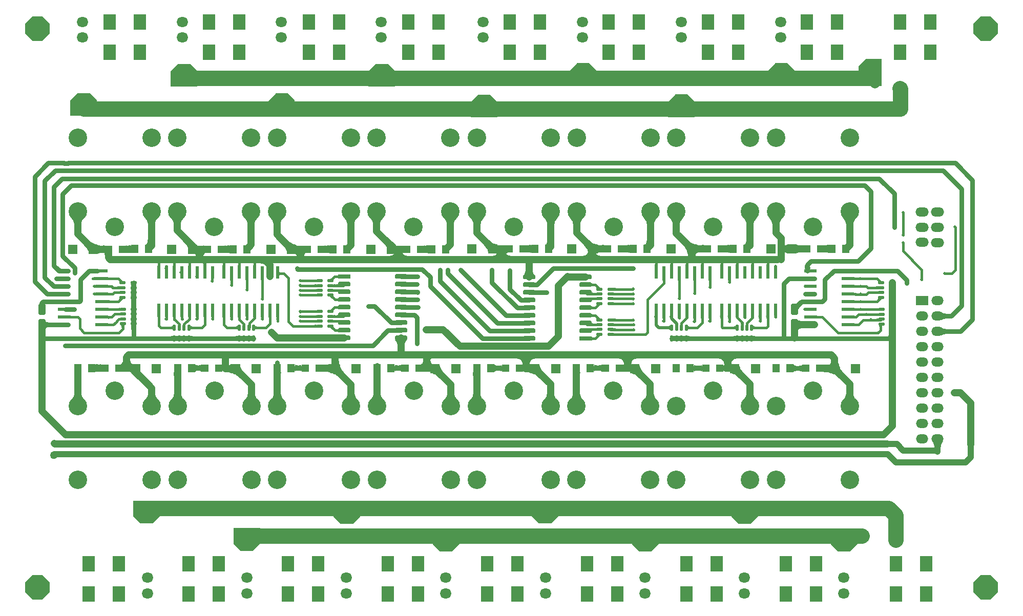
<source format=gtl>
G04 Layer_Physical_Order=1*
G04 Layer_Color=255*
%FSTAX24Y24*%
%MOIN*%
G70*
G01*
G75*
%ADD10R,0.0500X0.0500*%
%ADD11R,0.0500X0.0550*%
%ADD12R,0.0600X0.0600*%
G04:AMPARAMS|DCode=13|XSize=37.4mil|YSize=19.7mil|CornerRadius=2.5mil|HoleSize=0mil|Usage=FLASHONLY|Rotation=270.000|XOffset=0mil|YOffset=0mil|HoleType=Round|Shape=RoundedRectangle|*
%AMROUNDEDRECTD13*
21,1,0.0374,0.0148,0,0,270.0*
21,1,0.0325,0.0197,0,0,270.0*
1,1,0.0049,-0.0074,-0.0162*
1,1,0.0049,-0.0074,0.0162*
1,1,0.0049,0.0074,0.0162*
1,1,0.0049,0.0074,-0.0162*
%
%ADD13ROUNDEDRECTD13*%
G04:AMPARAMS|DCode=14|XSize=37.4mil|YSize=19.7mil|CornerRadius=2.5mil|HoleSize=0mil|Usage=FLASHONLY|Rotation=180.000|XOffset=0mil|YOffset=0mil|HoleType=Round|Shape=RoundedRectangle|*
%AMROUNDEDRECTD14*
21,1,0.0374,0.0148,0,0,180.0*
21,1,0.0325,0.0197,0,0,180.0*
1,1,0.0049,-0.0162,0.0074*
1,1,0.0049,0.0162,0.0074*
1,1,0.0049,0.0162,-0.0074*
1,1,0.0049,-0.0162,-0.0074*
%
%ADD14ROUNDEDRECTD14*%
%ADD15R,0.0800X0.0300*%
G04:AMPARAMS|DCode=16|XSize=30mil|YSize=80mil|CornerRadius=7.5mil|HoleSize=0mil|Usage=FLASHONLY|Rotation=270.000|XOffset=0mil|YOffset=0mil|HoleType=Round|Shape=RoundedRectangle|*
%AMROUNDEDRECTD16*
21,1,0.0300,0.0650,0,0,270.0*
21,1,0.0150,0.0800,0,0,270.0*
1,1,0.0150,-0.0325,-0.0075*
1,1,0.0150,-0.0325,0.0075*
1,1,0.0150,0.0325,0.0075*
1,1,0.0150,0.0325,-0.0075*
%
%ADD16ROUNDEDRECTD16*%
%ADD17R,0.0787X0.0236*%
G04:AMPARAMS|DCode=18|XSize=70.9mil|YSize=47.2mil|CornerRadius=5.9mil|HoleSize=0mil|Usage=FLASHONLY|Rotation=90.000|XOffset=0mil|YOffset=0mil|HoleType=Round|Shape=RoundedRectangle|*
%AMROUNDEDRECTD18*
21,1,0.0709,0.0354,0,0,90.0*
21,1,0.0591,0.0472,0,0,90.0*
1,1,0.0118,0.0177,0.0295*
1,1,0.0118,0.0177,-0.0295*
1,1,0.0118,-0.0177,-0.0295*
1,1,0.0118,-0.0177,0.0295*
%
%ADD18ROUNDEDRECTD18*%
%ADD19R,0.0236X0.0787*%
%ADD20C,0.0300*%
%ADD21C,0.0150*%
%ADD22C,0.0450*%
%ADD23C,0.0315*%
%ADD24C,0.0200*%
%ADD25C,0.0394*%
%ADD26C,0.0984*%
%ADD27R,0.0787X0.0984*%
%ADD28P,0.1705X8X22.5*%
%ADD29O,0.0750X0.0650*%
%ADD30O,0.0787X0.0591*%
%ADD31R,0.0787X0.0591*%
%ADD32C,0.1200*%
%ADD33O,0.0860X0.0600*%
%ADD34C,0.0600*%
%ADD35C,0.0500*%
%ADD36C,0.0197*%
%ADD37C,0.0315*%
G36*
X083575Y076826D02*
X083573Y076829D01*
X083567Y076832D01*
X083558Y076834D01*
X083547Y076836D01*
X083533Y076838D01*
X083496Y076841D01*
X083418Y076842D01*
Y076992D01*
X083447Y076993D01*
X083547Y076999D01*
X083558Y077001D01*
X083567Y077003D01*
X083573Y077006D01*
X083575Y077009D01*
Y076826D01*
D02*
G37*
G36*
X100294Y077029D02*
X100299Y077022D01*
X100306Y077016D01*
X100317Y07701D01*
X10033Y077005D01*
X100347Y077002D01*
X100366Y076999D01*
X100389Y076997D01*
X100443Y076995D01*
Y076845D01*
X100414Y076845D01*
X100366Y076841D01*
X100347Y076838D01*
X10033Y076835D01*
X100317Y07683D01*
X100306Y076824D01*
X100299Y076818D01*
X100294Y076811D01*
X100293Y076803D01*
Y077037D01*
X100294Y077029D01*
D02*
G37*
G36*
X083248Y077053D02*
X08325Y07704D01*
X083256Y077029D01*
X083266Y077019D01*
X083279Y077011D01*
X083296Y077004D01*
X083317Y076999D01*
X083341Y076995D01*
X083369Y076993D01*
X083401Y076992D01*
X083397Y076842D01*
X083354Y076843D01*
X083219Y076851D01*
X083207Y076854D01*
X083201Y076857D01*
X0832Y076861D01*
X083204Y076865D01*
X08325Y077067D01*
X083248Y077053D01*
D02*
G37*
G36*
X084647Y077007D02*
X084653Y077004D01*
X084661Y077002D01*
X084672Y077D01*
X084687Y076999D01*
X084746Y076996D01*
X084801Y076995D01*
X084802Y076845D01*
X084774Y076845D01*
X084674Y076838D01*
X084662Y076836D01*
X084654Y076833D01*
X084648Y076829D01*
X084645Y076826D01*
Y077009D01*
X084647Y077007D01*
D02*
G37*
G36*
X052861Y076878D02*
X052849Y076874D01*
X052837Y076866D01*
X052828Y076855D01*
X052819Y076842D01*
X052813Y076825D01*
X052807Y076806D01*
X052804Y076783D01*
X052801Y076757D01*
X052801Y076728D01*
X052651D01*
X05265Y076757D01*
X052648Y076783D01*
X052644Y076806D01*
X052639Y076825D01*
X052632Y076842D01*
X052624Y076855D01*
X052614Y076866D01*
X052603Y076874D01*
X05259Y076878D01*
X052576Y07688D01*
X052876D01*
X052861Y076878D01*
D02*
G37*
G36*
X10219Y07686D02*
X102176Y076858D01*
X102163Y076854D01*
X102152Y076847D01*
X102142Y076836D01*
X102134Y076823D01*
X102127Y076806D01*
X102122Y076786D01*
X102118Y076763D01*
X102116Y076737D01*
X102115Y076708D01*
X101965D01*
X101965Y076735D01*
X101961Y07678D01*
X101957Y076799D01*
X101953Y076816D01*
X101947Y076831D01*
X101941Y076843D01*
X101933Y076853D01*
X101925Y076861D01*
X101915Y076866D01*
X10219Y07686D01*
D02*
G37*
G36*
X051734Y077029D02*
X051739Y077022D01*
X051746Y077016D01*
X051757Y07701D01*
X05177Y077005D01*
X051787Y077002D01*
X051806Y076999D01*
X051829Y076997D01*
X051883Y076995D01*
Y076845D01*
X051854Y076845D01*
X051806Y076841D01*
X051787Y076838D01*
X05177Y076835D01*
X051757Y07683D01*
X051746Y076824D01*
X051739Y076818D01*
X051734Y076811D01*
X051733Y076803D01*
Y077037D01*
X051734Y077029D01*
D02*
G37*
G36*
X065355Y076736D02*
X065353Y076739D01*
X065347Y076742D01*
X065338Y076744D01*
X065327Y076747D01*
X065313Y076748D01*
X065276Y076751D01*
X065198Y076753D01*
Y076903D01*
X065227Y076903D01*
X065327Y076909D01*
X065338Y076911D01*
X065347Y076913D01*
X065353Y076916D01*
X065355Y076919D01*
Y076736D01*
D02*
G37*
G36*
X053575Y077951D02*
X053583Y077831D01*
X053615D01*
X053607Y077825D01*
X0536Y077813D01*
X053594Y077796D01*
X053589Y077773D01*
X053588Y077768D01*
X053589Y077756D01*
X053594Y077734D01*
X0536Y077717D01*
X053607Y077705D01*
X053615Y077699D01*
X05358D01*
X053578Y077673D01*
X053576Y077618D01*
X053583Y077516D01*
X053615D01*
X053607Y07751D01*
X0536Y077498D01*
X053594Y077481D01*
X053589Y077459D01*
X053588Y077453D01*
X053589Y077441D01*
X053594Y077419D01*
X0536Y077402D01*
X053607Y07739D01*
X053615Y077384D01*
X05358D01*
X053578Y077358D01*
X053576Y077303D01*
X053583Y077201D01*
X053615D01*
X053607Y077195D01*
X0536Y077183D01*
X053594Y077166D01*
X053589Y077144D01*
X053588Y077138D01*
X053589Y077126D01*
X053594Y077104D01*
X0536Y077087D01*
X053607Y077075D01*
X053615Y077069D01*
X05358D01*
X053578Y077043D01*
X053575Y076949D01*
X053574Y076893D01*
X053274D01*
X053274Y07695D01*
X053266Y077069D01*
X053254D01*
X053258Y077074D01*
X053261Y077084D01*
X053264Y0771D01*
X053258Y077196D01*
X053254Y077201D01*
X053271D01*
X053273Y077285D01*
X053266Y077384D01*
X053254D01*
X053258Y077389D01*
X053261Y077399D01*
X053264Y077415D01*
X053258Y077511D01*
X053254Y077516D01*
X053271D01*
X053273Y0776D01*
X053266Y077699D01*
X053254D01*
X053258Y077704D01*
X053261Y077714D01*
X053264Y07773D01*
X053258Y077826D01*
X053254Y077831D01*
X053271D01*
X053274Y078007D01*
X053574D01*
X053575Y077951D01*
D02*
G37*
G36*
X066427Y077231D02*
X066433Y077228D01*
X066442Y077226D01*
X066453Y077224D01*
X066467Y077222D01*
X066504Y077219D01*
X066582Y077218D01*
Y077068D01*
X066553Y077067D01*
X066453Y077062D01*
X066442Y077059D01*
X066433Y077057D01*
X066427Y077054D01*
X066425Y077051D01*
Y077234D01*
X066427Y077231D01*
D02*
G37*
G36*
X065355Y077051D02*
X065353Y077054D01*
X065347Y077057D01*
X065338Y077059D01*
X065327Y077062D01*
X065313Y077063D01*
X065276Y077066D01*
X065198Y077068D01*
Y077218D01*
X065227Y077218D01*
X065327Y077224D01*
X065338Y077226D01*
X065347Y077228D01*
X065353Y077231D01*
X065355Y077234D01*
Y077051D01*
D02*
G37*
G36*
X084647Y077321D02*
X084653Y077318D01*
X084662Y077316D01*
X084673Y077313D01*
X084687Y077312D01*
X084724Y077309D01*
X084802Y077307D01*
Y077157D01*
X084773Y077157D01*
X084673Y077151D01*
X084662Y077149D01*
X084653Y077147D01*
X084647Y077144D01*
X084645Y077141D01*
Y077324D01*
X084647Y077321D01*
D02*
G37*
G36*
X047707Y077179D02*
X047716Y077154D01*
X047731Y077132D01*
X047752Y077112D01*
X04778Y077096D01*
X047813Y077082D01*
X047852Y077072D01*
X047897Y077064D01*
X047949Y07706D01*
X047965Y077059D01*
X048088Y077058D01*
Y076758D01*
X04793Y076755D01*
X047897Y076752D01*
X047852Y076745D01*
X047813Y076734D01*
X04778Y076721D01*
X047752Y076704D01*
X047731Y076685D01*
X047716Y076662D01*
X047707Y076637D01*
X047704Y076608D01*
Y07675D01*
X047629Y076749D01*
Y077067D01*
X047635Y077066D01*
X04765Y077064D01*
X047704Y077062D01*
Y077208D01*
X047707Y077179D01*
D02*
G37*
G36*
X093413Y077005D02*
X093417Y076939D01*
X093419Y076928D01*
X093421Y076919D01*
X093423Y076912D01*
X093426Y076907D01*
X093429Y076905D01*
X093246D01*
X093249Y076907D01*
X093252Y076912D01*
X093254Y076919D01*
X093256Y076928D01*
X093258Y076939D01*
X093261Y076968D01*
X093262Y077005D01*
X093262Y077027D01*
X093412D01*
X093413Y077005D01*
D02*
G37*
G36*
X093098Y077033D02*
X093104Y076933D01*
X093106Y076922D01*
X093108Y076913D01*
X093111Y076907D01*
X093114Y076905D01*
X092931D01*
X092934Y076907D01*
X092937Y076913D01*
X092939Y076922D01*
X092942Y076933D01*
X092943Y076947D01*
X092946Y076984D01*
X092948Y077062D01*
X093098D01*
X093098Y077033D01*
D02*
G37*
G36*
X06665Y077217D02*
X066773Y077209D01*
X066789Y077206D01*
X066799Y077201D01*
X066804Y077196D01*
X066803Y077191D01*
X066796Y077185D01*
X06675Y076993D01*
X066752Y077007D01*
X06675Y07702D01*
X066744Y077031D01*
X066735Y077041D01*
X066721Y077049D01*
X066704Y077056D01*
X066684Y077061D01*
X066659Y077065D01*
X066631Y077067D01*
X066599Y077068D01*
X066605Y077218D01*
X06665Y077217D01*
D02*
G37*
G36*
X089153Y076997D02*
X089157Y076936D01*
X089158Y076926D01*
X089161Y076918D01*
X089163Y076911D01*
X089166Y076907D01*
X089169Y076905D01*
X088986D01*
X088989Y076907D01*
X088992Y076911D01*
X088994Y076918D01*
X088996Y076926D01*
X088998Y076936D01*
X089Y076949D01*
X089002Y076979D01*
X089002Y077017D01*
X089152D01*
X089153Y076997D01*
D02*
G37*
G36*
X066419Y076844D02*
X066411Y076834D01*
X066409Y07682D01*
X066412Y076804D01*
X06642Y076784D01*
X066433Y076762D01*
X066451Y076736D01*
X066474Y076708D01*
X066536Y076642D01*
X066343Y076622D01*
X066317Y076648D01*
X066267Y07669D01*
X066243Y076706D01*
X066222Y076718D01*
X066201Y076727D01*
X066182Y076733D01*
X066164Y076735D01*
X066147Y076734D01*
X066131Y07673D01*
X066431Y076852D01*
X066419Y076844D01*
D02*
G37*
G36*
X083401Y076528D02*
X083369Y076527D01*
X083341Y076525D01*
X083317Y076521D01*
X083296Y076516D01*
X083279Y076509D01*
X083266Y076501D01*
X083256Y076491D01*
X08325Y07648D01*
X083248Y076467D01*
X08325Y076453D01*
X083204Y076655D01*
X0832Y076659D01*
X083201Y076663D01*
X083207Y076666D01*
X083219Y076669D01*
X083235Y076672D01*
X083257Y076674D01*
X083354Y076677D01*
X083397Y076678D01*
X083401Y076528D01*
D02*
G37*
G36*
X066771Y076412D02*
X066763Y076422D01*
X066753Y076431D01*
X066741Y076439D01*
X066727Y076446D01*
X06671Y076452D01*
X066692Y076456D01*
X066672Y07646D01*
X06665Y076463D01*
X066625Y076464D01*
X066599Y076465D01*
Y076615D01*
X066625Y076616D01*
X066672Y07662D01*
X066692Y076624D01*
X06671Y076628D01*
X066727Y076634D01*
X066741Y076641D01*
X066753Y076649D01*
X066763Y076658D01*
X066771Y076668D01*
Y076412D01*
D02*
G37*
G36*
X084648Y076691D02*
X084654Y076687D01*
X084662Y076684D01*
X084674Y076682D01*
X084688Y07668D01*
X084725Y076677D01*
X084802Y076675D01*
X084801Y076525D01*
X084772Y076525D01*
X084661Y076518D01*
X084653Y076516D01*
X084647Y076513D01*
X084645Y076511D01*
Y076694D01*
X084648Y076691D01*
D02*
G37*
G36*
X083575Y076511D02*
X083573Y076514D01*
X083567Y076517D01*
X083558Y076519D01*
X083547Y076522D01*
X083533Y076523D01*
X083496Y076526D01*
X083418Y076528D01*
Y076678D01*
X083447Y076678D01*
X083547Y076684D01*
X083558Y076686D01*
X083567Y076688D01*
X083573Y076691D01*
X083575Y076694D01*
Y076511D01*
D02*
G37*
G36*
X083869Y07619D02*
X083853Y076194D01*
X083836Y076195D01*
X083818Y076193D01*
X083799Y076187D01*
X083778Y076178D01*
X083757Y076166D01*
X083733Y07615D01*
X083709Y076131D01*
X083683Y076108D01*
X083657Y076082D01*
X083464Y076102D01*
X083497Y076137D01*
X083549Y076196D01*
X083567Y076222D01*
X08358Y076244D01*
X083588Y076264D01*
X083591Y07628D01*
X083589Y076294D01*
X083581Y076304D01*
X083569Y076312D01*
X083869Y07619D01*
D02*
G37*
G36*
X093561Y076171D02*
X09363Y076167D01*
X093737Y076166D01*
Y075866D01*
X09368Y075865D01*
X093561Y075857D01*
Y075835D01*
X093555Y075841D01*
X093544Y075846D01*
X093528Y075851D01*
X09351Y075854D01*
X093462Y075851D01*
X093446Y075846D01*
X093435Y075841D01*
X093429Y075835D01*
Y075861D01*
X09336Y075864D01*
X093353Y075865D01*
X093246Y075857D01*
Y075835D01*
X09324Y075841D01*
X093229Y075846D01*
X093213Y075851D01*
X093195Y075854D01*
X093147Y075851D01*
X093131Y075846D01*
X09312Y075841D01*
X093114Y075835D01*
Y075861D01*
X093045Y075864D01*
X093038Y075865D01*
X092931Y075857D01*
Y075835D01*
X092925Y075841D01*
X092914Y075846D01*
X092898Y075851D01*
X09288Y075854D01*
X092832Y075851D01*
X092816Y075846D01*
X092805Y075841D01*
X092799Y075835D01*
Y075861D01*
X09273Y075864D01*
X092623Y075866D01*
Y076166D01*
X09268Y076166D01*
X092799Y076174D01*
Y076196D01*
X092805Y07619D01*
X092816Y076185D01*
X092832Y076181D01*
X09285Y076177D01*
X092898Y076181D01*
X092914Y076185D01*
X092925Y07619D01*
X092931Y076196D01*
Y076171D01*
X093Y076167D01*
X093007Y076167D01*
X093114Y076174D01*
Y076196D01*
X09312Y07619D01*
X093131Y076185D01*
X093147Y076181D01*
X093165Y076177D01*
X093213Y076181D01*
X093229Y076185D01*
X09324Y07619D01*
X093246Y076196D01*
Y076171D01*
X093315Y076167D01*
X093322Y076167D01*
X093429Y076174D01*
Y076196D01*
X093435Y07619D01*
X093446Y076185D01*
X093462Y076181D01*
X09348Y076177D01*
X093528Y076181D01*
X093544Y076185D01*
X093555Y07619D01*
X093561Y076196D01*
Y076171D01*
D02*
G37*
G36*
X106036Y076699D02*
X106063Y076684D01*
X106094Y076671D01*
X106128Y076659D01*
X106166Y07665D01*
X106208Y076642D01*
X106254Y076635D01*
X106356Y076628D01*
X106413Y076627D01*
Y076313D01*
X106356Y076312D01*
X106254Y076305D01*
X106208Y076298D01*
X106166Y07629D01*
X106128Y076281D01*
X106094Y076269D01*
X106063Y076256D01*
X106036Y076241D01*
X106013Y076224D01*
Y076716D01*
X106036Y076699D01*
D02*
G37*
G36*
X084647Y076376D02*
X084653Y076373D01*
X084662Y076371D01*
X084673Y076369D01*
X084687Y076367D01*
X084724Y076364D01*
X084802Y076363D01*
Y076213D01*
X084773Y076212D01*
X084673Y076207D01*
X084662Y076204D01*
X084653Y076202D01*
X084647Y076199D01*
X084645Y076196D01*
Y076379D01*
X084647Y076376D01*
D02*
G37*
G36*
X088356Y076544D02*
X088348Y076559D01*
X088337Y076573D01*
X088323Y076585D01*
X088307Y076595D01*
X088287Y076604D01*
X088265Y076611D01*
X08824Y076617D01*
X088212Y076621D01*
X088182Y076624D01*
X088148Y076624D01*
Y076824D01*
X088182Y076825D01*
X088212Y076828D01*
X08824Y076832D01*
X088265Y076837D01*
X088287Y076844D01*
X088307Y076853D01*
X088323Y076864D01*
X088337Y076876D01*
X088348Y076889D01*
X088356Y076905D01*
Y076544D01*
D02*
G37*
G36*
X061342Y07686D02*
X061346Y076847D01*
X061354Y076836D01*
X061365Y076826D01*
X061378Y076818D01*
X061395Y076811D01*
X061414Y076806D01*
X061437Y076802D01*
X061463Y0768D01*
X061492Y076799D01*
Y076649D01*
X061463Y076649D01*
X061437Y076646D01*
X061414Y076643D01*
X061395Y076637D01*
X061378Y076631D01*
X061365Y076622D01*
X061354Y076613D01*
X061346Y076601D01*
X061342Y076589D01*
X06134Y076574D01*
Y076874D01*
X061342Y07686D01*
D02*
G37*
G36*
X0602Y076574D02*
X060198Y076589D01*
X060194Y076601D01*
X060186Y076613D01*
X060175Y076622D01*
X060162Y076631D01*
X060145Y076637D01*
X060126Y076643D01*
X060103Y076646D01*
X060077Y076649D01*
X060048Y076649D01*
Y076799D01*
X060077Y0768D01*
X060103Y076802D01*
X060126Y076806D01*
X060145Y076811D01*
X060162Y076818D01*
X060175Y076826D01*
X060186Y076836D01*
X060194Y076847D01*
X060198Y07686D01*
X0602Y076874D01*
Y076574D01*
D02*
G37*
G36*
X053607Y07688D02*
X0536Y076868D01*
X053594Y076851D01*
X053589Y076829D01*
X053584Y076801D01*
X053578Y076728D01*
X053575Y076634D01*
X053574Y076578D01*
X053274D01*
X053274Y076635D01*
X053258Y076881D01*
X053254Y076886D01*
X053615D01*
X053607Y07688D01*
D02*
G37*
G36*
X089492Y07686D02*
X089496Y076847D01*
X089504Y076836D01*
X089515Y076826D01*
X089528Y076818D01*
X089545Y076811D01*
X089564Y076806D01*
X089587Y076802D01*
X089613Y0768D01*
X089642Y076799D01*
Y076649D01*
X089613Y076649D01*
X089587Y076646D01*
X089564Y076643D01*
X089545Y076637D01*
X089528Y076631D01*
X089515Y076622D01*
X089504Y076613D01*
X089496Y076601D01*
X089492Y076589D01*
X08949Y076574D01*
Y076874D01*
X089492Y07686D01*
D02*
G37*
G36*
X093752Y07686D02*
X093756Y076847D01*
X093764Y076836D01*
X093775Y076826D01*
X093788Y076818D01*
X093805Y076811D01*
X093824Y076806D01*
X093847Y076802D01*
X093873Y0768D01*
X093902Y076799D01*
Y076649D01*
X093873Y076649D01*
X093847Y076646D01*
X093824Y076643D01*
X093805Y076637D01*
X093788Y076631D01*
X093775Y076622D01*
X093764Y076613D01*
X093756Y076601D01*
X093752Y076589D01*
X09375Y076574D01*
Y076874D01*
X093752Y07686D01*
D02*
G37*
G36*
X09261Y076574D02*
X092608Y076589D01*
X092604Y076601D01*
X092596Y076613D01*
X092585Y076622D01*
X092572Y076631D01*
X092555Y076637D01*
X092536Y076643D01*
X092513Y076646D01*
X092487Y076649D01*
X092458Y076649D01*
Y076799D01*
X092487Y0768D01*
X092513Y076802D01*
X092536Y076806D01*
X092555Y076811D01*
X092572Y076818D01*
X092585Y076826D01*
X092596Y076836D01*
X092604Y076847D01*
X092608Y07686D01*
X09261Y076874D01*
Y076574D01*
D02*
G37*
G36*
X057132Y07686D02*
X057136Y076847D01*
X057144Y076836D01*
X057155Y076826D01*
X057168Y076818D01*
X057185Y076811D01*
X057204Y076806D01*
X057227Y076802D01*
X057253Y0768D01*
X057282Y076799D01*
Y076649D01*
X057253Y076649D01*
X057227Y076646D01*
X057204Y076643D01*
X057185Y076637D01*
X057168Y076631D01*
X057155Y076622D01*
X057144Y076613D01*
X057136Y076601D01*
X057132Y076589D01*
X05713Y076574D01*
Y076874D01*
X057132Y07686D01*
D02*
G37*
G36*
X05599Y076574D02*
X055988Y076589D01*
X055984Y076601D01*
X055976Y076613D01*
X055965Y076622D01*
X055952Y076631D01*
X055935Y076637D01*
X055916Y076643D01*
X055893Y076646D01*
X055867Y076649D01*
X055838Y076649D01*
Y076799D01*
X055867Y0768D01*
X055893Y076802D01*
X055916Y076806D01*
X055935Y076811D01*
X055952Y076818D01*
X055965Y076826D01*
X055976Y076836D01*
X055984Y076847D01*
X055988Y07686D01*
X05599Y076874D01*
Y076574D01*
D02*
G37*
G36*
X062909Y077476D02*
X062902Y077471D01*
X062896Y077464D01*
X06289Y077453D01*
X062885Y07744D01*
X062882Y077423D01*
X062879Y077404D01*
X062877Y077381D01*
X062875Y077327D01*
X062725D01*
X062725Y077356D01*
X062721Y077404D01*
X062718Y077423D01*
X062715Y07744D01*
X06271Y077453D01*
X062704Y077464D01*
X062698Y077471D01*
X062691Y077476D01*
X062683Y077477D01*
X062917D01*
X062909Y077476D01*
D02*
G37*
G36*
X062409D02*
X062402Y077471D01*
X062396Y077464D01*
X06239Y077453D01*
X062385Y07744D01*
X062382Y077423D01*
X062379Y077404D01*
X062377Y077381D01*
X062375Y077327D01*
X062225D01*
X062225Y077356D01*
X062221Y077404D01*
X062218Y077423D01*
X062215Y07744D01*
X06221Y077453D01*
X062204Y077464D01*
X062198Y077471D01*
X062191Y077476D01*
X062183Y077477D01*
X062417D01*
X062409Y077476D01*
D02*
G37*
G36*
X090039D02*
X090032Y077471D01*
X090026Y077464D01*
X09002Y077453D01*
X090015Y07744D01*
X090012Y077423D01*
X090009Y077404D01*
X090007Y077381D01*
X090005Y077327D01*
X089855D01*
X089855Y077356D01*
X089851Y077404D01*
X089848Y077423D01*
X089845Y07744D01*
X08984Y077453D01*
X089834Y077464D01*
X089828Y077471D01*
X089821Y077476D01*
X089813Y077477D01*
X090047D01*
X090039Y077476D01*
D02*
G37*
G36*
X088039D02*
X088032Y077471D01*
X088026Y077464D01*
X08802Y077453D01*
X088015Y07744D01*
X088012Y077423D01*
X088009Y077404D01*
X088007Y077381D01*
X088005Y077327D01*
X087855D01*
X087855Y077356D01*
X087851Y077404D01*
X087848Y077423D01*
X087845Y07744D01*
X08784Y077453D01*
X087834Y077464D01*
X087828Y077471D01*
X087821Y077476D01*
X087813Y077477D01*
X088047D01*
X088039Y077476D01*
D02*
G37*
G36*
X060409D02*
X060402Y077471D01*
X060396Y077464D01*
X06039Y077453D01*
X060385Y07744D01*
X060382Y077423D01*
X060379Y077404D01*
X060377Y077381D01*
X060375Y077327D01*
X060225D01*
X060225Y077356D01*
X060221Y077404D01*
X060218Y077423D01*
X060215Y07744D01*
X06021Y077453D01*
X060204Y077464D01*
X060198Y077471D01*
X060191Y077476D01*
X060183Y077477D01*
X060417D01*
X060409Y077476D01*
D02*
G37*
G36*
X059909D02*
X059902Y077471D01*
X059896Y077464D01*
X05989Y077453D01*
X059885Y07744D01*
X059882Y077423D01*
X059879Y077404D01*
X059877Y077381D01*
X059875Y077327D01*
X059725D01*
X059725Y077356D01*
X059721Y077404D01*
X059718Y077423D01*
X059715Y07744D01*
X05971Y077453D01*
X059704Y077464D01*
X059698Y077471D01*
X059691Y077476D01*
X059683Y077477D01*
X059917D01*
X059909Y077476D01*
D02*
G37*
G36*
X061909D02*
X061902Y077471D01*
X061896Y077464D01*
X06189Y077453D01*
X061885Y07744D01*
X061882Y077423D01*
X061879Y077404D01*
X061877Y077381D01*
X061875Y077327D01*
X061725D01*
X061725Y077356D01*
X061721Y077404D01*
X061718Y077423D01*
X061715Y07744D01*
X06171Y077453D01*
X061704Y077464D01*
X061698Y077471D01*
X061691Y077476D01*
X061683Y077477D01*
X061917D01*
X061909Y077476D01*
D02*
G37*
G36*
X060913D02*
X060909Y077471D01*
X060906Y077464D01*
X060903Y077453D01*
X0609Y07744D01*
X060899Y077423D01*
X060896Y077381D01*
X060895Y077327D01*
X060745D01*
X060744Y077356D01*
X060739Y077404D01*
X060735Y077423D01*
X06073Y07744D01*
X060723Y077453D01*
X060715Y077464D01*
X060705Y077471D01*
X060695Y077476D01*
X060683Y077477D01*
X060917D01*
X060913Y077476D01*
D02*
G37*
G36*
X090539D02*
X090532Y077471D01*
X090526Y077464D01*
X09052Y077453D01*
X090515Y07744D01*
X090512Y077423D01*
X090509Y077404D01*
X090507Y077381D01*
X090505Y077327D01*
X090355D01*
X090355Y077356D01*
X090351Y077404D01*
X090348Y077423D01*
X090345Y07744D01*
X09034Y077453D01*
X090334Y077464D01*
X090328Y077471D01*
X090321Y077476D01*
X090313Y077477D01*
X090547D01*
X090539Y077476D01*
D02*
G37*
G36*
X061409Y077476D02*
X061402Y077472D01*
X061396Y077465D01*
X06139Y077455D01*
X061385Y077443D01*
X061382Y077428D01*
X061379Y07741D01*
X061377Y077389D01*
X061375Y07734D01*
X061225D01*
X061225Y077366D01*
X061221Y07741D01*
X061218Y077428D01*
X061215Y077443D01*
X06121Y077455D01*
X061204Y077465D01*
X061198Y077472D01*
X061191Y077476D01*
X061183Y077477D01*
X061417D01*
X061409Y077476D01*
D02*
G37*
G36*
X094799Y077476D02*
X094792Y077471D01*
X094786Y077464D01*
X09478Y077453D01*
X094775Y07744D01*
X094772Y077423D01*
X094769Y077404D01*
X094767Y077381D01*
X094765Y077327D01*
X094615D01*
X094615Y077356D01*
X094611Y077404D01*
X094608Y077423D01*
X094605Y07744D01*
X0946Y077453D01*
X094594Y077464D01*
X094588Y077471D01*
X094581Y077476D01*
X094573Y077477D01*
X094807D01*
X094799Y077476D01*
D02*
G37*
G36*
X065355Y077366D02*
X065353Y077369D01*
X065347Y077372D01*
X065338Y077374D01*
X065327Y077376D01*
X065313Y077378D01*
X065276Y077381D01*
X065198Y077382D01*
Y077532D01*
X065227Y077533D01*
X065327Y077538D01*
X065338Y077541D01*
X065347Y077543D01*
X065353Y077546D01*
X065355Y077549D01*
Y077366D01*
D02*
G37*
G36*
X089039Y077476D02*
X089032Y077472D01*
X089026Y077467D01*
X08902Y077458D01*
X089015Y077448D01*
X089012Y077435D01*
X089009Y07742D01*
X089007Y077402D01*
X089005Y077382D01*
X089005Y07736D01*
X088855D01*
X088855Y077382D01*
X088851Y07742D01*
X088848Y077435D01*
X088845Y077448D01*
X08884Y077458D01*
X088834Y077467D01*
X088828Y077472D01*
X088821Y077476D01*
X088813Y077477D01*
X089047D01*
X089039Y077476D01*
D02*
G37*
G36*
X091799Y077476D02*
X091792Y077471D01*
X091786Y077464D01*
X09178Y077453D01*
X091775Y07744D01*
X091772Y077423D01*
X091769Y077404D01*
X091767Y077381D01*
X091765Y077327D01*
X091615D01*
X091615Y077356D01*
X091611Y077404D01*
X091608Y077423D01*
X091605Y07744D01*
X0916Y077453D01*
X091594Y077464D01*
X091588Y077471D01*
X091581Y077476D01*
X091573Y077477D01*
X091807D01*
X091799Y077476D01*
D02*
G37*
G36*
X091039D02*
X091032Y077471D01*
X091026Y077464D01*
X09102Y077453D01*
X091015Y07744D01*
X091012Y077423D01*
X091009Y077404D01*
X091007Y077381D01*
X091005Y077327D01*
X090855D01*
X090855Y077356D01*
X090851Y077404D01*
X090848Y077423D01*
X090845Y07744D01*
X09084Y077453D01*
X090834Y077464D01*
X090828Y077471D01*
X090821Y077476D01*
X090813Y077477D01*
X091047D01*
X091039Y077476D01*
D02*
G37*
G36*
X094299D02*
X094292Y077471D01*
X094286Y077464D01*
X09428Y077453D01*
X094275Y07744D01*
X094272Y077423D01*
X094269Y077404D01*
X094267Y077381D01*
X094265Y077327D01*
X094115D01*
X094115Y077356D01*
X094111Y077404D01*
X094108Y077423D01*
X094105Y07744D01*
X0941Y077453D01*
X094094Y077464D01*
X094088Y077471D01*
X094081Y077476D01*
X094073Y077477D01*
X094307D01*
X094299Y077476D01*
D02*
G37*
G36*
X092299D02*
X092292Y077471D01*
X092286Y077464D01*
X09228Y077453D01*
X092275Y07744D01*
X092272Y077423D01*
X092269Y077404D01*
X092267Y077381D01*
X092265Y077327D01*
X092115D01*
X092115Y077356D01*
X092111Y077404D01*
X092108Y077423D01*
X092105Y07744D01*
X0921Y077453D01*
X092094Y077464D01*
X092088Y077471D01*
X092081Y077476D01*
X092073Y077477D01*
X092307D01*
X092299Y077476D01*
D02*
G37*
G36*
X059409D02*
X059402Y077471D01*
X059396Y077464D01*
X05939Y077453D01*
X059385Y07744D01*
X059382Y077423D01*
X059379Y077404D01*
X059377Y077381D01*
X059375Y077327D01*
X059225D01*
X059225Y077356D01*
X059221Y077404D01*
X059218Y077423D01*
X059215Y07744D01*
X05921Y077453D01*
X059204Y077464D01*
X059198Y077471D01*
X059191Y077476D01*
X059183Y077477D01*
X059417D01*
X059409Y077476D01*
D02*
G37*
G36*
X051734Y077527D02*
X051739Y077518D01*
X051746Y07751D01*
X051757Y077504D01*
X05177Y077498D01*
X051787Y077493D01*
X051806Y07749D01*
X051829Y077487D01*
X051854Y077486D01*
X051883Y077485D01*
Y077335D01*
X051854Y077335D01*
X051787Y07733D01*
X05177Y077327D01*
X051757Y077324D01*
X051746Y077319D01*
X051739Y077315D01*
X051734Y077309D01*
X051733Y077303D01*
Y077537D01*
X051734Y077527D01*
D02*
G37*
G36*
X049294Y077529D02*
X049298Y077522D01*
X049306Y077516D01*
X049316Y07751D01*
X04933Y077505D01*
X049346Y077502D01*
X049366Y077499D01*
X049388Y077497D01*
X049442Y077495D01*
Y077345D01*
X049414Y077345D01*
X049366Y077341D01*
X049346Y077338D01*
X04933Y077335D01*
X049316Y07733D01*
X049306Y077324D01*
X049298Y077318D01*
X049294Y077311D01*
X049292Y077303D01*
Y077537D01*
X049294Y077529D01*
D02*
G37*
G36*
X100294D02*
X100299Y077522D01*
X100306Y077516D01*
X100316Y07751D01*
X10033Y077505D01*
X100346Y077502D01*
X100365Y077499D01*
X100387Y077497D01*
X10044Y077495D01*
Y077345D01*
X100412Y077345D01*
X100365Y077341D01*
X100346Y077338D01*
X10033Y077335D01*
X100316Y07733D01*
X100306Y077324D01*
X100299Y077318D01*
X100294Y077311D01*
X100293Y077303D01*
Y077537D01*
X100294Y077529D01*
D02*
G37*
G36*
X097854D02*
X097858Y077522D01*
X097866Y077516D01*
X097876Y07751D01*
X09789Y077505D01*
X097906Y077502D01*
X097926Y077499D01*
X097948Y077497D01*
X098002Y077495D01*
Y077345D01*
X097974Y077345D01*
X097926Y077341D01*
X097906Y077338D01*
X09789Y077335D01*
X097876Y07733D01*
X097866Y077324D01*
X097858Y077318D01*
X097854Y077311D01*
X097852Y077303D01*
Y077537D01*
X097854Y077529D01*
D02*
G37*
G36*
X083683Y077412D02*
X083733Y07737D01*
X083757Y077354D01*
X083778Y077342D01*
X083799Y077333D01*
X083818Y077327D01*
X083836Y077325D01*
X083853Y077326D01*
X083869Y07733D01*
X083569Y077208D01*
X083581Y077216D01*
X083589Y077226D01*
X083591Y07724D01*
X083588Y077256D01*
X08358Y077276D01*
X083567Y077298D01*
X083549Y077324D01*
X083526Y077352D01*
X083464Y077418D01*
X083657Y077438D01*
X083683Y077412D01*
D02*
G37*
G36*
X101933Y077173D02*
X101939Y07717D01*
X10194Y077167D01*
X101935Y077165D01*
X101925Y077162D01*
X10191Y07716D01*
X101865Y077158D01*
X101758Y077156D01*
Y077306D01*
X101783Y077307D01*
X101828Y077311D01*
X101847Y077315D01*
X101864Y077321D01*
X101879Y077327D01*
X101891Y077335D01*
X101901Y077343D01*
X101909Y077353D01*
X101915Y077364D01*
X101933Y077173D01*
D02*
G37*
G36*
X087544Y077475D02*
X087541Y077469D01*
X087538Y077459D01*
X087536Y077445D01*
X087534Y077427D01*
X087531Y077349D01*
X08753Y077277D01*
X08733D01*
X08733Y077315D01*
X087319Y077469D01*
X087316Y077475D01*
X087313Y077477D01*
X087547D01*
X087544Y077475D01*
D02*
G37*
G36*
X106036Y077699D02*
X106063Y077684D01*
X106094Y077671D01*
X106128Y077659D01*
X106166Y07765D01*
X106208Y077642D01*
X106254Y077635D01*
X106356Y077628D01*
X106413Y077627D01*
Y077313D01*
X106356Y077312D01*
X106254Y077305D01*
X106208Y077298D01*
X106166Y07729D01*
X106128Y077281D01*
X106094Y077269D01*
X106063Y077256D01*
X106036Y077241D01*
X106013Y077224D01*
Y077716D01*
X106036Y077699D01*
D02*
G37*
G36*
X088544Y077475D02*
X088541Y07747D01*
X088538Y077462D01*
X088536Y07745D01*
X088534Y077435D01*
X088532Y077395D01*
X08853Y07731D01*
X08833D01*
X08833Y077342D01*
X088322Y077462D01*
X088319Y07747D01*
X088316Y077475D01*
X088313Y077477D01*
X088547D01*
X088544Y077475D01*
D02*
G37*
G36*
X057679Y077476D02*
X057672Y077471D01*
X057666Y077464D01*
X05766Y077453D01*
X057655Y07744D01*
X057652Y077423D01*
X057649Y077404D01*
X057647Y077381D01*
X057645Y077327D01*
X057495D01*
X057495Y077356D01*
X057491Y077404D01*
X057488Y077423D01*
X057485Y07744D01*
X05748Y077453D01*
X057474Y077464D01*
X057468Y077471D01*
X057461Y077476D01*
X057453Y077477D01*
X057687D01*
X057679Y077476D01*
D02*
G37*
G36*
X057179D02*
X057172Y077471D01*
X057166Y077464D01*
X05716Y077453D01*
X057155Y07744D01*
X057152Y077423D01*
X057149Y077404D01*
X057147Y077381D01*
X057145Y077327D01*
X056995D01*
X056995Y077356D01*
X056991Y077404D01*
X056988Y077423D01*
X056985Y07744D01*
X05698Y077453D01*
X056974Y077464D01*
X056968Y077471D01*
X056961Y077476D01*
X056953Y077477D01*
X057187D01*
X057179Y077476D01*
D02*
G37*
G36*
X058679D02*
X058672Y077471D01*
X058666Y077464D01*
X05866Y077453D01*
X058655Y07744D01*
X058652Y077423D01*
X058649Y077404D01*
X058647Y077381D01*
X058645Y077327D01*
X058495D01*
X058495Y077356D01*
X058491Y077404D01*
X058488Y077423D01*
X058485Y07744D01*
X05848Y077453D01*
X058474Y077464D01*
X058468Y077471D01*
X058461Y077476D01*
X058453Y077477D01*
X058687D01*
X058679Y077476D01*
D02*
G37*
G36*
X058179D02*
X058172Y077471D01*
X058166Y077464D01*
X05816Y077453D01*
X058155Y07744D01*
X058152Y077423D01*
X058149Y077404D01*
X058147Y077381D01*
X058145Y077327D01*
X057995D01*
X057995Y077356D01*
X057991Y077404D01*
X057988Y077423D01*
X057985Y07744D01*
X05798Y077453D01*
X057974Y077464D01*
X057968Y077471D01*
X057961Y077476D01*
X057953Y077477D01*
X058187D01*
X058179Y077476D01*
D02*
G37*
G36*
X055679D02*
X055672Y077471D01*
X055666Y077464D01*
X05566Y077453D01*
X055655Y07744D01*
X055652Y077423D01*
X055649Y077404D01*
X055647Y077381D01*
X055645Y077327D01*
X055495D01*
X055495Y077356D01*
X055491Y077404D01*
X055488Y077423D01*
X055485Y07744D01*
X05548Y077453D01*
X055474Y077464D01*
X055468Y077471D01*
X055461Y077476D01*
X055453Y077477D01*
X055687D01*
X055679Y077476D01*
D02*
G37*
G36*
X055179D02*
X055172Y077471D01*
X055166Y077464D01*
X05516Y077453D01*
X055155Y07744D01*
X055152Y077423D01*
X055149Y077404D01*
X055147Y077381D01*
X055145Y077327D01*
X054995D01*
X054995Y077356D01*
X054991Y077404D01*
X054988Y077423D01*
X054985Y07744D01*
X05498Y077453D01*
X054974Y077464D01*
X054968Y077471D01*
X054961Y077476D01*
X054953Y077477D01*
X055187D01*
X055179Y077476D01*
D02*
G37*
G36*
X056679D02*
X056672Y077471D01*
X056666Y077464D01*
X05666Y077453D01*
X056655Y07744D01*
X056652Y077423D01*
X056649Y077404D01*
X056647Y077381D01*
X056645Y077327D01*
X056495D01*
X056495Y077356D01*
X056491Y077404D01*
X056488Y077423D01*
X056485Y07744D01*
X05648Y077453D01*
X056474Y077464D01*
X056468Y077471D01*
X056461Y077476D01*
X056453Y077477D01*
X056687D01*
X056679Y077476D01*
D02*
G37*
G36*
X056179D02*
X056172Y077471D01*
X056166Y077464D01*
X05616Y077453D01*
X056155Y07744D01*
X056152Y077423D01*
X056149Y077404D01*
X056147Y077381D01*
X056145Y077327D01*
X055995D01*
X055995Y077356D01*
X055991Y077404D01*
X055988Y077423D01*
X055985Y07744D01*
X05598Y077453D01*
X055974Y077464D01*
X055968Y077471D01*
X055961Y077476D01*
X055953Y077477D01*
X056187D01*
X056179Y077476D01*
D02*
G37*
G36*
X053828Y074147D02*
X053812Y074109D01*
X05381Y074064D01*
X053821Y074012D01*
X053846Y073952D01*
X053885Y073884D01*
X053937Y073809D01*
X054004Y073727D01*
X054178Y07354D01*
X053808Y073274D01*
X053717Y073365D01*
X05328Y073746D01*
X053262Y073751D01*
X053858Y074177D01*
X053828Y074147D01*
D02*
G37*
G36*
X100257Y072468D02*
X100263Y072412D01*
X100273Y072358D01*
X100286Y072306D01*
X100304Y072256D01*
X100325Y072208D01*
X100351Y072163D01*
X10038Y072119D01*
X100413Y072078D01*
X10045Y072038D01*
X09961D01*
X099647Y072078D01*
X09968Y072119D01*
X099709Y072163D01*
X099735Y072208D01*
X099756Y072256D01*
X099774Y072306D01*
X099787Y072358D01*
X099797Y072412D01*
X099803Y072468D01*
X099805Y072526D01*
X100255D01*
X100257Y072468D01*
D02*
G37*
G36*
X056543Y073822D02*
X056539Y073808D01*
X056535Y073786D01*
X056532Y073754D01*
X056526Y073606D01*
X056524Y073376D01*
X056074D01*
X05605Y073826D01*
X056547D01*
X056543Y073822D01*
D02*
G37*
G36*
X050054D02*
X05005Y073808D01*
X050047Y073786D01*
X050044Y073754D01*
X050037Y073606D01*
X050035Y073376D01*
X049585D01*
X049561Y073826D01*
X050059D01*
X050054Y073822D01*
D02*
G37*
G36*
X08248Y072468D02*
X082486Y072412D01*
X082495Y072358D01*
X082509Y072306D01*
X082527Y072256D01*
X082548Y072208D01*
X082573Y072163D01*
X082603Y072119D01*
X082636Y072078D01*
X082673Y072038D01*
X081833D01*
X08187Y072078D01*
X081903Y072119D01*
X081932Y072163D01*
X081958Y072208D01*
X081979Y072256D01*
X081997Y072306D01*
X08201Y072358D01*
X08202Y072412D01*
X082026Y072468D01*
X082028Y072526D01*
X082478D01*
X08248Y072468D01*
D02*
G37*
G36*
X080791D02*
X080797Y072412D01*
X080807Y072358D01*
X08082Y072306D01*
X080838Y072256D01*
X080859Y072208D01*
X080885Y072163D01*
X080914Y072119D01*
X080947Y072078D01*
X080984Y072038D01*
X080144D01*
X080181Y072078D01*
X080214Y072119D01*
X080244Y072163D01*
X080269Y072208D01*
X080291Y072256D01*
X080308Y072306D01*
X080322Y072358D01*
X080331Y072412D01*
X080337Y072468D01*
X080339Y072526D01*
X080789D01*
X080791Y072468D01*
D02*
G37*
G36*
X093768D02*
X093774Y072412D01*
X093784Y072358D01*
X093798Y072306D01*
X093815Y072256D01*
X093837Y072208D01*
X093862Y072163D01*
X093891Y072119D01*
X093924Y072078D01*
X093961Y072038D01*
X093121D01*
X093158Y072078D01*
X093192Y072119D01*
X093221Y072163D01*
X093246Y072208D01*
X093268Y072256D01*
X093285Y072306D01*
X093299Y072358D01*
X093309Y072412D01*
X093314Y072468D01*
X093316Y072526D01*
X093766D01*
X093768Y072468D01*
D02*
G37*
G36*
X08728D02*
X087286Y072412D01*
X087295Y072358D01*
X087309Y072306D01*
X087327Y072256D01*
X087348Y072208D01*
X087373Y072163D01*
X087403Y072119D01*
X087436Y072078D01*
X087473Y072038D01*
X086633D01*
X08667Y072078D01*
X086703Y072119D01*
X086732Y072163D01*
X086758Y072208D01*
X086779Y072256D01*
X086797Y072306D01*
X08681Y072358D01*
X08682Y072412D01*
X086826Y072468D01*
X086828Y072526D01*
X087278D01*
X08728Y072468D01*
D02*
G37*
G36*
X063031Y073822D02*
X063027Y073808D01*
X063024Y073786D01*
X063021Y073754D01*
X063014Y073606D01*
X063012Y073376D01*
X062562D01*
X062538Y073826D01*
X063036D01*
X063031Y073822D01*
D02*
G37*
G36*
X073354Y074293D02*
X073364Y074235D01*
X07338Y074178D01*
X073402Y074119D01*
X073431Y07406D01*
X073466Y074D01*
X073507Y073939D01*
X073555Y073877D01*
X073609Y073814D01*
X073669Y073751D01*
X073351Y073433D01*
X073288Y073493D01*
X073164Y073595D01*
X073103Y073637D01*
X073043Y073672D01*
X072983Y0737D01*
X072925Y073723D01*
X072867Y073738D01*
X07281Y073748D01*
X072754Y073751D01*
X073351Y074349D01*
X073354Y074293D01*
D02*
G37*
G36*
X066857D02*
X066867Y074235D01*
X066883Y074178D01*
X066905Y074119D01*
X066934Y07406D01*
X066969Y074D01*
X06701Y073939D01*
X067058Y073877D01*
X067112Y073814D01*
X067172Y073751D01*
X066854Y073433D01*
X066791Y073493D01*
X066667Y073595D01*
X066606Y073637D01*
X066545Y073672D01*
X066486Y0737D01*
X066427Y073723D01*
X06637Y073738D01*
X066313Y073748D01*
X066256Y073751D01*
X066854Y074349D01*
X066857Y074293D01*
D02*
G37*
G36*
X086349D02*
X086358Y074235D01*
X086374Y074178D01*
X086396Y074119D01*
X086425Y07406D01*
X08646Y074D01*
X086501Y073939D01*
X086549Y073877D01*
X086603Y073814D01*
X086664Y073751D01*
X086345Y073433D01*
X086282Y073493D01*
X086158Y073595D01*
X086097Y073637D01*
X086037Y073672D01*
X085978Y0737D01*
X085919Y073723D01*
X085861Y073738D01*
X085804Y073748D01*
X085748Y073751D01*
X086345Y074349D01*
X086349Y074293D01*
D02*
G37*
G36*
X079851D02*
X079861Y074235D01*
X079877Y074178D01*
X079899Y074119D01*
X079928Y07406D01*
X079963Y074D01*
X080004Y073939D01*
X080052Y073877D01*
X080106Y073814D01*
X080166Y073751D01*
X079848Y073433D01*
X079785Y073493D01*
X079661Y073595D01*
X0796Y073637D01*
X07954Y073672D01*
X07948Y0737D01*
X079422Y073723D01*
X079364Y073738D01*
X079307Y073748D01*
X079251Y073751D01*
X079848Y074349D01*
X079851Y074293D01*
D02*
G37*
G36*
X076009Y073822D02*
X076005Y073808D01*
X076001Y073786D01*
X075998Y073754D01*
X075991Y073606D01*
X075989Y073376D01*
X075539D01*
X075515Y073826D01*
X076013D01*
X076009Y073822D01*
D02*
G37*
G36*
X06952D02*
X069516Y073808D01*
X069512Y073786D01*
X069509Y073754D01*
X069503Y073606D01*
X069501Y073376D01*
X069051D01*
X069027Y073826D01*
X069525D01*
X06952Y073822D01*
D02*
G37*
G36*
X06036Y074293D02*
X06037Y074235D01*
X060385Y074178D01*
X060408Y074119D01*
X060436Y07406D01*
X060471Y074D01*
X060513Y073939D01*
X06056Y073877D01*
X060615Y073814D01*
X060675Y073751D01*
X060357Y073433D01*
X060294Y073493D01*
X060169Y073595D01*
X060108Y073637D01*
X060048Y073672D01*
X059989Y0737D01*
X05993Y073723D01*
X059873Y073738D01*
X059815Y073748D01*
X059759Y073751D01*
X060357Y074349D01*
X06036Y074293D01*
D02*
G37*
G36*
X082497Y073822D02*
X082493Y073808D01*
X08249Y073786D01*
X082486Y073754D01*
X08248Y073606D01*
X082478Y073376D01*
X082028D01*
X082004Y073826D01*
X082502D01*
X082497Y073822D01*
D02*
G37*
G36*
X075991Y072468D02*
X075997Y072412D01*
X076007Y072358D01*
X07602Y072306D01*
X076038Y072256D01*
X076059Y072208D01*
X076085Y072163D01*
X076114Y072119D01*
X076147Y072078D01*
X076184Y072038D01*
X075344D01*
X075381Y072078D01*
X075414Y072119D01*
X075444Y072163D01*
X075469Y072208D01*
X075491Y072256D01*
X075508Y072306D01*
X075522Y072358D01*
X075531Y072412D01*
X075537Y072468D01*
X075539Y072526D01*
X075989D01*
X075991Y072468D01*
D02*
G37*
G36*
X09408Y06444D02*
X09361Y06397D01*
Y06396D01*
X09281D01*
X09235Y06442D01*
Y06544D01*
X09408D01*
Y06444D01*
D02*
G37*
G36*
X06816Y06443D02*
X06769Y06396D01*
Y06395D01*
X06689D01*
X06643Y06441D01*
Y06543D01*
X06816D01*
Y06443D01*
D02*
G37*
G36*
X08106Y06445D02*
X08059Y06398D01*
Y06397D01*
X07979D01*
X07933Y06443D01*
Y06545D01*
X08106D01*
Y06445D01*
D02*
G37*
G36*
X05514D02*
X05467Y06398D01*
Y06397D01*
X05387D01*
X05341Y06443D01*
Y06545D01*
X05514D01*
Y06445D01*
D02*
G37*
G36*
X07464Y06264D02*
X07417Y06217D01*
Y06216D01*
X07337D01*
X07291Y06262D01*
Y06364D01*
X07464D01*
Y06264D01*
D02*
G37*
G36*
X08759Y06263D02*
X08712Y06216D01*
Y06215D01*
X08632D01*
X08586Y06261D01*
Y06363D01*
X08759D01*
Y06263D01*
D02*
G37*
G36*
X06167Y06267D02*
X0612Y0622D01*
Y06219D01*
X0604D01*
X05994Y06265D01*
Y06367D01*
X06167D01*
Y06267D01*
D02*
G37*
G36*
X10053Y06264D02*
X10006Y06217D01*
Y06216D01*
X09926D01*
X0988Y06262D01*
Y06364D01*
X10053D01*
Y06264D01*
D02*
G37*
G36*
X106066Y069268D02*
X106041Y069228D01*
X106019Y069185D01*
X106Y069139D01*
X105984Y069089D01*
X10597Y069037D01*
X10596Y068982D01*
X105953Y068924D01*
X105948Y068863D01*
X105947Y068799D01*
X105553D01*
X105552Y068863D01*
X10554Y068982D01*
X10553Y069037D01*
X105516Y069089D01*
X1055Y069139D01*
X105481Y069185D01*
X105459Y069228D01*
X105434Y069268D01*
X105406Y069306D01*
X106094D01*
X106066Y069268D01*
D02*
G37*
G36*
X067814Y072468D02*
X06782Y072412D01*
X06783Y072358D01*
X067843Y072306D01*
X067861Y072256D01*
X067882Y072208D01*
X067908Y072163D01*
X067937Y072119D01*
X06797Y072078D01*
X068007Y072038D01*
X067167D01*
X067204Y072078D01*
X067237Y072119D01*
X067267Y072163D01*
X067292Y072208D01*
X067313Y072256D01*
X067331Y072306D01*
X067345Y072358D01*
X067354Y072412D01*
X06736Y072468D01*
X067362Y072526D01*
X067812D01*
X067814Y072468D01*
D02*
G37*
G36*
X063014D02*
X06302Y072412D01*
X06303Y072358D01*
X063043Y072306D01*
X063061Y072256D01*
X063082Y072208D01*
X063108Y072163D01*
X063137Y072119D01*
X06317Y072078D01*
X063207Y072038D01*
X062367D01*
X062404Y072078D01*
X062437Y072119D01*
X062467Y072163D01*
X062492Y072208D01*
X062513Y072256D01*
X062531Y072306D01*
X062545Y072358D01*
X062554Y072412D01*
X06256Y072468D01*
X062562Y072526D01*
X063012D01*
X063014Y072468D01*
D02*
G37*
G36*
X074303D02*
X074309Y072412D01*
X074318Y072358D01*
X074332Y072306D01*
X074349Y072256D01*
X074371Y072208D01*
X074396Y072163D01*
X074426Y072119D01*
X074459Y072078D01*
X074496Y072038D01*
X073656D01*
X073693Y072078D01*
X073726Y072119D01*
X073755Y072163D01*
X073781Y072208D01*
X073802Y072256D01*
X07382Y072306D01*
X073833Y072358D01*
X073843Y072412D01*
X073849Y072468D01*
X073851Y072526D01*
X074301D01*
X074303Y072468D01*
D02*
G37*
G36*
X069503D02*
X069509Y072412D01*
X069518Y072358D01*
X069532Y072306D01*
X069549Y072256D01*
X069571Y072208D01*
X069596Y072163D01*
X069626Y072119D01*
X069659Y072078D01*
X069696Y072038D01*
X068856D01*
X068893Y072078D01*
X068926Y072119D01*
X068955Y072163D01*
X068981Y072208D01*
X069002Y072256D01*
X06902Y072306D01*
X069033Y072358D01*
X069043Y072412D01*
X069049Y072468D01*
X069051Y072526D01*
X069501D01*
X069503Y072468D01*
D02*
G37*
G36*
X054837D02*
X054843Y072412D01*
X054853Y072358D01*
X054866Y072306D01*
X054884Y072256D01*
X054905Y072208D01*
X054931Y072163D01*
X05496Y072119D01*
X054993Y072078D01*
X05503Y072038D01*
X05419D01*
X054227Y072078D01*
X05426Y072119D01*
X054289Y072163D01*
X054315Y072208D01*
X054336Y072256D01*
X054354Y072306D01*
X054367Y072358D01*
X054377Y072412D01*
X054383Y072468D01*
X054385Y072526D01*
X054835D01*
X054837Y072468D01*
D02*
G37*
G36*
X050037D02*
X050043Y072412D01*
X050053Y072358D01*
X050066Y072306D01*
X050084Y072256D01*
X050105Y072208D01*
X050131Y072163D01*
X05016Y072119D01*
X050193Y072078D01*
X05023Y072038D01*
X04939D01*
X049427Y072078D01*
X04946Y072119D01*
X049489Y072163D01*
X049515Y072208D01*
X049536Y072256D01*
X049554Y072306D01*
X049567Y072358D01*
X049577Y072412D01*
X049583Y072468D01*
X049585Y072526D01*
X050035D01*
X050037Y072468D01*
D02*
G37*
G36*
X061326D02*
X061331Y072412D01*
X061341Y072358D01*
X061355Y072306D01*
X061372Y072256D01*
X061394Y072208D01*
X061419Y072163D01*
X061448Y072119D01*
X061482Y072078D01*
X061519Y072038D01*
X060679D01*
X060716Y072078D01*
X060749Y072119D01*
X060778Y072163D01*
X060803Y072208D01*
X060825Y072256D01*
X060842Y072306D01*
X060856Y072358D01*
X060866Y072412D01*
X060872Y072468D01*
X060874Y072526D01*
X061324D01*
X061326Y072468D01*
D02*
G37*
G36*
X056526D02*
X056531Y072412D01*
X056541Y072358D01*
X056555Y072306D01*
X056572Y072256D01*
X056594Y072208D01*
X056619Y072163D01*
X056648Y072119D01*
X056682Y072078D01*
X056719Y072038D01*
X055879D01*
X055916Y072078D01*
X055949Y072119D01*
X055978Y072163D01*
X056003Y072208D01*
X056025Y072256D01*
X056042Y072306D01*
X056056Y072358D01*
X056066Y072412D01*
X056072Y072468D01*
X056074Y072526D01*
X056524D01*
X056526Y072468D01*
D02*
G37*
G36*
X09375Y07619D02*
X09376Y076185D01*
X093777Y076181D01*
X093799Y076177D01*
X093827Y076173D01*
X093945Y076167D01*
X094052Y076166D01*
Y075866D01*
X093995Y075865D01*
X093777Y075851D01*
X09376Y075846D01*
X09375Y075841D01*
X093744Y075835D01*
Y076196D01*
X09375Y07619D01*
D02*
G37*
G36*
X092616Y075835D02*
X09261Y075841D01*
X0926Y075846D01*
X092583Y075851D01*
X092561Y075855D01*
X092533Y075858D01*
X092415Y075864D01*
X092308Y075866D01*
Y076166D01*
X092365Y076166D01*
X092583Y076181D01*
X0926Y076185D01*
X09261Y07619D01*
X092616Y076196D01*
Y075835D01*
D02*
G37*
G36*
X055996Y075835D02*
X05599Y075841D01*
X05598Y075846D01*
X055963Y075851D01*
X055941Y075855D01*
X055913Y075858D01*
X055795Y075864D01*
X055688Y075866D01*
Y076166D01*
X055745Y076166D01*
X055963Y076181D01*
X05598Y076185D01*
X05599Y07619D01*
X055996Y076196D01*
Y075835D01*
D02*
G37*
G36*
X08949Y07619D02*
X0895Y076185D01*
X089517Y076181D01*
X089539Y076177D01*
X089567Y076173D01*
X089685Y076167D01*
X089792Y076166D01*
Y075866D01*
X089735Y075865D01*
X089517Y075851D01*
X0895Y075846D01*
X08949Y075841D01*
X089484Y075835D01*
Y076196D01*
X08949Y07619D01*
D02*
G37*
G36*
X066781Y07467D02*
X066799Y074448D01*
X066807Y074412D01*
X066816Y074384D01*
X066827Y074365D01*
X06684Y074353D01*
X066854Y074349D01*
X066256D01*
X06627Y074353D01*
X066283Y074365D01*
X066294Y074384D01*
X066304Y074412D01*
X066312Y074448D01*
X066318Y074491D01*
X066327Y074602D01*
X06633Y074745D01*
X06678D01*
X066781Y07467D01*
D02*
G37*
G36*
X066256Y073751D02*
X066252Y073772D01*
X066238Y073791D01*
X066216Y073807D01*
X066184Y073821D01*
X066144Y073833D01*
X066094Y073843D01*
X066036Y073851D01*
X066022Y073852D01*
X065743Y073837D01*
Y074334D01*
X065748Y07433D01*
X065761Y074326D01*
X065784Y074322D01*
X065815Y074319D01*
X065935Y074314D01*
X066238Y074335D01*
X066252Y074342D01*
X066256Y074349D01*
Y073751D01*
D02*
G37*
G36*
X07118Y075889D02*
X071154Y07586D01*
X071131Y075826D01*
X071111Y075787D01*
X071094Y075743D01*
X07108Y075693D01*
X071069Y075637D01*
X071062Y075577D01*
X071057Y075511D01*
X071056Y07544D01*
X070606D01*
X070604Y075511D01*
X070592Y075637D01*
X070581Y075693D01*
X070567Y075743D01*
X07055Y075787D01*
X07053Y075826D01*
X070508Y07586D01*
X070481Y075889D01*
X070452Y075912D01*
X071209D01*
X07118Y075889D01*
D02*
G37*
G36*
X099267Y074657D02*
X099278Y074486D01*
X099284Y074444D01*
X099292Y07441D01*
X099302Y074383D01*
X099313Y074364D01*
X099326Y074353D01*
X09934Y074349D01*
X098742D01*
X098756Y074353D01*
X098769Y074364D01*
X09878Y074383D01*
X098789Y07441D01*
X098797Y074444D01*
X098804Y074486D01*
X098809Y074535D01*
X098815Y074657D01*
X098816Y074729D01*
X099266D01*
X099267Y074657D01*
D02*
G37*
G36*
X05713Y07619D02*
X05714Y076185D01*
X057157Y076181D01*
X057179Y076177D01*
X057207Y076173D01*
X057325Y076167D01*
X057432Y076166D01*
Y075866D01*
X057375Y075865D01*
X057157Y075851D01*
X05714Y075846D01*
X05713Y075841D01*
X057124Y075835D01*
Y076196D01*
X05713Y07619D01*
D02*
G37*
G36*
X089301Y076168D02*
X089352Y076166D01*
X089392Y076166D01*
Y075866D01*
X089352Y075865D01*
X089301Y075862D01*
Y075835D01*
X089296Y075841D01*
X089288Y075846D01*
X089275Y075851D01*
X089259Y075855D01*
X089239Y075858D01*
X089236Y075858D01*
X089231Y075858D01*
X089211Y075855D01*
X089195Y075851D01*
X089182Y075846D01*
X089174Y075841D01*
X089169Y075835D01*
Y075864D01*
X089118Y075865D01*
X089077Y075866D01*
X089037Y075865D01*
X088986Y075862D01*
Y075835D01*
X088981Y075841D01*
X088973Y075846D01*
X08896Y075851D01*
X088944Y075855D01*
X088924Y075858D01*
X088921Y075858D01*
X088916Y075858D01*
X088896Y075855D01*
X08888Y075851D01*
X088867Y075846D01*
X088859Y075841D01*
X088854Y075835D01*
Y075864D01*
X088803Y075865D01*
X088763Y075866D01*
X088722Y075865D01*
X088671Y075862D01*
Y075835D01*
X088666Y075841D01*
X088658Y075846D01*
X088645Y075851D01*
X088629Y075855D01*
X088609Y075858D01*
X088606Y075858D01*
X088601Y075858D01*
X088581Y075855D01*
X088565Y075851D01*
X088552Y075846D01*
X088544Y075841D01*
X088539Y075835D01*
Y075864D01*
X088488Y075865D01*
X088448Y075866D01*
Y076166D01*
X088488Y076166D01*
X088539Y076169D01*
Y076196D01*
X088544Y07619D01*
X088552Y076185D01*
X088565Y076181D01*
X088581Y076177D01*
X088601Y076173D01*
X088604Y076173D01*
X088609Y076173D01*
X088629Y076177D01*
X088645Y076181D01*
X088658Y076185D01*
X088666Y07619D01*
X088671Y076196D01*
Y076168D01*
X088722Y076166D01*
X088763Y076166D01*
X088803Y076166D01*
X088854Y076169D01*
Y076196D01*
X088859Y07619D01*
X088867Y076185D01*
X08888Y076181D01*
X088896Y076177D01*
X088916Y076173D01*
X088919Y076173D01*
X088924Y076173D01*
X088944Y076177D01*
X08896Y076181D01*
X088973Y076185D01*
X088981Y07619D01*
X088986Y076196D01*
Y076168D01*
X089037Y076166D01*
X089077Y076166D01*
X089118Y076166D01*
X089169Y076169D01*
Y076196D01*
X089174Y07619D01*
X089182Y076185D01*
X089195Y076181D01*
X089211Y076177D01*
X089231Y076173D01*
X089234Y076173D01*
X089239Y076173D01*
X089259Y076177D01*
X089275Y076181D01*
X089288Y076185D01*
X089296Y07619D01*
X089301Y076196D01*
Y076168D01*
D02*
G37*
G36*
X096666Y077226D02*
X096689Y077209D01*
X096719Y077194D01*
X096756Y077181D01*
X096799Y07717D01*
X096849Y077161D01*
X096906Y077154D01*
X097039Y077146D01*
X097116Y077145D01*
Y076695D01*
X097042Y076694D01*
X096913Y076684D01*
X096857Y076675D01*
X096807Y076664D01*
X096763Y07665D01*
X096726Y076634D01*
X096694Y076616D01*
X096668Y076595D01*
X096661Y076585D01*
X09666Y076584D01*
X096659Y076569D01*
X096656Y07642D01*
X096655Y07613D01*
X096205D01*
X096198Y07659D01*
X096649D01*
Y077245D01*
X096666Y077226D01*
D02*
G37*
G36*
X061151Y076168D02*
X061202Y076166D01*
X061242Y076166D01*
Y075866D01*
X061202Y075865D01*
X061151Y075862D01*
Y075835D01*
X061146Y075841D01*
X061138Y075846D01*
X061125Y075851D01*
X061109Y075855D01*
X061089Y075858D01*
X061086Y075858D01*
X061081Y075858D01*
X061061Y075855D01*
X061045Y075851D01*
X061032Y075846D01*
X061024Y075841D01*
X061019Y075835D01*
Y075864D01*
X060968Y075865D01*
X060927Y075866D01*
X060887Y075865D01*
X060836Y075862D01*
Y075835D01*
X060831Y075841D01*
X060823Y075846D01*
X06081Y075851D01*
X060794Y075855D01*
X060774Y075858D01*
X060771Y075858D01*
X060766Y075858D01*
X060746Y075855D01*
X06073Y075851D01*
X060717Y075846D01*
X060709Y075841D01*
X060704Y075835D01*
Y075864D01*
X060653Y075865D01*
X060613Y075866D01*
X060572Y075865D01*
X060521Y075862D01*
Y075835D01*
X060516Y075841D01*
X060508Y075846D01*
X060495Y075851D01*
X060479Y075855D01*
X060459Y075858D01*
X060456Y075858D01*
X060451Y075858D01*
X060431Y075855D01*
X060415Y075851D01*
X060402Y075846D01*
X060394Y075841D01*
X060389Y075835D01*
Y075864D01*
X060338Y075865D01*
X060298Y075866D01*
Y076166D01*
X060338Y076166D01*
X060389Y076169D01*
Y076196D01*
X060394Y07619D01*
X060402Y076185D01*
X060415Y076181D01*
X060431Y076177D01*
X060451Y076173D01*
X060454Y076173D01*
X060459Y076173D01*
X060479Y076177D01*
X060495Y076181D01*
X060508Y076185D01*
X060516Y07619D01*
X060521Y076196D01*
Y076168D01*
X060572Y076166D01*
X060613Y076166D01*
X060653Y076166D01*
X060704Y076169D01*
Y076196D01*
X060709Y07619D01*
X060717Y076185D01*
X06073Y076181D01*
X060746Y076177D01*
X060766Y076173D01*
X060769Y076173D01*
X060774Y076173D01*
X060794Y076177D01*
X06081Y076181D01*
X060823Y076185D01*
X060831Y07619D01*
X060836Y076196D01*
Y076168D01*
X060887Y076166D01*
X060927Y076166D01*
X060968Y076166D01*
X061019Y076169D01*
Y076196D01*
X061024Y07619D01*
X061032Y076185D01*
X061045Y076181D01*
X061061Y076177D01*
X061081Y076173D01*
X061084Y076173D01*
X061089Y076173D01*
X061109Y076177D01*
X061125Y076181D01*
X061138Y076185D01*
X061146Y07619D01*
X061151Y076196D01*
Y076168D01*
D02*
G37*
G36*
X056941D02*
X056992Y076166D01*
X057032Y076166D01*
Y075866D01*
X056992Y075865D01*
X056941Y075862D01*
Y075835D01*
X056936Y075841D01*
X056928Y075846D01*
X056915Y075851D01*
X056899Y075855D01*
X056879Y075858D01*
X056876Y075858D01*
X056871Y075858D01*
X056851Y075855D01*
X056835Y075851D01*
X056822Y075846D01*
X056814Y075841D01*
X056809Y075835D01*
Y075864D01*
X056758Y075865D01*
X056717Y075866D01*
X056677Y075865D01*
X056626Y075862D01*
Y075835D01*
X056621Y075841D01*
X056613Y075846D01*
X0566Y075851D01*
X056584Y075855D01*
X056564Y075858D01*
X056561Y075858D01*
X056556Y075858D01*
X056536Y075855D01*
X05652Y075851D01*
X056507Y075846D01*
X056499Y075841D01*
X056494Y075835D01*
Y075864D01*
X056443Y075865D01*
X056403Y075866D01*
X056362Y075865D01*
X056311Y075862D01*
Y075835D01*
X056306Y075841D01*
X056298Y075846D01*
X056285Y075851D01*
X056269Y075855D01*
X056249Y075858D01*
X056246Y075858D01*
X056241Y075858D01*
X056221Y075855D01*
X056205Y075851D01*
X056192Y075846D01*
X056184Y075841D01*
X056179Y075835D01*
Y075864D01*
X056128Y075865D01*
X056088Y075866D01*
Y076166D01*
X056128Y076166D01*
X056179Y076169D01*
Y076196D01*
X056184Y07619D01*
X056192Y076185D01*
X056205Y076181D01*
X056221Y076177D01*
X056241Y076173D01*
X056244Y076173D01*
X056249Y076173D01*
X056269Y076177D01*
X056285Y076181D01*
X056298Y076185D01*
X056306Y07619D01*
X056311Y076196D01*
Y076168D01*
X056362Y076166D01*
X056403Y076166D01*
X056443Y076166D01*
X056494Y076169D01*
Y076196D01*
X056499Y07619D01*
X056507Y076185D01*
X05652Y076181D01*
X056536Y076177D01*
X056556Y076173D01*
X056559Y076173D01*
X056564Y076173D01*
X056584Y076177D01*
X0566Y076181D01*
X056613Y076185D01*
X056621Y07619D01*
X056626Y076196D01*
Y076168D01*
X056677Y076166D01*
X056717Y076166D01*
X056758Y076166D01*
X056809Y076169D01*
Y076196D01*
X056814Y07619D01*
X056822Y076185D01*
X056835Y076181D01*
X056851Y076177D01*
X056871Y076173D01*
X056874Y076173D01*
X056879Y076173D01*
X056899Y076177D01*
X056915Y076181D01*
X056928Y076185D01*
X056936Y07619D01*
X056941Y076196D01*
Y076168D01*
D02*
G37*
G36*
X083251Y076145D02*
X083255Y076132D01*
X083263Y076121D01*
X083273Y076112D01*
X083287Y076103D01*
X083303Y076097D01*
X083323Y076092D01*
X083345Y076088D01*
X083371Y076086D01*
X083399Y076085D01*
Y075935D01*
X083371Y075934D01*
X083345Y075932D01*
X083323Y075928D01*
X083303Y075923D01*
X083287Y075917D01*
X083273Y075908D01*
X083263Y075899D01*
X083255Y075888D01*
X083251Y075875D01*
X083249Y075861D01*
Y076159D01*
X083251Y076145D01*
D02*
G37*
G36*
X060206Y075835D02*
X0602Y075841D01*
X06019Y075846D01*
X060173Y075851D01*
X060151Y075855D01*
X060123Y075858D01*
X060005Y075864D01*
X059898Y075866D01*
Y076166D01*
X059955Y076166D01*
X060173Y076181D01*
X06019Y076185D01*
X0602Y07619D01*
X060206Y076196D01*
Y075835D01*
D02*
G37*
G36*
X0477Y076584D02*
X047699Y076569D01*
X047696Y07642D01*
X047695Y07613D01*
X047245D01*
X047238Y07659D01*
X047702D01*
X0477Y076584D01*
D02*
G37*
G36*
X102821Y076001D02*
X102812Y075999D01*
X102802Y075996D01*
X102791Y075991D01*
X10278Y075984D01*
X102767Y075975D01*
X102754Y075966D01*
X102724Y075941D01*
X102692Y07591D01*
X10248Y076122D01*
X102496Y076139D01*
X102536Y076184D01*
X102545Y076197D01*
X102554Y07621D01*
X102561Y076221D01*
X102566Y076232D01*
X102569Y076242D01*
X102571Y076251D01*
X102821Y076001D01*
D02*
G37*
G36*
X086255Y074715D02*
X08617Y07471D01*
X086093Y074697D01*
X086025Y074674D01*
X085967Y074643D01*
X085918Y074602D01*
X085877Y074553D01*
X085845Y074494D01*
X085823Y074427D01*
X085809Y07435D01*
X085805Y074265D01*
X085528D01*
Y073861D01*
X085293Y073852D01*
Y074319D01*
X085296Y074318D01*
X085303Y074316D01*
X085314Y074315D01*
X085352Y074313D01*
X085352Y074313D01*
X085351Y07435D01*
X085337Y074427D01*
X085315Y074494D01*
X085283Y074553D01*
X085243Y074602D01*
X085193Y074643D01*
X085134Y074674D01*
X085067Y074697D01*
X084991Y07471D01*
X084905Y074715D01*
X08558Y075165D01*
X086255Y074715D01*
D02*
G37*
G36*
X092765D02*
X09268Y07471D01*
X092603Y074697D01*
X092535Y074674D01*
X092477Y074643D01*
X092428Y074602D01*
X092387Y074553D01*
X092355Y074494D01*
X092333Y074427D01*
X092319Y07435D01*
X092315Y074265D01*
X092245D01*
X092246Y073821D01*
X092243Y073828D01*
X092235Y073835D01*
X092222Y073841D01*
X092204Y073846D01*
X09218Y073851D01*
X09215Y073854D01*
X092076Y073859D01*
X09198Y073861D01*
Y074265D01*
X091865D01*
X091861Y07435D01*
X091847Y074427D01*
X091825Y074494D01*
X091793Y074553D01*
X091753Y074602D01*
X091703Y074643D01*
X091644Y074674D01*
X091577Y074697D01*
X091501Y07471D01*
X091415Y074715D01*
X09209Y075165D01*
X092765Y074715D01*
D02*
G37*
G36*
X053208Y074675D02*
X053218Y074599D01*
X053234Y074531D01*
X053256Y074473D01*
X053285Y074423D01*
X05332Y074383D01*
X053362Y074351D01*
X05341Y074329D01*
X053464Y074315D01*
X053525Y074311D01*
X053263Y074094D01*
X053263Y073804D01*
X05326Y073814D01*
X053252Y073824D01*
X053238Y073833D01*
X053218Y07384D01*
X053192Y073846D01*
X053161Y073852D01*
X053124Y073856D01*
X053034Y07386D01*
X05298Y073861D01*
X052928Y07386D01*
X052733Y073849D01*
X05272Y073845D01*
X052712Y073841D01*
X052709Y073837D01*
Y074095D01*
X05246Y074311D01*
X052516Y074315D01*
X052566Y074329D01*
X05261Y074351D01*
X052649Y074383D01*
X052681Y074423D01*
X052708Y074473D01*
X052728Y074531D01*
X052743Y074599D01*
X052752Y074675D01*
X052755Y074761D01*
X053205D01*
X053208Y074675D01*
D02*
G37*
G36*
X050963Y074365D02*
X050977Y074356D01*
X050999Y074349D01*
X051031Y074343D01*
X051071Y074337D01*
X051155Y074331D01*
X051311Y074334D01*
Y074327D01*
X051409Y074325D01*
Y073875D01*
X051323Y073875D01*
X051311Y073874D01*
Y073837D01*
X051307Y073844D01*
X051293Y073851D01*
X051271Y073856D01*
X051239Y073861D01*
X051199Y073865D01*
X051182Y073866D01*
X051031Y073857D01*
X050999Y073851D01*
X050977Y073844D01*
X050963Y073835D01*
X050959Y073826D01*
Y073874D01*
X050861Y073875D01*
Y074325D01*
X050959Y074327D01*
Y074374D01*
X050963Y074365D01*
D02*
G37*
G36*
X096382Y074346D02*
X096391Y074321D01*
X096407Y074299D01*
X096429Y07428D01*
X096458Y074264D01*
X096492Y074251D01*
X096533Y074241D01*
X09658Y074233D01*
X096634Y074229D01*
X096664Y074228D01*
X096676Y074228D01*
X096777Y074236D01*
X096818Y074242D01*
X096852Y07425D01*
X096881Y07426D01*
X096903Y074272D01*
X096919Y074286D01*
X096928Y074301D01*
X096931Y074319D01*
Y073821D01*
X096928Y073839D01*
X096919Y073854D01*
X096903Y073868D01*
X096881Y07388D01*
X096852Y07389D01*
X096818Y073898D01*
X096777Y073904D01*
X09673Y073909D01*
X09664Y073912D01*
X096634Y073912D01*
X096533Y073905D01*
X096492Y073899D01*
X096458Y073891D01*
X096429Y073881D01*
X096407Y07387D01*
X096391Y073857D01*
X096382Y073843D01*
X096379Y073826D01*
Y074374D01*
X096382Y074346D01*
D02*
G37*
G36*
X099343Y074293D02*
X099352Y074235D01*
X099368Y074178D01*
X099391Y074119D01*
X099419Y07406D01*
X099454Y074D01*
X099496Y073939D01*
X099543Y073877D01*
X099597Y073814D01*
X099658Y073751D01*
X09934Y073433D01*
X099276Y073493D01*
X099152Y073595D01*
X099091Y073637D01*
X099031Y073672D01*
X098972Y0737D01*
X098913Y073723D01*
X098855Y073738D01*
X098798Y073748D01*
X098742Y073751D01*
X09934Y074349D01*
X099343Y074293D01*
D02*
G37*
G36*
X092846D02*
X092855Y074235D01*
X092871Y074178D01*
X092893Y074119D01*
X092922Y07406D01*
X092957Y074D01*
X092998Y073939D01*
X093046Y073877D01*
X0931Y073814D01*
X093161Y073751D01*
X092843Y073433D01*
X092779Y073493D01*
X092655Y073595D01*
X092594Y073637D01*
X092534Y073672D01*
X092475Y0737D01*
X092416Y073723D01*
X092358Y073738D01*
X092301Y073748D01*
X092245Y073751D01*
X092843Y074349D01*
X092846Y074293D01*
D02*
G37*
G36*
X079645Y074715D02*
X079559Y07471D01*
X079483Y074697D01*
X079415Y074674D01*
X079357Y074643D01*
X079307Y074602D01*
X079267Y074553D01*
X079236Y074494D01*
X079213Y074427D01*
X0792Y07435D01*
X079197Y074301D01*
X079199Y074302D01*
X079222Y074311D01*
X079238Y074322D01*
X079247Y074335D01*
X079251Y074349D01*
Y073751D01*
X079247Y073765D01*
X079238Y073778D01*
X079222Y073789D01*
X079199Y073798D01*
X07917Y073807D01*
X079135Y073813D01*
X079094Y073818D01*
X078991Y073824D01*
X07893Y073825D01*
Y074265D01*
X078745D01*
X078741Y07435D01*
X078727Y074427D01*
X078705Y074494D01*
X078673Y074553D01*
X078632Y074602D01*
X078583Y074643D01*
X078524Y074674D01*
X078457Y074697D01*
X07838Y07471D01*
X078295Y074715D01*
X07897Y075165D01*
X079645Y074715D01*
D02*
G37*
G36*
X059759Y073751D02*
X059756Y073765D01*
X059744Y073778D01*
X059726Y073789D01*
X0597Y073798D01*
X059667Y073807D01*
X059626Y073813D01*
X059578Y073818D01*
X05946Y073824D01*
X05939Y073825D01*
Y074275D01*
X05946Y074276D01*
X059626Y074287D01*
X059667Y074293D01*
X0597Y074302D01*
X059726Y074311D01*
X059744Y074322D01*
X059756Y074335D01*
X059759Y074349D01*
Y073751D01*
D02*
G37*
G36*
X057451Y074352D02*
X05746Y074332D01*
X057476Y074314D01*
X057498Y074299D01*
X057526Y074287D01*
X057561Y074276D01*
X057602Y074268D01*
X057638Y074264D01*
X057715Y07427D01*
X05775Y074277D01*
X057778Y074285D01*
X0578Y074295D01*
X057816Y074307D01*
X057825Y07432D01*
X057828Y074334D01*
Y073837D01*
X057825Y073857D01*
X057816Y073875D01*
X0578Y073891D01*
X057778Y073904D01*
X05775Y073916D01*
X057715Y073926D01*
X057674Y073933D01*
X057646Y073936D01*
X057602Y073932D01*
X057561Y073924D01*
X057526Y073913D01*
X057498Y073901D01*
X057476Y073886D01*
X05746Y073868D01*
X057451Y073848D01*
X057447Y073826D01*
Y074374D01*
X057451Y074352D01*
D02*
G37*
G36*
X072748Y074667D02*
X072756Y074592D01*
X072769Y074526D01*
X072788Y074469D01*
X072813Y07442D01*
X072843Y074381D01*
X072878Y07435D01*
X072919Y074328D01*
X072965Y074315D01*
X073017Y074311D01*
X072755Y074073D01*
Y073852D01*
X072752Y073854D01*
X072745Y073855D01*
X072734Y073856D01*
X072696Y073859D01*
X07252Y073861D01*
X072471Y07386D01*
X072284Y073849D01*
X072271Y073845D01*
X072263Y073841D01*
X07226Y073837D01*
Y07409D01*
X072011Y074311D01*
X072065Y074315D01*
X072114Y074328D01*
X072156Y07435D01*
X072193Y074381D01*
X072224Y07442D01*
X07225Y074469D01*
X072269Y074526D01*
X072284Y074592D01*
X072292Y074667D01*
X072295Y07475D01*
X072745D01*
X072748Y074667D01*
D02*
G37*
G36*
X089893Y074349D02*
X089903Y074327D01*
X089919Y074307D01*
X089941Y07429D01*
X089969Y074276D01*
X090004Y074264D01*
X090045Y074255D01*
X090092Y074248D01*
X090145Y074244D01*
X09016Y074244D01*
X09026Y074251D01*
X090301Y074258D01*
X090335Y074266D01*
X090364Y074276D01*
X090386Y074288D01*
X090401Y074302D01*
X090411Y074317D01*
X090414Y074334D01*
Y073837D01*
X090411Y073854D01*
X090401Y07387D01*
X090386Y073883D01*
X090364Y073895D01*
X090335Y073905D01*
X090301Y073914D01*
X09026Y07392D01*
X090212Y073925D01*
X090141Y073927D01*
X090045Y073919D01*
X090004Y073912D01*
X089969Y073903D01*
X089941Y073891D01*
X089919Y073878D01*
X089903Y073863D01*
X089893Y073846D01*
X08989Y073826D01*
Y074374D01*
X089893Y074349D01*
D02*
G37*
G36*
X098742Y074295D02*
X098779Y074295D01*
Y073845D01*
X098742Y073843D01*
Y073751D01*
X098738Y073769D01*
X098724Y073785D01*
X098702Y073799D01*
X09867Y073811D01*
X09863Y073822D01*
X09858Y07383D01*
X098553Y073833D01*
X098329Y073821D01*
Y073845D01*
X098292Y073845D01*
Y074295D01*
X098329Y074295D01*
Y074319D01*
X098333Y074314D01*
X098347Y07431D01*
X098369Y074307D01*
X098401Y074304D01*
X098462Y074301D01*
X09867Y074314D01*
X098702Y074321D01*
X098724Y074329D01*
X098738Y074339D01*
X098742Y074349D01*
Y074295D01*
D02*
G37*
G36*
X062945Y07442D02*
X062956Y074268D01*
X062959Y074254D01*
X062963Y074243D01*
X062967Y074235D01*
X062607D01*
X062612Y074243D01*
X062615Y074254D01*
X062619Y074268D01*
X062622Y074285D01*
X062626Y074329D01*
X062629Y074387D01*
X06263Y074457D01*
X062945D01*
X062945Y07442D01*
D02*
G37*
G36*
X070428Y074352D02*
X070437Y074332D01*
X070453Y074314D01*
X070475Y074299D01*
X070503Y074287D01*
X070538Y074276D01*
X070579Y074268D01*
X070626Y074262D01*
X070642Y074261D01*
X070749Y07427D01*
X070784Y074277D01*
X070812Y074285D01*
X070834Y074295D01*
X07085Y074307D01*
X070859Y07432D01*
X070863Y074334D01*
Y073837D01*
X070859Y073857D01*
X07085Y073875D01*
X070834Y073891D01*
X070812Y073904D01*
X070784Y073916D01*
X070749Y073926D01*
X070708Y073933D01*
X070661Y073938D01*
X070651Y073939D01*
X070579Y073932D01*
X070538Y073924D01*
X070503Y073913D01*
X070475Y073901D01*
X070453Y073886D01*
X070437Y073868D01*
X070428Y073848D01*
X070425Y073826D01*
Y074374D01*
X070428Y074352D01*
D02*
G37*
G36*
X063939D02*
X063949Y074332D01*
X063964Y074314D01*
X063986Y074299D01*
X064015Y074287D01*
X064049Y074276D01*
X06409Y074268D01*
X064138Y074262D01*
X064138Y074262D01*
X064232Y07427D01*
X064267Y074277D01*
X064295Y074285D01*
X064317Y074295D01*
X064333Y074307D01*
X064342Y07432D01*
X064345Y074334D01*
Y073837D01*
X064342Y073857D01*
X064333Y073875D01*
X064317Y073891D01*
X064295Y073904D01*
X064267Y073916D01*
X064232Y073926D01*
X064191Y073933D01*
X06415Y073938D01*
X06409Y073932D01*
X064049Y073924D01*
X064015Y073913D01*
X063986Y073901D01*
X063964Y073886D01*
X063949Y073868D01*
X063939Y073848D01*
X063936Y073826D01*
Y074374D01*
X063939Y074352D01*
D02*
G37*
G36*
X083405D02*
X083414Y074332D01*
X08343Y074314D01*
X083452Y074299D01*
X08348Y074287D01*
X083515Y074276D01*
X083556Y074268D01*
X083603Y074262D01*
X083651Y074259D01*
X083784Y07427D01*
X083818Y074277D01*
X083847Y074285D01*
X083869Y074295D01*
X083884Y074307D01*
X083894Y07432D01*
X083897Y074334D01*
Y073837D01*
X083894Y073857D01*
X083884Y073875D01*
X083869Y073891D01*
X083847Y073904D01*
X083818Y073916D01*
X083784Y073926D01*
X083743Y073933D01*
X083695Y073938D01*
X083644Y07394D01*
X083556Y073932D01*
X083515Y073924D01*
X08348Y073913D01*
X083452Y073901D01*
X08343Y073886D01*
X083414Y073868D01*
X083405Y073848D01*
X083402Y073826D01*
Y074374D01*
X083405Y074352D01*
D02*
G37*
G36*
X076916Y074349D02*
X076926Y074327D01*
X076941Y074307D01*
X076963Y07429D01*
X076992Y074276D01*
X077026Y074264D01*
X077067Y074255D01*
X077115Y074248D01*
X077149Y074246D01*
X077225Y074251D01*
X077266Y074258D01*
X077301Y074266D01*
X077329Y074276D01*
X077351Y074288D01*
X077367Y074302D01*
X077377Y074317D01*
X07738Y074334D01*
Y073837D01*
X077377Y073854D01*
X077367Y07387D01*
X077351Y073883D01*
X077329Y073895D01*
X077301Y073905D01*
X077266Y073914D01*
X077225Y07392D01*
X077178Y073925D01*
X077148Y073925D01*
X077067Y073919D01*
X077026Y073912D01*
X076992Y073903D01*
X076963Y073891D01*
X076941Y073878D01*
X076926Y073863D01*
X076916Y073846D01*
X076913Y073826D01*
Y074374D01*
X076916Y074349D01*
D02*
G37*
G36*
X066427Y077546D02*
X066433Y077543D01*
X066442Y077541D01*
X066453Y077538D01*
X066467Y077537D01*
X066504Y077534D01*
X066582Y077532D01*
Y077382D01*
X066553Y077382D01*
X066453Y077376D01*
X066442Y077374D01*
X066433Y077372D01*
X066427Y077369D01*
X066425Y077366D01*
Y077549D01*
X066427Y077546D01*
D02*
G37*
G36*
X05056Y082382D02*
X050623Y082327D01*
X050686Y08228D01*
X050748Y082238D01*
X050811Y082203D01*
X050873Y082175D01*
X050935Y082152D01*
X050996Y082137D01*
X051057Y082127D01*
X051118Y082124D01*
X05052Y081526D01*
X050517Y081578D01*
X050508Y081631D01*
X050492Y081685D01*
X050469Y08174D01*
X050441Y081797D01*
X050406Y081855D01*
X050364Y081914D01*
X050317Y081975D01*
X050202Y0821D01*
X050496Y082442D01*
X05056Y082382D01*
D02*
G37*
G36*
X051122Y08211D02*
X051136Y082097D01*
X051158Y082086D01*
X05119Y082077D01*
X05123Y082068D01*
X05128Y082062D01*
X051317Y082059D01*
X051537Y082073D01*
X051541Y082079D01*
Y08205D01*
X051568Y08205D01*
Y0816D01*
X051541Y0816D01*
Y081581D01*
X052039D01*
X052034Y081578D01*
X05203Y081569D01*
X052027Y081554D01*
X052024Y081534D01*
X052019Y081474D01*
X052015Y08134D01*
X052015Y081283D01*
X051565D01*
X051565Y08134D01*
X05155Y081569D01*
X051546Y081578D01*
X051541Y081581D01*
X051537Y081585D01*
X051523Y081588D01*
X051501Y081591D01*
X051429Y081595D01*
X051427Y081595D01*
X05123Y081582D01*
X05119Y081573D01*
X051158Y081564D01*
X051136Y081553D01*
X051122Y08154D01*
X051118Y081526D01*
Y0816D01*
X051091Y0816D01*
Y08205D01*
X051118Y08205D01*
Y082124D01*
X051122Y08211D01*
D02*
G37*
G36*
X076574Y082407D02*
X076698Y082305D01*
X076759Y082263D01*
X076819Y082228D01*
X076878Y0822D01*
X076937Y082177D01*
X076995Y082162D01*
X077052Y082152D01*
X077108Y082149D01*
X07651Y081551D01*
X076507Y081607D01*
X076498Y081665D01*
X076482Y081722D01*
X076459Y081781D01*
X076431Y08184D01*
X076396Y0819D01*
X076354Y081961D01*
X076307Y082023D01*
X076253Y082086D01*
X076192Y082149D01*
X07651Y082467D01*
X076574Y082407D01*
D02*
G37*
G36*
X063484Y082382D02*
X063608Y08228D01*
X063669Y082238D01*
X063729Y082203D01*
X063788Y082175D01*
X063847Y082152D01*
X063905Y082137D01*
X063962Y082127D01*
X064018Y082124D01*
X06342Y081526D01*
X063417Y081582D01*
X063408Y08164D01*
X063392Y081697D01*
X063369Y081756D01*
X063341Y081815D01*
X063306Y081875D01*
X063264Y081936D01*
X063217Y081998D01*
X063163Y082061D01*
X063102Y082124D01*
X06342Y082442D01*
X063484Y082382D01*
D02*
G37*
G36*
X077109Y082113D02*
X077118Y082105D01*
X077131Y082098D01*
X07715Y082092D01*
X077175Y082087D01*
X077205Y082083D01*
X077282Y082077D01*
X07738Y082075D01*
X077428Y082075D01*
X07761Y082088D01*
X077622Y082092D01*
X07763Y082096D01*
X077632Y082101D01*
X077632Y081846D01*
X077875Y081625D01*
X077824Y081621D01*
X077778Y081607D01*
X077737Y081585D01*
X077702Y081553D01*
X077689Y081535D01*
X077717Y081501D01*
X077767Y08146D01*
X077825Y081429D01*
X077893Y081406D01*
X077969Y081393D01*
X078055Y081388D01*
X07738Y080938D01*
X076705Y081388D01*
X07679Y081393D01*
X076867Y081406D01*
X076934Y081429D01*
X076993Y08146D01*
X077042Y081501D01*
X07706Y081522D01*
X07703Y081553D01*
X076986Y081585D01*
X076934Y081607D01*
X076875Y081621D01*
X076809Y081625D01*
X077107Y08186D01*
Y082122D01*
X077109Y082113D01*
D02*
G37*
G36*
X094765Y080824D02*
X094769Y080776D01*
X094772Y080757D01*
X094775Y08074D01*
X09478Y080727D01*
X094786Y080716D01*
X094792Y080709D01*
X094799Y080704D01*
X094807Y080703D01*
X094573D01*
X094581Y080704D01*
X094588Y080709D01*
X094594Y080716D01*
X0946Y080727D01*
X094605Y08074D01*
X094608Y080757D01*
X094611Y080776D01*
X094613Y080799D01*
X094615Y080853D01*
X094765D01*
X094765Y080824D01*
D02*
G37*
G36*
X064019Y08208D02*
X064027Y082074D01*
X06404Y082068D01*
X064059Y082063D01*
X064083Y082059D01*
X064112Y082056D01*
X064185Y082051D01*
X06428Y08205D01*
X064735Y0816D01*
X064691Y081596D01*
X064652Y081586D01*
X064618Y081568D01*
X064588Y081543D01*
X064563Y081511D01*
X064542Y081472D01*
X064526Y081425D01*
X064514Y081372D01*
X064507Y081311D01*
X064505Y081243D01*
X064055D01*
X064052Y081311D01*
X064042Y081372D01*
X064025Y081425D01*
X064001Y081472D01*
X063971Y081511D01*
X063934Y081543D01*
X06389Y081568D01*
X06384Y081586D01*
X063783Y081596D01*
X063719Y0816D01*
X064017Y081839D01*
Y082087D01*
X064019Y08208D01*
D02*
G37*
G36*
X057991Y081817D02*
X058235Y0816D01*
X058182Y081596D01*
X058134Y081586D01*
X058092Y081568D01*
X058056Y081543D01*
X058025Y081511D01*
X058Y081472D01*
X05798Y081425D01*
X057966Y081372D01*
X057958Y081311D01*
X057955Y081243D01*
X057505D01*
X057503Y081311D01*
X057496Y081372D01*
X057484Y081425D01*
X057467Y081472D01*
X057446Y081511D01*
X05742Y081543D01*
X057389Y081568D01*
X057354Y081586D01*
X057314Y081596D01*
X057269Y0816D01*
X05773Y08205D01*
X05778Y08205D01*
X057949Y08206D01*
X057968Y082064D01*
X057981Y082068D01*
X057989Y082073D01*
X057991Y082079D01*
Y081817D01*
D02*
G37*
G36*
X09596Y081551D02*
X095957Y081565D01*
X095946Y081578D01*
X095928Y081589D01*
X095903Y081598D01*
X09587Y081607D01*
X095831Y081613D01*
X095784Y081618D01*
X095668Y081624D01*
X0956Y081625D01*
Y082075D01*
X095668Y082076D01*
X095831Y082087D01*
X09587Y082093D01*
X095903Y082102D01*
X095928Y082111D01*
X095946Y082122D01*
X095957Y082135D01*
X09596Y082149D01*
Y081551D01*
D02*
G37*
G36*
X057118Y08251D02*
X057551Y082129D01*
X057568Y082124D01*
X056972Y081703D01*
X057002Y081733D01*
X057018Y081771D01*
X057021Y081816D01*
X05701Y081868D01*
X056985Y081928D01*
X056946Y081995D01*
X056893Y08207D01*
X056827Y082153D01*
X056652Y08234D01*
X057027Y082601D01*
X057118Y08251D01*
D02*
G37*
G36*
X070049D02*
X070469Y082143D01*
X070497Y082129D01*
X070518Y082124D01*
X069922Y081683D01*
X069951Y081714D01*
X069967Y081752D01*
X069969Y081797D01*
X069958Y08185D01*
X069933Y08191D01*
X069894Y081977D01*
X069842Y082052D01*
X069775Y082134D01*
X069602Y08232D01*
X069957Y082601D01*
X070049Y08251D01*
D02*
G37*
G36*
X059641Y082057D02*
X059839Y082055D01*
Y081605D01*
X059641Y081595D01*
Y081551D01*
X059637Y081561D01*
X059623Y081571D01*
X059601Y081579D01*
X059569Y081586D01*
X059544Y081589D01*
X059389Y081581D01*
Y081601D01*
X059191Y081605D01*
Y082055D01*
X059277Y082055D01*
X059389Y082063D01*
Y082079D01*
X059393Y082074D01*
X059407Y08207D01*
X059429Y082067D01*
X059437Y082066D01*
X059601Y082076D01*
X059623Y082083D01*
X059637Y08209D01*
X059641Y082099D01*
Y082057D01*
D02*
G37*
G36*
X053241Y082056D02*
X053389Y082055D01*
Y081605D01*
X053241Y081597D01*
Y081561D01*
X053237Y08157D01*
X053223Y081577D01*
X053201Y081584D01*
X053169Y081589D01*
X053145Y081592D01*
X052939Y081581D01*
Y081602D01*
X052791Y081605D01*
Y082055D01*
X052877Y082056D01*
X052939Y08206D01*
Y082079D01*
X052943Y082074D01*
X052957Y08207D01*
X052979Y082067D01*
X053007Y082064D01*
X053169Y082074D01*
X053201Y082081D01*
X053223Y082089D01*
X053237Y082099D01*
X053241Y082109D01*
Y082056D01*
D02*
G37*
G36*
X083074Y082407D02*
X083198Y082305D01*
X083259Y082263D01*
X083319Y082228D01*
X083378Y0822D01*
X083437Y082177D01*
X083495Y082162D01*
X083552Y082152D01*
X083608Y082149D01*
X08324Y081781D01*
X083465D01*
X083469Y081706D01*
X083483Y08164D01*
X083505Y081581D01*
X083524Y081551D01*
X083608D01*
Y08163D01*
X083581Y08163D01*
Y08208D01*
X083608Y082081D01*
Y082149D01*
X083612Y082136D01*
X083626Y082124D01*
X083648Y082114D01*
X08368Y082105D01*
X08372Y082097D01*
X08377Y082091D01*
X083779Y08209D01*
X084031Y082104D01*
Y08208D01*
X084058Y08208D01*
Y08163D01*
X084031Y08163D01*
Y081606D01*
X084027Y081611D01*
X084013Y081615D01*
X083991Y081618D01*
X083959Y081621D01*
X083902Y081624D01*
X08372Y08161D01*
X08368Y081602D01*
X083648Y081591D01*
X083626Y08158D01*
X083612Y081566D01*
X083608Y081551D01*
X083581Y081547D01*
X083556Y081536D01*
X083543Y081523D01*
X083577Y081487D01*
X083627Y081451D01*
X083686Y081424D01*
X083753Y081404D01*
X083829Y081392D01*
X083915Y081388D01*
X08324Y080938D01*
X082565Y081388D01*
X08265Y081392D01*
X082727Y081404D01*
X082795Y081424D01*
X082853Y081451D01*
X082902Y081487D01*
X082943Y08153D01*
X082975Y081581D01*
X082997Y08164D01*
X083Y081653D01*
X082998Y081665D01*
X082982Y081722D01*
X082959Y081781D01*
X082931Y08184D01*
X082896Y0819D01*
X082854Y081961D01*
X082807Y082023D01*
X082753Y082086D01*
X082692Y082149D01*
X08301Y082467D01*
X083074Y082407D01*
D02*
G37*
G36*
X070942Y081599D02*
X07094Y0816D01*
X070933Y081601D01*
X070929Y081601D01*
X070936Y081585D01*
X070967Y081533D01*
X071007Y081489D01*
X071057Y081453D01*
X071115Y081425D01*
X071183Y081404D01*
X071259Y081392D01*
X071345Y081388D01*
X07067Y080938D01*
X069995Y081388D01*
X07008Y081392D01*
X070157Y081404D01*
X070224Y081425D01*
X070283Y081453D01*
X070332Y081489D01*
X070373Y081533D01*
X070405Y081585D01*
X070427Y081645D01*
X070441Y081714D01*
X070445Y08179D01*
X07071D01*
Y082055D01*
X070942Y082061D01*
Y081599D01*
D02*
G37*
G36*
X096562Y082135D02*
X096576Y082122D01*
X096598Y082111D01*
X09663Y082102D01*
X09667Y082093D01*
X09672Y082087D01*
X096757Y082084D01*
X096977Y082098D01*
X096981Y082104D01*
Y082075D01*
X097008Y082075D01*
Y081625D01*
X096981Y081625D01*
Y081606D01*
X096977Y08161D01*
X096963Y081613D01*
X096941Y081616D01*
X096869Y08162D01*
X096867Y08162D01*
X09667Y081607D01*
X09663Y081598D01*
X096598Y081589D01*
X096576Y081578D01*
X096562Y081565D01*
X096558Y081551D01*
Y081625D01*
X096531Y081625D01*
Y082075D01*
X096558Y082075D01*
Y082149D01*
X096562Y082135D01*
D02*
G37*
G36*
X089524Y082407D02*
X089648Y082305D01*
X089709Y082263D01*
X089769Y082228D01*
X089828Y0822D01*
X089887Y082177D01*
X089945Y082162D01*
X090002Y082152D01*
X090058Y082149D01*
X08946Y081551D01*
X090058D01*
Y082149D01*
X090062Y082136D01*
X090076Y082124D01*
X090098Y082114D01*
X09013Y082105D01*
X09017Y082097D01*
X09022Y082091D01*
X090251Y082089D01*
X090531Y082104D01*
Y081606D01*
X090527Y081611D01*
X090513Y081615D01*
X090491Y081618D01*
X090459Y081621D01*
X09037Y081625D01*
X09017Y08161D01*
X09013Y081602D01*
X090098Y081591D01*
X090076Y08158D01*
X090062Y081566D01*
X090058Y081551D01*
X090044Y081548D01*
X090031Y081537D01*
X09002Y08152D01*
X090011Y081495D01*
X090003Y081464D01*
X089996Y081426D01*
X089991Y08138D01*
X089985Y081269D01*
X089984Y081203D01*
X089534D01*
X089533Y081269D01*
X089522Y081426D01*
X089516Y081464D01*
X089508Y081495D01*
X089498Y08152D01*
X089487Y081537D01*
X089474Y081548D01*
X08946Y081551D01*
X089457Y081607D01*
X089448Y081665D01*
X089432Y081722D01*
X089409Y081781D01*
X089381Y08184D01*
X089346Y0819D01*
X089304Y081961D01*
X089257Y082023D01*
X089203Y082086D01*
X089142Y082149D01*
X08946Y082467D01*
X089524Y082407D01*
D02*
G37*
G36*
X093765Y080824D02*
X093769Y080776D01*
X093772Y080757D01*
X093775Y08074D01*
X09378Y080727D01*
X093786Y080716D01*
X093792Y080709D01*
X093799Y080704D01*
X093807Y080703D01*
X093573D01*
X093581Y080704D01*
X093588Y080709D01*
X093594Y080716D01*
X0936Y080727D01*
X093605Y08074D01*
X093608Y080757D01*
X093611Y080776D01*
X093613Y080799D01*
X093615Y080853D01*
X093765D01*
X093765Y080824D01*
D02*
G37*
G36*
X055145D02*
X055149Y080776D01*
X055152Y080757D01*
X055155Y08074D01*
X05516Y080727D01*
X055166Y080716D01*
X055172Y080709D01*
X055179Y080704D01*
X055187Y080703D01*
X054953D01*
X054961Y080704D01*
X054968Y080709D01*
X054974Y080716D01*
X05498Y080727D01*
X054985Y08074D01*
X054988Y080757D01*
X054991Y080776D01*
X054993Y080799D01*
X054995Y080853D01*
X055145D01*
X055145Y080824D01*
D02*
G37*
G36*
X061964Y081163D02*
X062141Y080669D01*
X062085Y08072D01*
X062027Y080766D01*
X061965Y080806D01*
X061901Y080841D01*
X061833Y080871D01*
X061763Y080895D01*
X061689Y080914D01*
X061612Y080928D01*
X061533Y080936D01*
X06145Y080938D01*
X061964Y081388D01*
Y081163D01*
D02*
G37*
G36*
X057145Y080824D02*
X057149Y080776D01*
X057152Y080757D01*
X057155Y08074D01*
X05716Y080727D01*
X057166Y080716D01*
X057172Y080709D01*
X057179Y080704D01*
X057187Y080703D01*
X056953D01*
X056961Y080704D01*
X056968Y080709D01*
X056974Y080716D01*
X05698Y080727D01*
X056985Y08074D01*
X056988Y080757D01*
X056991Y080776D01*
X056993Y080799D01*
X056995Y080853D01*
X057145D01*
X057145Y080824D01*
D02*
G37*
G36*
X056145D02*
X056149Y080776D01*
X056152Y080757D01*
X056155Y08074D01*
X05616Y080727D01*
X056166Y080716D01*
X056172Y080709D01*
X056179Y080704D01*
X056187Y080703D01*
X055953D01*
X055961Y080704D01*
X055968Y080709D01*
X055974Y080716D01*
X05598Y080727D01*
X055985Y08074D01*
X055988Y080757D01*
X055991Y080776D01*
X055993Y080799D01*
X055995Y080853D01*
X056145D01*
X056145Y080824D01*
D02*
G37*
G36*
X0974Y080526D02*
X097416Y08052D01*
X097437Y080514D01*
X097463Y080509D01*
X097495Y080505D01*
X097575Y080498D01*
X097733Y080495D01*
Y080345D01*
X097675Y080345D01*
X097463Y080331D01*
X097437Y080326D01*
X097416Y08032D01*
X0974Y080314D01*
X097389Y080307D01*
Y080534D01*
X0974Y080526D01*
D02*
G37*
G36*
X048522Y080703D02*
X048631Y080612D01*
X048681Y080578D01*
X048727Y080552D01*
X04877Y080533D01*
X048809Y080523D01*
X048846Y08052D01*
X048879Y080524D01*
X048909Y080537D01*
X048507Y080303D01*
X048504Y0803D01*
X048494Y080305D01*
X048477Y080316D01*
X048454Y080336D01*
X048343Y080437D01*
X048173Y080604D01*
X048463Y08076D01*
X048522Y080703D01*
D02*
G37*
G36*
X097439Y080774D02*
X097443Y080724D01*
X09745Y08068D01*
X097459Y080642D01*
X097471Y080609D01*
X097486Y080583D01*
X097504Y080562D01*
X097524Y080548D01*
X097547Y080539D01*
X097573Y080536D01*
X097067Y080537D01*
X097078Y08054D01*
X097087Y080549D01*
X097095Y080563D01*
X097103Y080584D01*
X097109Y08061D01*
X097114Y080642D01*
X09712Y080724D01*
X097123Y08083D01*
X097437D01*
X097439Y080774D01*
D02*
G37*
G36*
X058213Y080984D02*
X058199Y080957D01*
X058186Y080924D01*
X058175Y080883D01*
X058166Y080836D01*
X058158Y080783D01*
X058155Y080742D01*
X058155Y08074D01*
X05816Y080727D01*
X058166Y080716D01*
X058172Y080709D01*
X058179Y080704D01*
X058187Y080703D01*
X058152D01*
X058148Y080655D01*
X058145Y080501D01*
X057995D01*
X057994Y080582D01*
X057985Y080703D01*
X057953D01*
X057961Y080704D01*
X057968Y080709D01*
X057974Y080716D01*
X05798Y080727D01*
X057982Y080733D01*
X057974Y080836D01*
X057965Y080883D01*
X057954Y080924D01*
X057941Y080957D01*
X057927Y080984D01*
X057911Y081004D01*
X058229D01*
X058213Y080984D01*
D02*
G37*
G36*
X059375Y080824D02*
X059379Y080776D01*
X059382Y080757D01*
X059385Y08074D01*
X05939Y080727D01*
X059396Y080716D01*
X059402Y080709D01*
X059409Y080704D01*
X059417Y080703D01*
X059183D01*
X059191Y080704D01*
X059198Y080709D01*
X059204Y080716D01*
X05921Y080727D01*
X059215Y08074D01*
X059218Y080757D01*
X059221Y080776D01*
X059223Y080799D01*
X059225Y080853D01*
X059375D01*
X059375Y080824D01*
D02*
G37*
G36*
X090505D02*
X090509Y080776D01*
X090512Y080757D01*
X090515Y08074D01*
X09052Y080727D01*
X090526Y080716D01*
X090532Y080709D01*
X090539Y080704D01*
X090547Y080703D01*
X090313D01*
X090321Y080704D01*
X090328Y080709D01*
X090334Y080716D01*
X09034Y080727D01*
X090345Y08074D01*
X090348Y080757D01*
X090351Y080776D01*
X090353Y080799D01*
X090355Y080853D01*
X090505D01*
X090505Y080824D01*
D02*
G37*
G36*
X089505D02*
X089509Y080776D01*
X089512Y080757D01*
X089515Y08074D01*
X08952Y080727D01*
X089526Y080716D01*
X089532Y080709D01*
X089539Y080704D01*
X089547Y080703D01*
X089313D01*
X089321Y080704D01*
X089328Y080709D01*
X089334Y080716D01*
X08934Y080727D01*
X089345Y08074D01*
X089348Y080757D01*
X089351Y080776D01*
X089353Y080799D01*
X089355Y080853D01*
X089505D01*
X089505Y080824D01*
D02*
G37*
G36*
X092765D02*
X092769Y080776D01*
X092772Y080757D01*
X092775Y08074D01*
X09278Y080727D01*
X092786Y080716D01*
X092792Y080709D01*
X092799Y080704D01*
X092807Y080703D01*
X092573D01*
X092581Y080704D01*
X092588Y080709D01*
X092594Y080716D01*
X0926Y080727D01*
X092605Y08074D01*
X092608Y080757D01*
X092611Y080776D01*
X092613Y080799D01*
X092615Y080853D01*
X092765D01*
X092765Y080824D01*
D02*
G37*
G36*
X091765D02*
X091769Y080776D01*
X091772Y080757D01*
X091775Y08074D01*
X09178Y080727D01*
X091786Y080716D01*
X091792Y080709D01*
X091799Y080704D01*
X091807Y080703D01*
X091573D01*
X091581Y080704D01*
X091588Y080709D01*
X091594Y080716D01*
X0916Y080727D01*
X091605Y08074D01*
X091608Y080757D01*
X091611Y080776D01*
X091613Y080799D01*
X091615Y080853D01*
X091765D01*
X091765Y080824D01*
D02*
G37*
G36*
X061375D02*
X061379Y080776D01*
X061382Y080757D01*
X061385Y08074D01*
X06139Y080727D01*
X061396Y080716D01*
X061402Y080709D01*
X061409Y080704D01*
X061417Y080703D01*
X061183D01*
X061191Y080704D01*
X061198Y080709D01*
X061204Y080716D01*
X06121Y080727D01*
X061215Y08074D01*
X061218Y080757D01*
X061221Y080776D01*
X061223Y080799D01*
X061225Y080853D01*
X061375D01*
X061375Y080824D01*
D02*
G37*
G36*
X060375D02*
X060379Y080776D01*
X060382Y080757D01*
X060385Y08074D01*
X06039Y080727D01*
X060396Y080716D01*
X060402Y080709D01*
X060409Y080704D01*
X060417Y080703D01*
X060183D01*
X060191Y080704D01*
X060198Y080709D01*
X060204Y080716D01*
X06021Y080727D01*
X060215Y08074D01*
X060218Y080757D01*
X060221Y080776D01*
X060223Y080799D01*
X060225Y080853D01*
X060375D01*
X060375Y080824D01*
D02*
G37*
G36*
X088505D02*
X088509Y080776D01*
X088512Y080757D01*
X088515Y08074D01*
X08852Y080727D01*
X088526Y080716D01*
X088532Y080709D01*
X088539Y080704D01*
X088547Y080703D01*
X088313D01*
X088321Y080704D01*
X088328Y080709D01*
X088334Y080716D01*
X08834Y080727D01*
X088345Y08074D01*
X088348Y080757D01*
X088351Y080776D01*
X088353Y080799D01*
X088355Y080853D01*
X088505D01*
X088505Y080824D01*
D02*
G37*
G36*
X087505D02*
X087509Y080776D01*
X087512Y080757D01*
X087515Y08074D01*
X08752Y080727D01*
X087526Y080716D01*
X087532Y080709D01*
X087539Y080704D01*
X087547Y080703D01*
X087313D01*
X087321Y080704D01*
X087328Y080709D01*
X087334Y080716D01*
X08734Y080727D01*
X087345Y08074D01*
X087348Y080757D01*
X087351Y080776D01*
X087353Y080799D01*
X087355Y080853D01*
X087505D01*
X087505Y080824D01*
D02*
G37*
G36*
X06794Y083832D02*
X067906Y083791D01*
X067877Y083747D01*
X067852Y083702D01*
X06783Y083654D01*
X067813Y083604D01*
X067799Y083552D01*
X067789Y083498D01*
X067784Y083442D01*
X067782Y083384D01*
X067332D01*
X06733Y083442D01*
X067324Y083498D01*
X067314Y083552D01*
X0673Y083604D01*
X067283Y083654D01*
X067261Y083702D01*
X067236Y083747D01*
X067207Y083791D01*
X067174Y083832D01*
X067137Y083872D01*
X067977D01*
X06794Y083832D01*
D02*
G37*
G36*
X06314D02*
X063106Y083791D01*
X063077Y083747D01*
X063052Y083702D01*
X06303Y083654D01*
X063013Y083604D01*
X062999Y083552D01*
X062989Y083498D01*
X062984Y083442D01*
X062982Y083384D01*
X062532D01*
X06253Y083442D01*
X062524Y083498D01*
X062514Y083552D01*
X0625Y083604D01*
X062483Y083654D01*
X062461Y083702D01*
X062436Y083747D01*
X062407Y083791D01*
X062374Y083832D01*
X062337Y083872D01*
X063177D01*
X06314Y083832D01*
D02*
G37*
G36*
X074423D02*
X07439Y083791D01*
X074361Y083747D01*
X074335Y083702D01*
X074314Y083654D01*
X074296Y083604D01*
X074283Y083552D01*
X074273Y083498D01*
X074267Y083442D01*
X074265Y083384D01*
X073815D01*
X073813Y083442D01*
X073807Y083498D01*
X073797Y083552D01*
X073784Y083604D01*
X073766Y083654D01*
X073745Y083702D01*
X073719Y083747D01*
X07369Y083791D01*
X073657Y083832D01*
X07362Y083872D01*
X07446D01*
X074423Y083832D01*
D02*
G37*
G36*
X069623D02*
X06959Y083791D01*
X069561Y083747D01*
X069535Y083702D01*
X069514Y083654D01*
X069496Y083604D01*
X069483Y083552D01*
X069473Y083498D01*
X069467Y083442D01*
X069465Y083384D01*
X069015D01*
X069013Y083442D01*
X069007Y083498D01*
X068997Y083552D01*
X068984Y083604D01*
X068966Y083654D01*
X068945Y083702D01*
X068919Y083747D01*
X06889Y083791D01*
X068857Y083832D01*
X06882Y083872D01*
X06966D01*
X069623Y083832D01*
D02*
G37*
G36*
X054973D02*
X05494Y083791D01*
X054911Y083747D01*
X054885Y083702D01*
X054864Y083654D01*
X054846Y083604D01*
X054833Y083552D01*
X054823Y083498D01*
X054817Y083442D01*
X054815Y083384D01*
X054365D01*
X054363Y083442D01*
X054357Y083498D01*
X054347Y083552D01*
X054334Y083604D01*
X054316Y083654D01*
X054295Y083702D01*
X054269Y083747D01*
X05424Y083791D01*
X054207Y083832D01*
X05417Y083872D01*
X05501D01*
X054973Y083832D01*
D02*
G37*
G36*
X050173D02*
X05014Y083791D01*
X050111Y083747D01*
X050085Y083702D01*
X050064Y083654D01*
X050046Y083604D01*
X050033Y083552D01*
X050023Y083498D01*
X050017Y083442D01*
X050015Y083384D01*
X049565D01*
X049563Y083442D01*
X049557Y083498D01*
X049547Y083552D01*
X049534Y083604D01*
X049516Y083654D01*
X049495Y083702D01*
X049469Y083747D01*
X04944Y083791D01*
X049407Y083832D01*
X04937Y083872D01*
X05021D01*
X050173Y083832D01*
D02*
G37*
G36*
X061456D02*
X061423Y083791D01*
X061394Y083747D01*
X061369Y083702D01*
X061347Y083654D01*
X06133Y083604D01*
X061316Y083552D01*
X061306Y083498D01*
X0613Y083442D01*
X061298Y083384D01*
X060848D01*
X060846Y083442D01*
X060841Y083498D01*
X060831Y083552D01*
X060817Y083604D01*
X0608Y083654D01*
X060778Y083702D01*
X060753Y083747D01*
X060724Y083791D01*
X06069Y083832D01*
X060653Y083872D01*
X061493D01*
X061456Y083832D01*
D02*
G37*
G36*
X056656D02*
X056623Y083791D01*
X056594Y083747D01*
X056569Y083702D01*
X056547Y083654D01*
X05653Y083604D01*
X056516Y083552D01*
X056506Y083498D01*
X0565Y083442D01*
X056498Y083384D01*
X056048D01*
X056046Y083442D01*
X056041Y083498D01*
X056031Y083552D01*
X056017Y083604D01*
X056Y083654D01*
X055978Y083702D01*
X055953Y083747D01*
X055924Y083791D01*
X05589Y083832D01*
X055853Y083872D01*
X056693D01*
X056656Y083832D01*
D02*
G37*
G36*
X07709Y09143D02*
Y09041D01*
X07536D01*
Y09141D01*
X07583Y09188D01*
Y09189D01*
X07663D01*
X07709Y09143D01*
D02*
G37*
G36*
X10209Y09245D02*
X10075D01*
X10062Y09258D01*
X10061D01*
X10061Y09375D01*
X10109Y09423D01*
X10209Y09423D01*
Y09245D01*
D02*
G37*
G36*
X07044Y09344D02*
Y09242D01*
X06871D01*
Y09342D01*
X06918Y09389D01*
Y0939D01*
X06998D01*
X07044Y09344D01*
D02*
G37*
G36*
X08353Y09348D02*
Y09246D01*
X0818D01*
Y09346D01*
X08227Y09393D01*
Y09394D01*
X08307D01*
X08353Y09348D01*
D02*
G37*
G36*
X09643Y09348D02*
Y09246D01*
X0947D01*
Y09346D01*
X09517Y09393D01*
Y09394D01*
X09597D01*
X09643Y09348D01*
D02*
G37*
G36*
X06392Y09151D02*
Y09049D01*
X06219D01*
Y09149D01*
X06266Y09196D01*
Y09197D01*
X06346D01*
X06392Y09151D01*
D02*
G37*
G36*
X08994Y09145D02*
Y09043D01*
X08821D01*
Y09143D01*
X08868Y0919D01*
Y09191D01*
X08948D01*
X08994Y09145D01*
D02*
G37*
G36*
X05756Y09344D02*
Y09242D01*
X05583D01*
Y09342D01*
X0563Y09389D01*
Y0939D01*
X0571D01*
X05756Y09344D01*
D02*
G37*
G36*
X05105Y09154D02*
Y09052D01*
X04932D01*
Y09152D01*
X04979Y09199D01*
Y092D01*
X05059D01*
X05105Y09154D01*
D02*
G37*
G36*
X100413Y083802D02*
X10038Y083761D01*
X100351Y083717D01*
X100325Y083672D01*
X100304Y083624D01*
X100286Y083574D01*
X100273Y083522D01*
X100263Y083468D01*
X100257Y083412D01*
X100255Y083354D01*
X099805D01*
X099803Y083412D01*
X099797Y083468D01*
X099787Y083522D01*
X099774Y083574D01*
X099756Y083624D01*
X099735Y083672D01*
X099709Y083717D01*
X09968Y083761D01*
X099647Y083802D01*
X09961Y083842D01*
X10045D01*
X100413Y083802D01*
D02*
G37*
G36*
X098631Y082082D02*
X098829Y08208D01*
Y08163D01*
X098631Y08162D01*
Y081576D01*
X098627Y081586D01*
X098613Y081596D01*
X098591Y081604D01*
X098559Y081611D01*
X098534Y081614D01*
X098379Y081606D01*
Y081626D01*
X098181Y08163D01*
Y08208D01*
X098267Y08208D01*
X098379Y082088D01*
Y082104D01*
X098383Y082099D01*
X098397Y082095D01*
X098419Y082092D01*
X098427Y082091D01*
X098591Y082101D01*
X098613Y082108D01*
X098627Y082115D01*
X098631Y082124D01*
Y082082D01*
D02*
G37*
G36*
X092181D02*
X092379Y08208D01*
Y08163D01*
X092181Y08162D01*
Y081576D01*
X092177Y081586D01*
X092163Y081596D01*
X092141Y081604D01*
X092109Y081611D01*
X092084Y081614D01*
X091929Y081606D01*
Y081626D01*
X091731Y08163D01*
Y08208D01*
X091817Y08208D01*
X091929Y082088D01*
Y082104D01*
X091933Y082099D01*
X091947Y082095D01*
X091969Y082092D01*
X091977Y082091D01*
X092141Y082101D01*
X092163Y082108D01*
X092177Y082115D01*
X092181Y082124D01*
Y082082D01*
D02*
G37*
G36*
X080804Y082488D02*
X080794Y082344D01*
X080785Y082286D01*
X080773Y082236D01*
X08076Y082196D01*
X080743Y082164D01*
X080724Y082142D01*
X080703Y082128D01*
X080679Y082124D01*
X080181D01*
X080214Y082128D01*
X080244Y082142D01*
X08027Y082164D01*
X080292Y082196D01*
X080312Y082236D01*
X080327Y082286D01*
X080339Y082344D01*
X080348Y082412D01*
X080353Y082488D01*
X080355Y082574D01*
X080805D01*
X080804Y082488D01*
D02*
G37*
G36*
X054813Y082473D02*
X054799Y082329D01*
X054787Y082271D01*
X054771Y082221D01*
X054752Y082181D01*
X054729Y082149D01*
X054702Y082127D01*
X054672Y082113D01*
X054639Y082109D01*
X054141D01*
X054184Y082113D01*
X054222Y082127D01*
X054255Y082149D01*
X054284Y082181D01*
X054309Y082221D01*
X054329Y082271D01*
X054345Y082329D01*
X054356Y082397D01*
X054363Y082473D01*
X054365Y082559D01*
X054815D01*
X054813Y082473D01*
D02*
G37*
G36*
X072591Y082057D02*
X072789Y082055D01*
Y081605D01*
X072591Y081595D01*
Y081551D01*
X072587Y081561D01*
X072573Y081571D01*
X072551Y081579D01*
X072519Y081586D01*
X072494Y081589D01*
X072339Y081581D01*
Y081601D01*
X072141Y081605D01*
Y082055D01*
X072227Y082055D01*
X072339Y082063D01*
Y082079D01*
X072343Y082074D01*
X072357Y08207D01*
X072379Y082067D01*
X072387Y082066D01*
X072551Y082076D01*
X072573Y082083D01*
X072587Y08209D01*
X072591Y082099D01*
Y082057D01*
D02*
G37*
G36*
X066141D02*
X066339Y082055D01*
Y081605D01*
X066141Y081595D01*
Y081551D01*
X066137Y081561D01*
X066123Y081571D01*
X066101Y081579D01*
X066069Y081586D01*
X066044Y081589D01*
X065889Y081581D01*
Y081601D01*
X065691Y081605D01*
Y082055D01*
X065777Y082055D01*
X065889Y082063D01*
Y082079D01*
X065893Y082074D01*
X065907Y08207D01*
X065929Y082067D01*
X065937Y082066D01*
X066101Y082076D01*
X066123Y082083D01*
X066137Y08209D01*
X066141Y082099D01*
Y082057D01*
D02*
G37*
G36*
X085681Y082082D02*
X085879Y08208D01*
Y08163D01*
X085681Y08162D01*
Y081576D01*
X085677Y081586D01*
X085663Y081596D01*
X085641Y081604D01*
X085609Y081611D01*
X085584Y081614D01*
X085429Y081606D01*
Y081626D01*
X085231Y08163D01*
Y08208D01*
X085317Y08208D01*
X085429Y082088D01*
Y082104D01*
X085433Y082099D01*
X085447Y082095D01*
X085469Y082092D01*
X085477Y082091D01*
X085641Y082101D01*
X085663Y082108D01*
X085677Y082115D01*
X085681Y082124D01*
Y082082D01*
D02*
G37*
G36*
X079281D02*
X079479Y08208D01*
Y08163D01*
X079281Y08162D01*
Y081576D01*
X079277Y081586D01*
X079263Y081596D01*
X079241Y081604D01*
X079209Y081611D01*
X079184Y081614D01*
X079029Y081606D01*
Y081626D01*
X078831Y08163D01*
Y08208D01*
X078917Y08208D01*
X079029Y082088D01*
Y082104D01*
X079033Y082099D01*
X079047Y082095D01*
X079069Y082092D01*
X079077Y082091D01*
X079241Y082101D01*
X079263Y082108D01*
X079277Y082115D01*
X079281Y082124D01*
Y082082D01*
D02*
G37*
G36*
X087286Y082488D02*
X08728Y082412D01*
X087269Y082344D01*
X087255Y082286D01*
X087236Y082236D01*
X087213Y082196D01*
X087186Y082164D01*
X087154Y082142D01*
X087119Y082128D01*
X087079Y082124D01*
X086613D01*
X086656Y082128D01*
X086694Y082142D01*
X086728Y082164D01*
X086757Y082196D01*
X086782Y082236D01*
X086802Y082286D01*
X086818Y082344D01*
X086829Y082412D01*
X086836Y082488D01*
X086838Y082574D01*
X087288D01*
X087286Y082488D01*
D02*
G37*
G36*
X08913Y083802D02*
X089096Y083761D01*
X089067Y083717D01*
X089042Y083672D01*
X08902Y083624D01*
X089003Y083574D01*
X088989Y083522D01*
X088979Y083468D01*
X088974Y083412D01*
X088972Y083354D01*
X088522D01*
X08852Y083412D01*
X088514Y083468D01*
X088504Y083522D01*
X08849Y083574D01*
X088473Y083624D01*
X088451Y083672D01*
X088426Y083717D01*
X088397Y083761D01*
X088364Y083802D01*
X088327Y083842D01*
X089167D01*
X08913Y083802D01*
D02*
G37*
G36*
X087446D02*
X087413Y083761D01*
X087384Y083717D01*
X087359Y083672D01*
X087337Y083624D01*
X08732Y083574D01*
X087306Y083522D01*
X087296Y083468D01*
X08729Y083412D01*
X087288Y083354D01*
X086838D01*
X086836Y083412D01*
X086831Y083468D01*
X086821Y083522D01*
X086807Y083574D01*
X08679Y083624D01*
X086768Y083672D01*
X086743Y083717D01*
X086714Y083761D01*
X08668Y083802D01*
X086643Y083842D01*
X087483D01*
X087446Y083802D01*
D02*
G37*
G36*
X095613D02*
X09558Y083761D01*
X095551Y083717D01*
X095525Y083672D01*
X095504Y083624D01*
X095486Y083574D01*
X095473Y083522D01*
X095463Y083468D01*
X095457Y083412D01*
X095455Y083354D01*
X095005D01*
X095003Y083412D01*
X094997Y083468D01*
X094987Y083522D01*
X094974Y083574D01*
X094956Y083624D01*
X094935Y083672D01*
X094909Y083717D01*
X09488Y083761D01*
X094847Y083802D01*
X09481Y083842D01*
X09565D01*
X095613Y083802D01*
D02*
G37*
G36*
X09393D02*
X093896Y083761D01*
X093867Y083717D01*
X093842Y083672D01*
X09382Y083624D01*
X093803Y083574D01*
X093789Y083522D01*
X093779Y083468D01*
X093774Y083412D01*
X093772Y083354D01*
X093322D01*
X09332Y083412D01*
X093314Y083468D01*
X093304Y083522D01*
X09329Y083574D01*
X093273Y083624D01*
X093251Y083672D01*
X093226Y083717D01*
X093197Y083761D01*
X093164Y083802D01*
X093127Y083842D01*
X093967D01*
X09393Y083802D01*
D02*
G37*
G36*
X076163D02*
X07613Y083761D01*
X076101Y083717D01*
X076075Y083672D01*
X076054Y083624D01*
X076036Y083574D01*
X076023Y083522D01*
X076013Y083468D01*
X076007Y083412D01*
X076005Y083354D01*
X075555D01*
X075553Y083412D01*
X075547Y083468D01*
X075537Y083522D01*
X075524Y083574D01*
X075506Y083624D01*
X075485Y083672D01*
X075459Y083717D01*
X07543Y083761D01*
X075397Y083802D01*
X07536Y083842D01*
X0762D01*
X076163Y083802D01*
D02*
G37*
G36*
X09377Y082488D02*
X093764Y082412D01*
X093754Y082344D01*
X093741Y082286D01*
X093723Y082236D01*
X093702Y082196D01*
X093677Y082164D01*
X093648Y082142D01*
X093615Y082128D01*
X093579Y082124D01*
X093097D01*
X093139Y082128D01*
X093178Y082142D01*
X093211Y082164D01*
X093241Y082196D01*
X093265Y082236D01*
X093286Y082286D01*
X093301Y082344D01*
X093313Y082412D01*
X093319Y082488D01*
X093322Y082574D01*
X093772D01*
X09377Y082488D01*
D02*
G37*
G36*
X082646Y083802D02*
X082613Y083761D01*
X082584Y083717D01*
X082559Y083672D01*
X082537Y083624D01*
X08252Y083574D01*
X082506Y083522D01*
X082496Y083468D01*
X08249Y083412D01*
X082488Y083354D01*
X082038D01*
X082036Y083412D01*
X082031Y083468D01*
X082021Y083522D01*
X082007Y083574D01*
X08199Y083624D01*
X081968Y083672D01*
X081943Y083717D01*
X081914Y083761D01*
X08188Y083802D01*
X081843Y083842D01*
X082683D01*
X082646Y083802D01*
D02*
G37*
G36*
X080963D02*
X08093Y083761D01*
X080901Y083717D01*
X080875Y083672D01*
X080854Y083624D01*
X080836Y083574D01*
X080823Y083522D01*
X080813Y083468D01*
X080807Y083412D01*
X080805Y083354D01*
X080355D01*
X080353Y083412D01*
X080347Y083468D01*
X080337Y083522D01*
X080324Y083574D01*
X080306Y083624D01*
X080285Y083672D01*
X080259Y083717D01*
X08023Y083761D01*
X080197Y083802D01*
X08016Y083842D01*
X081D01*
X080963Y083802D01*
D02*
G37*
G36*
X083401Y078528D02*
X083369Y078527D01*
X083341Y078525D01*
X083317Y078521D01*
X083296Y078516D01*
X083279Y078509D01*
X083266Y078501D01*
X083256Y078491D01*
X08325Y07848D01*
X083248Y078467D01*
X08325Y078453D01*
X083204Y078655D01*
X0832Y078659D01*
X083201Y078663D01*
X083207Y078666D01*
X083219Y078669D01*
X083235Y078672D01*
X083257Y078674D01*
X083354Y078677D01*
X083397Y078678D01*
X083401Y078528D01*
D02*
G37*
G36*
X066771Y078412D02*
X066763Y078422D01*
X066753Y078431D01*
X066741Y078439D01*
X066727Y078446D01*
X06671Y078452D01*
X066692Y078456D01*
X066672Y07846D01*
X06665Y078463D01*
X066625Y078464D01*
X066599Y078465D01*
Y078615D01*
X066625Y078616D01*
X066672Y07862D01*
X066692Y078624D01*
X06671Y078628D01*
X066727Y078634D01*
X066741Y078641D01*
X066753Y078649D01*
X066763Y078658D01*
X066771Y078668D01*
Y078412D01*
D02*
G37*
G36*
X084647Y078691D02*
X084653Y078688D01*
X084662Y078686D01*
X084673Y078684D01*
X084687Y078682D01*
X084724Y078679D01*
X084802Y078678D01*
Y078528D01*
X084773Y078527D01*
X084673Y078521D01*
X084662Y078519D01*
X084653Y078517D01*
X084647Y078514D01*
X084645Y078511D01*
Y078694D01*
X084647Y078691D01*
D02*
G37*
G36*
X083575Y078511D02*
X083573Y078514D01*
X083567Y078517D01*
X083558Y078519D01*
X083547Y078521D01*
X083533Y078523D01*
X083496Y078526D01*
X083418Y078528D01*
Y078678D01*
X083447Y078678D01*
X083547Y078684D01*
X083558Y078686D01*
X083567Y078688D01*
X083573Y078691D01*
X083575Y078694D01*
Y078511D01*
D02*
G37*
G36*
X096878Y078168D02*
X096824Y078112D01*
X096738Y078008D01*
X096705Y077961D01*
X09668Y077917D01*
X096663Y077876D01*
X096652Y077839D01*
X096649Y077804D01*
X096653Y077772D01*
X096665Y077744D01*
X09636Y078285D01*
X096378Y078263D01*
X096401Y07825D01*
X09643Y078247D01*
X096464Y078254D01*
X096504Y078271D01*
X096549Y078297D01*
X0966Y078333D01*
X096656Y078378D01*
X096784Y078498D01*
X096878Y078168D01*
D02*
G37*
G36*
X084647Y078376D02*
X084653Y078373D01*
X084662Y078371D01*
X084673Y078369D01*
X084687Y078367D01*
X084724Y078364D01*
X084802Y078363D01*
Y078213D01*
X084773Y078212D01*
X084673Y078207D01*
X084662Y078204D01*
X084653Y078202D01*
X084647Y078199D01*
X084645Y078196D01*
Y078379D01*
X084647Y078376D01*
D02*
G37*
G36*
X100294Y078529D02*
X100299Y078522D01*
X100306Y078516D01*
X100317Y07851D01*
X10033Y078505D01*
X100347Y078502D01*
X100366Y078499D01*
X100389Y078497D01*
X100443Y078495D01*
Y078345D01*
X100414Y078345D01*
X100366Y078341D01*
X100347Y078338D01*
X10033Y078335D01*
X100317Y07833D01*
X100306Y078324D01*
X100299Y078318D01*
X100294Y078311D01*
X100293Y078303D01*
Y078537D01*
X100294Y078529D01*
D02*
G37*
G36*
X051734Y078531D02*
X051739Y078525D01*
X051746Y078521D01*
X051757Y078516D01*
X05177Y078513D01*
X051787Y07851D01*
X051806Y078508D01*
X051854Y078505D01*
X051883Y078505D01*
Y078355D01*
X051854Y078354D01*
X051806Y07835D01*
X051787Y078347D01*
X05177Y078342D01*
X051757Y078336D01*
X051746Y07833D01*
X051739Y078322D01*
X051734Y078313D01*
X051733Y078303D01*
Y078537D01*
X051734Y078531D01*
D02*
G37*
G36*
X052829Y0786D02*
X052813Y078604D01*
X052796Y078605D01*
X052778Y078603D01*
X052759Y078597D01*
X052738Y078588D01*
X052717Y078576D01*
X052693Y07856D01*
X052669Y078541D01*
X052643Y078518D01*
X052617Y078492D01*
X052424Y078512D01*
X052457Y078547D01*
X052509Y078606D01*
X052527Y078632D01*
X05254Y078654D01*
X052548Y078674D01*
X052551Y07869D01*
X052549Y078704D01*
X052541Y078714D01*
X052529Y078722D01*
X052829Y0786D01*
D02*
G37*
G36*
X100293Y079013D02*
X100296Y079009D01*
X100301Y079006D01*
X100307Y079003D01*
X100316Y079001D01*
X100327Y078999D01*
X10034Y078997D01*
X100371Y078995D01*
X10039Y078995D01*
Y078845D01*
X100371Y078845D01*
X100327Y078841D01*
X100316Y078839D01*
X100307Y078837D01*
X100301Y078834D01*
X100296Y078831D01*
X100293Y078827D01*
X100292Y078823D01*
Y079017D01*
X100293Y079013D01*
D02*
G37*
G36*
X051734Y079029D02*
X051739Y079022D01*
X051746Y079016D01*
X051757Y07901D01*
X05177Y079005D01*
X051787Y079002D01*
X051806Y078999D01*
X051829Y078997D01*
X051883Y078995D01*
Y078845D01*
X051854Y078845D01*
X051806Y078841D01*
X051787Y078838D01*
X05177Y078835D01*
X051757Y07883D01*
X051746Y078824D01*
X051739Y078818D01*
X051734Y078811D01*
X051733Y078803D01*
Y079037D01*
X051734Y079029D01*
D02*
G37*
G36*
X084647Y079006D02*
X084653Y079003D01*
X084662Y079001D01*
X084673Y078998D01*
X084687Y078997D01*
X084724Y078994D01*
X084802Y078992D01*
Y078842D01*
X084773Y078842D01*
X084673Y078836D01*
X084662Y078834D01*
X084653Y078832D01*
X084647Y078829D01*
X084645Y078826D01*
Y079009D01*
X084647Y079006D01*
D02*
G37*
G36*
X083575Y078826D02*
X083573Y078829D01*
X083567Y078832D01*
X083558Y078834D01*
X083547Y078836D01*
X083533Y078838D01*
X083496Y078841D01*
X083418Y078842D01*
Y078992D01*
X083447Y078993D01*
X083547Y078998D01*
X083558Y079001D01*
X083567Y079003D01*
X083573Y079006D01*
X083575Y079009D01*
Y078826D01*
D02*
G37*
G36*
X053575Y079602D02*
X053578Y079551D01*
X053605D01*
X053599Y079546D01*
X053594Y079538D01*
X053589Y079525D01*
X053585Y079509D01*
X053582Y079489D01*
X053582Y079486D01*
X053582Y079481D01*
X053585Y079461D01*
X053589Y079445D01*
X053594Y079432D01*
X053599Y079424D01*
X053605Y079419D01*
X053576D01*
X053575Y079368D01*
X053574Y079327D01*
X053575Y079287D01*
X053578Y079236D01*
X053605D01*
X053599Y07923D01*
X053594Y079219D01*
X053589Y079203D01*
X053585Y079181D01*
X053583Y079161D01*
X053585Y079146D01*
X053589Y07913D01*
X053594Y079117D01*
X053599Y079109D01*
X053605Y079104D01*
X053579D01*
X053576Y079035D01*
X053575Y079028D01*
X053583Y078921D01*
X053605D01*
X053599Y078915D01*
X053594Y078904D01*
X053589Y078888D01*
X053586Y07887D01*
X053589Y078822D01*
X053594Y078806D01*
X053599Y078795D01*
X053605Y078789D01*
X053579D01*
X053576Y07872D01*
X053574Y078613D01*
X053274D01*
X053274Y07867D01*
X053266Y078789D01*
X053244D01*
X05325Y078795D01*
X053255Y078806D01*
X053259Y078822D01*
X053263Y07884D01*
X053259Y078888D01*
X053255Y078904D01*
X05325Y078915D01*
X053244Y078921D01*
X053269D01*
X053273Y07899D01*
X053273Y078997D01*
X053266Y079104D01*
X053244D01*
X05325Y079109D01*
X053255Y079117D01*
X053259Y07913D01*
X053263Y079145D01*
X053259Y079203D01*
X053255Y079219D01*
X05325Y07923D01*
X053244Y079236D01*
X053272D01*
X053274Y079287D01*
X053274Y079327D01*
X053274Y079368D01*
X053271Y079419D01*
X053244D01*
X05325Y079424D01*
X053255Y079432D01*
X053259Y079445D01*
X053263Y079461D01*
X053267Y079481D01*
X053267Y079484D01*
X053267Y079489D01*
X053263Y079509D01*
X053259Y079525D01*
X053255Y079538D01*
X05325Y079546D01*
X053244Y079551D01*
X053272D01*
X053274Y079602D01*
X053274Y079642D01*
X053574D01*
X053575Y079602D01*
D02*
G37*
G36*
X102199Y0786D02*
X102183Y078604D01*
X102166Y078605D01*
X102148Y078603D01*
X102129Y078597D01*
X102108Y078588D01*
X102087Y078576D01*
X102063Y07856D01*
X102039Y078541D01*
X102013Y078518D01*
X101987Y078492D01*
X101794Y078512D01*
X101828Y078547D01*
X101879Y078606D01*
X101897Y078632D01*
X10191Y078654D01*
X101918Y078674D01*
X101921Y07869D01*
X101919Y078704D01*
X101911Y078714D01*
X101899Y078722D01*
X102199Y0786D01*
D02*
G37*
G36*
X065355Y078746D02*
X065353Y078749D01*
X065347Y078752D01*
X065338Y078754D01*
X065327Y078757D01*
X065313Y078758D01*
X065276Y078761D01*
X065198Y078763D01*
Y078913D01*
X065227Y078913D01*
X065327Y078919D01*
X065338Y078921D01*
X065347Y078923D01*
X065353Y078926D01*
X065355Y078929D01*
Y078746D01*
D02*
G37*
G36*
X066419Y078854D02*
X066411Y078844D01*
X066409Y07883D01*
X066412Y078814D01*
X06642Y078794D01*
X066433Y078772D01*
X066451Y078746D01*
X066474Y078718D01*
X066536Y078652D01*
X066343Y078632D01*
X066317Y078658D01*
X066267Y0787D01*
X066243Y078716D01*
X066222Y078728D01*
X066201Y078737D01*
X066182Y078743D01*
X066164Y078745D01*
X066147Y078744D01*
X066131Y07874D01*
X066431Y078862D01*
X066419Y078854D01*
D02*
G37*
G36*
X083869Y07819D02*
X083853Y078194D01*
X083836Y078195D01*
X083818Y078193D01*
X083799Y078187D01*
X083778Y078178D01*
X083757Y078166D01*
X083733Y07815D01*
X083709Y078131D01*
X083683Y078108D01*
X083657Y078082D01*
X083464Y078102D01*
X083497Y078137D01*
X083549Y078196D01*
X083567Y078222D01*
X08358Y078244D01*
X083588Y078264D01*
X083591Y07828D01*
X083589Y078294D01*
X083581Y078304D01*
X083569Y078312D01*
X083869Y07819D01*
D02*
G37*
G36*
X092767Y077477D02*
X092766Y077475D01*
X092766Y077471D01*
X092765Y077428D01*
X092765Y0774D01*
X092615D01*
X092613Y077478D01*
X092767D01*
X092767Y077477D01*
D02*
G37*
G36*
X066796Y077395D02*
X066797Y077393D01*
X066794Y077391D01*
X066786Y077389D01*
X066774Y077387D01*
X066735Y077385D01*
X066601Y077382D01*
X066599Y077532D01*
X066631Y077533D01*
X066659Y077535D01*
X066683Y077539D01*
X066704Y077544D01*
X066721Y077551D01*
X066734Y077559D01*
X066744Y077569D01*
X066749Y07758D01*
X066752Y077593D01*
X06675Y077607D01*
X066796Y077395D01*
D02*
G37*
G36*
X052545Y077516D02*
X052543Y077519D01*
X052537Y077522D01*
X052528Y077524D01*
X052517Y077526D01*
X052503Y077528D01*
X052466Y077531D01*
X052388Y077532D01*
Y077682D01*
X052417Y077683D01*
X052517Y077688D01*
X052528Y077691D01*
X052537Y077693D01*
X052543Y077696D01*
X052545Y077699D01*
Y077516D01*
D02*
G37*
G36*
X101915Y077496D02*
X101913Y077498D01*
X101908Y077499D01*
X1019Y0775D01*
X101889Y077502D01*
X101838Y077504D01*
X101762Y077505D01*
X101758Y077655D01*
X101786Y077655D01*
X101871Y077661D01*
X101885Y077664D01*
X101897Y077667D01*
X101906Y07767D01*
X101912Y077675D01*
X101915Y077679D01*
Y077496D01*
D02*
G37*
G36*
X093283Y077477D02*
X093279Y077474D01*
X093276Y077469D01*
X093273Y077463D01*
X093271Y077454D01*
X093269Y077443D01*
X093267Y07743D01*
X093265Y077399D01*
X093265Y07738D01*
X093115D01*
X093115Y077399D01*
X093111Y077443D01*
X093109Y077454D01*
X093107Y077463D01*
X093104Y077469D01*
X093101Y077474D01*
X093097Y077477D01*
X093093Y077478D01*
X093287D01*
X093283Y077477D01*
D02*
G37*
G36*
X089531Y077477D02*
X089525Y077474D01*
X089521Y077468D01*
X089517Y077461D01*
X089513Y077451D01*
X08951Y077439D01*
X089508Y077425D01*
X089506Y077409D01*
X089505Y07737D01*
X089355D01*
X089355Y077391D01*
X089352Y077425D01*
X08935Y077439D01*
X089347Y077451D01*
X089343Y077461D01*
X089339Y077468D01*
X089334Y077474D01*
X089329Y077477D01*
X089323Y077478D01*
X089537D01*
X089531Y077477D01*
D02*
G37*
G36*
X083237Y077628D02*
X083247Y077619D01*
X083259Y077611D01*
X083273Y077604D01*
X08329Y077598D01*
X083308Y077594D01*
X083328Y07759D01*
X08335Y077587D01*
X083375Y077586D01*
X083401Y077585D01*
Y077435D01*
X083375Y077434D01*
X083328Y07743D01*
X083308Y077426D01*
X08329Y077422D01*
X083273Y077416D01*
X083259Y077409D01*
X083247Y077401D01*
X083237Y077392D01*
X083229Y077382D01*
Y077638D01*
X083237Y077628D01*
D02*
G37*
G36*
X093783Y077477D02*
X093779Y077474D01*
X093776Y077469D01*
X093773Y077463D01*
X093771Y077454D01*
X093769Y077443D01*
X093767Y07743D01*
X093765Y077399D01*
X093765Y07738D01*
X093615D01*
X093615Y077399D01*
X093611Y077443D01*
X093609Y077454D01*
X093607Y077463D01*
X093604Y077469D01*
X093601Y077474D01*
X093597Y077477D01*
X093593Y077478D01*
X093787D01*
X093783Y077477D01*
D02*
G37*
G36*
X065355Y077681D02*
X065353Y077684D01*
X065347Y077687D01*
X065338Y077689D01*
X065327Y077691D01*
X065313Y077693D01*
X065276Y077696D01*
X065198Y077697D01*
Y077847D01*
X065227Y077848D01*
X065327Y077853D01*
X065338Y077856D01*
X065347Y077858D01*
X065353Y077861D01*
X065355Y077864D01*
Y077681D01*
D02*
G37*
G36*
X083237Y078128D02*
X083247Y078119D01*
X083259Y078111D01*
X083273Y078104D01*
X08329Y078098D01*
X083308Y078094D01*
X083328Y07809D01*
X08335Y078087D01*
X083375Y078086D01*
X083401Y078085D01*
Y077935D01*
X083375Y077934D01*
X083328Y07793D01*
X083308Y077926D01*
X08329Y077922D01*
X083273Y077916D01*
X083259Y077909D01*
X083247Y077901D01*
X083237Y077892D01*
X083229Y077882D01*
Y078138D01*
X083237Y078128D01*
D02*
G37*
G36*
X066536Y077958D02*
X066502Y077923D01*
X066451Y077864D01*
X066433Y077838D01*
X06642Y077816D01*
X066412Y077796D01*
X066409Y07778D01*
X066411Y077766D01*
X066419Y077756D01*
X066431Y077748D01*
X066131Y07787D01*
X066147Y077866D01*
X066164Y077865D01*
X066182Y077867D01*
X066201Y077873D01*
X066222Y077882D01*
X066243Y077894D01*
X066267Y07791D01*
X066291Y077929D01*
X066317Y077952D01*
X066343Y077978D01*
X066536Y077958D01*
D02*
G37*
G36*
X053599Y0786D02*
X053594Y07859D01*
X053589Y078573D01*
X053585Y078551D01*
X053582Y078523D01*
X053576Y078405D01*
X053574Y078307D01*
X053575Y078266D01*
X053589Y078071D01*
X053594Y078049D01*
X0536Y078032D01*
X053607Y07802D01*
X053615Y078014D01*
X053254D01*
X053258Y078019D01*
X053261Y078029D01*
X053264Y078045D01*
X053267Y078067D01*
X053271Y078129D01*
X053274Y078316D01*
X053274Y078355D01*
X053259Y078573D01*
X053255Y07859D01*
X05325Y0786D01*
X053244Y078606D01*
X053605D01*
X053599Y0786D01*
D02*
G37*
G36*
X066771Y077912D02*
X066763Y077922D01*
X066753Y077931D01*
X066741Y077939D01*
X066727Y077946D01*
X06671Y077952D01*
X066692Y077956D01*
X066672Y07796D01*
X06665Y077963D01*
X066625Y077964D01*
X066599Y077965D01*
Y078115D01*
X066625Y078116D01*
X066672Y07812D01*
X066692Y078124D01*
X06671Y078128D01*
X066727Y078134D01*
X066741Y078141D01*
X066753Y078149D01*
X066763Y078158D01*
X066771Y078168D01*
Y077912D01*
D02*
G37*
G36*
X100294Y078029D02*
X100299Y078022D01*
X100306Y078016D01*
X100317Y07801D01*
X10033Y078005D01*
X100347Y078002D01*
X100366Y077999D01*
X100389Y077997D01*
X100443Y077995D01*
Y077845D01*
X100414Y077845D01*
X100366Y077841D01*
X100347Y077838D01*
X10033Y077835D01*
X100317Y07783D01*
X100306Y077824D01*
X100299Y077818D01*
X100294Y077811D01*
X100293Y077803D01*
Y078037D01*
X100294Y078029D01*
D02*
G37*
G36*
X051734Y078029D02*
X051739Y078023D01*
X051746Y078017D01*
X051757Y078012D01*
X05177Y078007D01*
X051787Y078004D01*
X051806Y078001D01*
X051829Y077999D01*
X051883Y077997D01*
Y077847D01*
X051854Y077847D01*
X051806Y077843D01*
X051787Y07784D01*
X05177Y077836D01*
X051757Y077831D01*
X051746Y077826D01*
X051739Y077819D01*
X051734Y077812D01*
X051733Y077803D01*
Y078037D01*
X051734Y078029D01*
D02*
G37*
G36*
X052545Y077831D02*
X052543Y077834D01*
X052537Y077837D01*
X052528Y077839D01*
X052517Y077841D01*
X052503Y077843D01*
X052466Y077846D01*
X052388Y077847D01*
Y077997D01*
X052417Y077998D01*
X052517Y078003D01*
X052528Y078006D01*
X052537Y078008D01*
X052543Y078011D01*
X052545Y078014D01*
Y077831D01*
D02*
G37*
G36*
X101915Y077994D02*
Y077811D01*
X101911Y077817D01*
X101905Y077823D01*
X101895Y077828D01*
X101883Y077833D01*
X101869Y077836D01*
X101852Y07784D01*
X101832Y077842D01*
X101785Y077845D01*
X101758Y077845D01*
X101767Y077995D01*
X101915Y077994D01*
D02*
G37*
G36*
X088039Y079916D02*
X088032Y079912D01*
X088026Y079904D01*
X08802Y079894D01*
X088015Y07988D01*
X088012Y079864D01*
X088009Y079844D01*
X088007Y079822D01*
X088005Y079768D01*
X087855D01*
X087855Y079796D01*
X087851Y079844D01*
X087848Y079864D01*
X087845Y07988D01*
X08784Y079894D01*
X087834Y079904D01*
X087828Y079912D01*
X087821Y079916D01*
X087813Y079918D01*
X088047D01*
X088039Y079916D01*
D02*
G37*
G36*
X061909D02*
X061902Y079912D01*
X061896Y079904D01*
X06189Y079894D01*
X061885Y07988D01*
X061882Y079864D01*
X061879Y079844D01*
X061877Y079822D01*
X061875Y079768D01*
X061725D01*
X061725Y079796D01*
X061721Y079844D01*
X061718Y079864D01*
X061715Y07988D01*
X06171Y079894D01*
X061704Y079904D01*
X061698Y079912D01*
X061691Y079916D01*
X061683Y079918D01*
X061917D01*
X061909Y079916D01*
D02*
G37*
G36*
X090039D02*
X090032Y079912D01*
X090026Y079904D01*
X09002Y079894D01*
X090015Y07988D01*
X090012Y079864D01*
X090009Y079844D01*
X090007Y079822D01*
X090005Y079768D01*
X089855D01*
X089855Y079796D01*
X089851Y079844D01*
X089848Y079864D01*
X089845Y07988D01*
X08984Y079894D01*
X089834Y079904D01*
X089828Y079912D01*
X089821Y079916D01*
X089813Y079918D01*
X090047D01*
X090039Y079916D01*
D02*
G37*
G36*
X089039D02*
X089032Y079912D01*
X089026Y079904D01*
X08902Y079894D01*
X089015Y07988D01*
X089012Y079864D01*
X089009Y079844D01*
X089007Y079822D01*
X089005Y079768D01*
X088855D01*
X088855Y079796D01*
X088851Y079844D01*
X088848Y079864D01*
X088845Y07988D01*
X08884Y079894D01*
X088834Y079904D01*
X088828Y079912D01*
X088821Y079916D01*
X088813Y079918D01*
X089047D01*
X089039Y079916D01*
D02*
G37*
G36*
X058673D02*
X058661Y079912D01*
X05865Y079904D01*
X058641Y079894D01*
X058633Y07988D01*
X058627Y079864D01*
X058621Y079844D01*
X058618Y079822D01*
X058616Y079796D01*
X058615Y079768D01*
X058465D01*
X058465Y079796D01*
X058457Y079912D01*
X058455Y079916D01*
X058453Y079918D01*
X058687D01*
X058673Y079916D01*
D02*
G37*
G36*
X065355Y079691D02*
X065353Y079694D01*
X065347Y079697D01*
X065338Y079699D01*
X065327Y079701D01*
X065313Y079703D01*
X065276Y079706D01*
X065198Y079707D01*
Y079857D01*
X065227Y079858D01*
X065327Y079863D01*
X065338Y079866D01*
X065347Y079868D01*
X065353Y079871D01*
X065355Y079874D01*
Y079691D01*
D02*
G37*
G36*
X060909Y079916D02*
X060902Y079912D01*
X060896Y079904D01*
X06089Y079894D01*
X060885Y07988D01*
X060882Y079864D01*
X060879Y079844D01*
X060877Y079822D01*
X060875Y079768D01*
X060725D01*
X060725Y079796D01*
X060721Y079844D01*
X060718Y079864D01*
X060715Y07988D01*
X06071Y079894D01*
X060704Y079904D01*
X060698Y079912D01*
X060691Y079916D01*
X060683Y079918D01*
X060917D01*
X060909Y079916D01*
D02*
G37*
G36*
X059907D02*
X059898Y079912D01*
X05989Y079904D01*
X059884Y079894D01*
X059878Y07988D01*
X059873Y079864D01*
X05987Y079844D01*
X059867Y079822D01*
X059866Y079796D01*
X059865Y079768D01*
X059715D01*
X059715Y079796D01*
X05971Y079864D01*
X059707Y07988D01*
X059704Y079894D01*
X059699Y079904D01*
X059695Y079912D01*
X059689Y079916D01*
X059683Y079918D01*
X059917D01*
X059907Y079916D01*
D02*
G37*
G36*
X091039D02*
X091032Y079912D01*
X091026Y079904D01*
X09102Y079894D01*
X091015Y07988D01*
X091012Y079864D01*
X091009Y079844D01*
X091007Y079822D01*
X091005Y079768D01*
X090855D01*
X090855Y079796D01*
X090851Y079844D01*
X090848Y079864D01*
X090845Y07988D01*
X09084Y079894D01*
X090834Y079904D01*
X090828Y079912D01*
X090821Y079916D01*
X090813Y079918D01*
X091047D01*
X091039Y079916D01*
D02*
G37*
G36*
X066751Y079891D02*
X066749Y079905D01*
X066745Y079918D01*
X066737Y079929D01*
X066727Y079938D01*
X066713Y079947D01*
X066697Y079953D01*
X066677Y079958D01*
X066655Y079962D01*
X066629Y079964D01*
X066601Y079965D01*
Y080115D01*
X066629Y080116D01*
X066655Y080118D01*
X066677Y080122D01*
X066697Y080127D01*
X066713Y080133D01*
X066727Y080142D01*
X066737Y080151D01*
X066745Y080162D01*
X066749Y080175D01*
X066751Y080189D01*
Y079891D01*
D02*
G37*
G36*
X066536Y079968D02*
X066502Y079933D01*
X066451Y079874D01*
X066433Y079848D01*
X06642Y079826D01*
X066412Y079806D01*
X066409Y07979D01*
X066411Y079776D01*
X066419Y079766D01*
X066431Y079758D01*
X066131Y07988D01*
X066147Y079876D01*
X066164Y079875D01*
X066182Y079877D01*
X066201Y079883D01*
X066222Y079892D01*
X066243Y079904D01*
X066267Y07992D01*
X066291Y079939D01*
X066317Y079962D01*
X066343Y079988D01*
X066536Y079968D01*
D02*
G37*
G36*
X079396Y080539D02*
X079408Y080413D01*
X079419Y080357D01*
X079433Y080307D01*
X07945Y080263D01*
X07947Y080224D01*
X079492Y08019D01*
X079519Y080161D01*
X079548Y080138D01*
X078791D01*
X07882Y080161D01*
X078846Y08019D01*
X078869Y080224D01*
X078889Y080263D01*
X078906Y080307D01*
X07892Y080357D01*
X078931Y080413D01*
X078938Y080473D01*
X078943Y080539D01*
X078944Y08061D01*
X079394D01*
X079396Y080539D01*
D02*
G37*
G36*
X062917Y080376D02*
X062922Y080363D01*
X062929Y080352D01*
X06294Y080342D01*
X062954Y080334D01*
X06297Y080327D01*
X06299Y080322D01*
X063012Y080318D01*
X063038Y080316D01*
X063067Y080315D01*
Y080165D01*
X063038Y080164D01*
X063012Y080162D01*
X06299Y080158D01*
X06297Y080153D01*
X062954Y080146D01*
X06294Y080138D01*
X062929Y080128D01*
X062922Y080117D01*
X062917Y080104D01*
X062916Y08009D01*
Y08039D01*
X062917Y080376D01*
D02*
G37*
G36*
X050948Y079803D02*
X050946Y079811D01*
X050942Y079818D01*
X050934Y079824D01*
X050924Y07983D01*
X05091Y079835D01*
X050894Y079838D01*
X050874Y079841D01*
X050852Y079843D01*
X050798Y079845D01*
Y079995D01*
X050826Y079995D01*
X050874Y079999D01*
X050894Y080002D01*
X05091Y080005D01*
X050924Y08001D01*
X050934Y080016D01*
X050942Y080022D01*
X050946Y080029D01*
X050948Y080037D01*
Y079803D01*
D02*
G37*
G36*
X092299Y079916D02*
X092292Y079912D01*
X092286Y079904D01*
X09228Y079894D01*
X092275Y07988D01*
X092272Y079864D01*
X092269Y079844D01*
X092267Y079822D01*
X092265Y079768D01*
X092115D01*
X092115Y079796D01*
X092111Y079844D01*
X092108Y079864D01*
X092105Y07988D01*
X0921Y079894D01*
X092094Y079904D01*
X092088Y079912D01*
X092081Y079916D01*
X092073Y079918D01*
X092307D01*
X092299Y079916D01*
D02*
G37*
G36*
X100294Y080029D02*
X100299Y080022D01*
X100306Y080016D01*
X100317Y08001D01*
X10033Y080005D01*
X100347Y080002D01*
X100366Y079999D01*
X100389Y079997D01*
X100443Y079995D01*
Y079845D01*
X100414Y079845D01*
X100366Y079841D01*
X100347Y079838D01*
X10033Y079835D01*
X100317Y07983D01*
X100306Y079824D01*
X100299Y079818D01*
X100294Y079811D01*
X100293Y079803D01*
Y080037D01*
X100294Y080029D01*
D02*
G37*
G36*
X051734D02*
X051739Y080022D01*
X051746Y080016D01*
X051757Y08001D01*
X05177Y080005D01*
X051787Y080002D01*
X051806Y079999D01*
X051829Y079997D01*
X051883Y079995D01*
Y079845D01*
X051854Y079845D01*
X051806Y079841D01*
X051787Y079838D01*
X05177Y079835D01*
X051757Y07983D01*
X051746Y079824D01*
X051739Y079818D01*
X051734Y079811D01*
X051733Y079803D01*
Y080037D01*
X051734Y080029D01*
D02*
G37*
G36*
X102013Y079822D02*
X102063Y07978D01*
X102087Y079764D01*
X102108Y079752D01*
X102129Y079743D01*
X102148Y079737D01*
X102166Y079735D01*
X102183Y079736D01*
X102199Y07974D01*
X101899Y079618D01*
X101911Y079626D01*
X101919Y079636D01*
X101921Y07965D01*
X101918Y079666D01*
X10191Y079686D01*
X101897Y079708D01*
X101879Y079734D01*
X101856Y079762D01*
X101794Y079828D01*
X101987Y079848D01*
X102013Y079822D01*
D02*
G37*
G36*
X066427Y079241D02*
X066433Y079238D01*
X066442Y079236D01*
X066453Y079234D01*
X066467Y079232D01*
X066504Y079229D01*
X066582Y079228D01*
Y079078D01*
X066553Y079077D01*
X066453Y079071D01*
X066442Y079069D01*
X066433Y079067D01*
X066427Y079064D01*
X066425Y079061D01*
Y079244D01*
X066427Y079241D01*
D02*
G37*
G36*
X065355Y079061D02*
X065353Y079064D01*
X065347Y079067D01*
X065338Y079069D01*
X065327Y079071D01*
X065313Y079073D01*
X065276Y079076D01*
X065198Y079078D01*
Y079228D01*
X065227Y079228D01*
X065327Y079234D01*
X065338Y079236D01*
X065347Y079238D01*
X065353Y079241D01*
X065355Y079244D01*
Y079061D01*
D02*
G37*
G36*
X083683Y079412D02*
X083733Y07937D01*
X083757Y079354D01*
X083778Y079342D01*
X083799Y079333D01*
X083818Y079327D01*
X083836Y079325D01*
X083853Y079326D01*
X083869Y07933D01*
X083569Y079208D01*
X083581Y079216D01*
X083589Y079226D01*
X083591Y07924D01*
X083588Y079256D01*
X08358Y079276D01*
X083567Y079298D01*
X083549Y079324D01*
X083526Y079352D01*
X083464Y079418D01*
X083657Y079438D01*
X083683Y079412D01*
D02*
G37*
G36*
X084647Y079321D02*
X084653Y079318D01*
X084662Y079316D01*
X084673Y079313D01*
X084687Y079312D01*
X084724Y079309D01*
X084802Y079307D01*
Y079157D01*
X084773Y079157D01*
X084673Y079151D01*
X084662Y079149D01*
X084653Y079147D01*
X084647Y079144D01*
X084645Y079141D01*
Y079324D01*
X084647Y079321D01*
D02*
G37*
G36*
X052535Y078921D02*
X052533Y078924D01*
X052527Y078927D01*
X052518Y078929D01*
X052507Y078931D01*
X052493Y078933D01*
X052456Y078936D01*
X052378Y078938D01*
Y079088D01*
X052407Y079088D01*
X052507Y079094D01*
X052518Y079096D01*
X052527Y079098D01*
X052533Y079101D01*
X052535Y079104D01*
Y078921D01*
D02*
G37*
G36*
X083248Y079053D02*
X08325Y07904D01*
X083256Y079029D01*
X083266Y079019D01*
X083279Y079011D01*
X083296Y079004D01*
X083317Y078999D01*
X083341Y078995D01*
X083369Y078993D01*
X083401Y078992D01*
X083397Y078842D01*
X083354Y078843D01*
X083219Y078851D01*
X083207Y078854D01*
X083201Y078857D01*
X0832Y078861D01*
X083204Y078865D01*
X08325Y079067D01*
X083248Y079053D01*
D02*
G37*
G36*
X066685Y079227D02*
X06688Y079214D01*
X066884Y079209D01*
X066876Y079204D01*
X066856Y079197D01*
X066824Y07919D01*
X06675Y079003D01*
X066754Y079017D01*
X066754Y07903D01*
X066749Y079041D01*
X06674Y079051D01*
X066727Y079059D01*
X06671Y079066D01*
X066689Y079071D01*
X066663Y079075D01*
X066633Y079077D01*
X066599Y079078D01*
X066611Y079228D01*
X066685Y079227D01*
D02*
G37*
G36*
X101905Y078921D02*
X101903Y078924D01*
X101897Y078927D01*
X101888Y078929D01*
X101877Y078931D01*
X101863Y078933D01*
X101826Y078936D01*
X101748Y078938D01*
Y079088D01*
X101777Y079088D01*
X101877Y079094D01*
X101888Y079096D01*
X101897Y079098D01*
X101903Y079101D01*
X101905Y079104D01*
Y078921D01*
D02*
G37*
G36*
X052535Y079236D02*
X052533Y079239D01*
X052527Y079242D01*
X052518Y079244D01*
X052507Y079246D01*
X052493Y079248D01*
X052456Y079251D01*
X052378Y079252D01*
Y079402D01*
X052407Y079403D01*
X052507Y079408D01*
X052518Y079411D01*
X052527Y079413D01*
X052533Y079416D01*
X052535Y079419D01*
Y079236D01*
D02*
G37*
G36*
X083237Y079628D02*
X083247Y079619D01*
X083259Y079611D01*
X083273Y079604D01*
X08329Y079598D01*
X083308Y079594D01*
X083328Y07959D01*
X08335Y079587D01*
X083375Y079586D01*
X083401Y079585D01*
Y079435D01*
X083375Y079434D01*
X083328Y07943D01*
X083308Y079426D01*
X08329Y079422D01*
X083273Y079416D01*
X083259Y079409D01*
X083247Y079401D01*
X083237Y079392D01*
X083229Y079382D01*
Y079638D01*
X083237Y079628D01*
D02*
G37*
G36*
X066427Y079556D02*
X066433Y079553D01*
X066442Y079551D01*
X066453Y079549D01*
X066467Y079547D01*
X066504Y079544D01*
X066582Y079542D01*
Y079392D01*
X066553Y079392D01*
X066453Y079386D01*
X066442Y079384D01*
X066433Y079382D01*
X066427Y079379D01*
X066425Y079376D01*
Y079559D01*
X066427Y079556D01*
D02*
G37*
G36*
X052643Y079822D02*
X052693Y07978D01*
X052717Y079764D01*
X052738Y079752D01*
X052759Y079743D01*
X052778Y079737D01*
X052796Y079735D01*
X052813Y079736D01*
X052829Y07974D01*
X052529Y079618D01*
X052541Y079626D01*
X052549Y079636D01*
X052551Y07965D01*
X052548Y079666D01*
X05254Y079686D01*
X052527Y079708D01*
X052509Y079734D01*
X052486Y079762D01*
X052424Y079828D01*
X052617Y079848D01*
X052643Y079822D01*
D02*
G37*
G36*
X066796Y079395D02*
X066795Y079395D01*
X066792Y079394D01*
X066785Y079394D01*
X066711Y079393D01*
X066661Y079392D01*
X066599Y079542D01*
X066631Y079543D01*
X066659Y079545D01*
X066683Y079549D01*
X066704Y079554D01*
X06672Y079561D01*
X066734Y079569D01*
X066744Y079579D01*
X06675Y07959D01*
X066752Y079603D01*
X066751Y079617D01*
X066796Y079395D01*
D02*
G37*
G36*
X051734Y079527D02*
X051739Y079518D01*
X051746Y07951D01*
X051757Y079504D01*
X05177Y079498D01*
X051787Y079493D01*
X051806Y07949D01*
X051829Y079487D01*
X051854Y079486D01*
X051883Y079485D01*
Y079335D01*
X051854Y079335D01*
X051787Y07933D01*
X05177Y079327D01*
X051757Y079324D01*
X051746Y079319D01*
X051739Y079315D01*
X051734Y079309D01*
X051733Y079303D01*
Y079537D01*
X051734Y079527D01*
D02*
G37*
G36*
X101905Y079236D02*
X101903Y079239D01*
X101897Y079242D01*
X101888Y079244D01*
X101877Y079246D01*
X101863Y079248D01*
X101826Y079251D01*
X101748Y079252D01*
Y079402D01*
X101777Y079403D01*
X101877Y079408D01*
X101888Y079411D01*
X101897Y079413D01*
X101903Y079416D01*
X101905Y079419D01*
Y079236D01*
D02*
G37*
G36*
X065355Y079376D02*
X065353Y079379D01*
X065347Y079382D01*
X065338Y079384D01*
X065327Y079386D01*
X065313Y079388D01*
X065276Y079391D01*
X065198Y079392D01*
Y079542D01*
X065227Y079543D01*
X065327Y079549D01*
X065338Y079551D01*
X065347Y079553D01*
X065353Y079556D01*
X065355Y079559D01*
Y079376D01*
D02*
G37*
G36*
X100294Y079529D02*
X100299Y079522D01*
X100306Y079516D01*
X100317Y07951D01*
X10033Y079505D01*
X100347Y079502D01*
X100366Y079499D01*
X100389Y079497D01*
X100443Y079495D01*
Y079345D01*
X100414Y079345D01*
X100366Y079341D01*
X100347Y079338D01*
X10033Y079335D01*
X100317Y07933D01*
X100306Y079324D01*
X100299Y079318D01*
X100294Y079311D01*
X100293Y079303D01*
Y079537D01*
X100294Y079529D01*
D02*
G37*
D10*
X09718Y07407D02*
D03*
X09808D02*
D03*
X090663Y074086D02*
D03*
X091563D02*
D03*
X084146D02*
D03*
X085046D02*
D03*
X077629D02*
D03*
X078529D02*
D03*
X071111D02*
D03*
X072011D02*
D03*
X064594D02*
D03*
X065494D02*
D03*
X058077D02*
D03*
X058977D02*
D03*
X05156D02*
D03*
X05246D02*
D03*
X05179Y08183D02*
D03*
X05269D02*
D03*
X05824D02*
D03*
X05914D02*
D03*
X06474D02*
D03*
X06564D02*
D03*
X07119D02*
D03*
X07209D02*
D03*
X09723Y081855D02*
D03*
X09813D02*
D03*
X07788D02*
D03*
X07878D02*
D03*
X08428D02*
D03*
X08518D02*
D03*
X09078D02*
D03*
X09168D02*
D03*
D11*
X09523Y0741D02*
D03*
X09613D02*
D03*
X088741D02*
D03*
X089641D02*
D03*
X082253D02*
D03*
X083153D02*
D03*
X075764D02*
D03*
X076664D02*
D03*
X069276D02*
D03*
X070176D02*
D03*
X062787D02*
D03*
X063687D02*
D03*
X056299D02*
D03*
X057199D02*
D03*
X04981D02*
D03*
X05071D02*
D03*
X05349Y081835D02*
D03*
X05439D02*
D03*
X05989Y081825D02*
D03*
X06079D02*
D03*
X06639D02*
D03*
X06729D02*
D03*
X07284D02*
D03*
X07374D02*
D03*
X09243Y08185D02*
D03*
X09333D02*
D03*
X09888D02*
D03*
X09978D02*
D03*
X07953D02*
D03*
X08043D02*
D03*
X08593D02*
D03*
X08683D02*
D03*
D12*
X100399Y07405D02*
D03*
X099041D02*
D03*
X093902D02*
D03*
X092544D02*
D03*
X087405D02*
D03*
X086047D02*
D03*
X080908D02*
D03*
X079549D02*
D03*
X074411D02*
D03*
X073052D02*
D03*
X067913D02*
D03*
X066555D02*
D03*
X061416D02*
D03*
X060058D02*
D03*
X054919D02*
D03*
X053561D02*
D03*
X049461Y081825D02*
D03*
X050819D02*
D03*
X055911D02*
D03*
X057269D02*
D03*
X062361D02*
D03*
X063719D02*
D03*
X068861D02*
D03*
X070219D02*
D03*
X075451Y08185D02*
D03*
X076809D02*
D03*
X081951D02*
D03*
X083309D02*
D03*
X088401D02*
D03*
X089759D02*
D03*
X094901D02*
D03*
X096259D02*
D03*
D13*
X056088Y076724D02*
D03*
X056403D02*
D03*
X056717D02*
D03*
X057032D02*
D03*
Y076016D02*
D03*
X056717D02*
D03*
X056403D02*
D03*
X056088D02*
D03*
X060298Y076724D02*
D03*
X060613D02*
D03*
X060927D02*
D03*
X061242D02*
D03*
Y076016D02*
D03*
X060927D02*
D03*
X060613D02*
D03*
X060298D02*
D03*
X088448Y076016D02*
D03*
X088763D02*
D03*
X089077D02*
D03*
X089392D02*
D03*
Y076724D02*
D03*
X089077D02*
D03*
X088763D02*
D03*
X088448D02*
D03*
X092708Y076016D02*
D03*
X093023D02*
D03*
X093337D02*
D03*
X093652D02*
D03*
Y076724D02*
D03*
X093337D02*
D03*
X093023D02*
D03*
X092708D02*
D03*
D14*
X066244Y079782D02*
D03*
X066244Y079467D02*
D03*
Y079153D02*
D03*
X066244Y078838D02*
D03*
X065536Y078838D02*
D03*
Y079153D02*
D03*
Y079467D02*
D03*
Y079782D02*
D03*
X066244Y077772D02*
D03*
Y077457D02*
D03*
Y077143D02*
D03*
Y076828D02*
D03*
X065536Y076828D02*
D03*
X065536Y077143D02*
D03*
Y077457D02*
D03*
X065536Y077772D02*
D03*
X084464Y076288D02*
D03*
Y076603D02*
D03*
Y076917D02*
D03*
Y077232D02*
D03*
X083756D02*
D03*
Y076917D02*
D03*
Y076603D02*
D03*
Y076288D02*
D03*
X084464Y078288D02*
D03*
Y078603D02*
D03*
Y078917D02*
D03*
Y079232D02*
D03*
X083756D02*
D03*
Y078917D02*
D03*
Y078603D02*
D03*
Y078288D02*
D03*
X102804Y076958D02*
D03*
Y077273D02*
D03*
Y077587D02*
D03*
Y077902D02*
D03*
X102096D02*
D03*
Y077587D02*
D03*
Y077273D02*
D03*
Y076958D02*
D03*
X102794Y078698D02*
D03*
Y079013D02*
D03*
Y079327D02*
D03*
Y079642D02*
D03*
X102086D02*
D03*
Y079327D02*
D03*
Y079013D02*
D03*
Y078698D02*
D03*
X052726Y076978D02*
D03*
Y077293D02*
D03*
Y077607D02*
D03*
Y077922D02*
D03*
X053434D02*
D03*
Y077607D02*
D03*
Y077293D02*
D03*
Y076978D02*
D03*
X052716Y078698D02*
D03*
Y079013D02*
D03*
Y079327D02*
D03*
Y079642D02*
D03*
X053424D02*
D03*
Y079327D02*
D03*
X053424Y079013D02*
D03*
Y078698D02*
D03*
D15*
X082851Y07601D02*
D03*
X067149Y08004D02*
D03*
D16*
X082851Y07651D02*
D03*
Y07701D02*
D03*
Y07751D02*
D03*
Y07801D02*
D03*
Y07851D02*
D03*
Y07901D02*
D03*
Y07951D02*
D03*
Y08001D02*
D03*
X079169Y07601D02*
D03*
X079169Y07651D02*
D03*
X079169Y07701D02*
D03*
Y07751D02*
D03*
Y07801D02*
D03*
Y07851D02*
D03*
Y07901D02*
D03*
Y07951D02*
D03*
Y08001D02*
D03*
X070831Y07604D02*
D03*
Y07654D02*
D03*
Y07704D02*
D03*
Y07754D02*
D03*
Y07804D02*
D03*
Y07854D02*
D03*
Y07904D02*
D03*
Y07954D02*
D03*
Y08004D02*
D03*
X067149Y07604D02*
D03*
Y07654D02*
D03*
Y07704D02*
D03*
Y07754D02*
D03*
Y07804D02*
D03*
Y07854D02*
D03*
Y07904D02*
D03*
Y07954D02*
D03*
D17*
X09746Y08042D02*
D03*
Y07992D02*
D03*
Y07942D02*
D03*
Y07892D02*
D03*
Y07842D02*
D03*
Y07792D02*
D03*
Y07742D02*
D03*
Y07692D02*
D03*
X0999Y08042D02*
D03*
Y07992D02*
D03*
Y07942D02*
D03*
Y07892D02*
D03*
Y07842D02*
D03*
Y07792D02*
D03*
Y07742D02*
D03*
Y07692D02*
D03*
X05134D02*
D03*
Y07742D02*
D03*
X05134Y07792D02*
D03*
X05134Y07842D02*
D03*
Y07892D02*
D03*
X05134Y07942D02*
D03*
X05134Y07992D02*
D03*
X05134Y08042D02*
D03*
X0489Y07692D02*
D03*
Y07742D02*
D03*
Y07792D02*
D03*
Y07842D02*
D03*
Y07892D02*
D03*
Y07942D02*
D03*
Y07992D02*
D03*
Y08042D02*
D03*
D18*
X09643Y077932D02*
D03*
Y076908D02*
D03*
X04747D02*
D03*
Y077932D02*
D03*
D19*
X09093Y08031D02*
D03*
X09043D02*
D03*
X08993D02*
D03*
X08943D02*
D03*
X08893D02*
D03*
X08843D02*
D03*
X08793D02*
D03*
X08743D02*
D03*
X09093Y07787D02*
D03*
X09043D02*
D03*
X08993D02*
D03*
X08943D02*
D03*
X08893D02*
D03*
X08843D02*
D03*
X08793D02*
D03*
X08743D02*
D03*
X09519Y08031D02*
D03*
X09469D02*
D03*
X09419D02*
D03*
X09369D02*
D03*
X09319D02*
D03*
X09269D02*
D03*
X09219D02*
D03*
X09169D02*
D03*
X09519Y07787D02*
D03*
X09469D02*
D03*
X09419D02*
D03*
X09369D02*
D03*
X09319D02*
D03*
X09269D02*
D03*
X09219D02*
D03*
X09169D02*
D03*
X05507D02*
D03*
X05557D02*
D03*
X05607D02*
D03*
X05657D02*
D03*
X05707D02*
D03*
X05757D02*
D03*
X05807D02*
D03*
X05857D02*
D03*
X05507Y08031D02*
D03*
X05557D02*
D03*
X05607D02*
D03*
X05657D02*
D03*
X05707D02*
D03*
X05757D02*
D03*
X05807D02*
D03*
X05857D02*
D03*
X0593Y07787D02*
D03*
X0598D02*
D03*
X0603D02*
D03*
X0608D02*
D03*
X0613D02*
D03*
X0618D02*
D03*
X0623D02*
D03*
X0628D02*
D03*
X0593Y08031D02*
D03*
X0598D02*
D03*
X0603D02*
D03*
X0608D02*
D03*
X0613D02*
D03*
X0618D02*
D03*
X0623D02*
D03*
X0628D02*
D03*
D20*
X10373Y07962D02*
Y07983D01*
X10314Y08042D02*
X10373Y07983D01*
X099625Y08042D02*
X10314D01*
X09899D02*
X099625D01*
X04841Y07992D02*
X049175D01*
X0484Y07991D02*
X04841Y07992D01*
X04753Y07842D02*
X049175D01*
X0499D01*
X04996Y07848D01*
Y07984D01*
X05054Y08042D01*
X051065D01*
X09824Y07842D02*
X09842Y0786D01*
X097735Y07842D02*
X09824D01*
X09643Y077932D02*
X096918Y07842D01*
X097735D01*
X09842Y0786D02*
Y07985D01*
X09899Y08042D01*
X09567Y076016D02*
X102586D01*
X089392D02*
X09567D01*
X102586D02*
X102794Y076224D01*
X053464Y076016D02*
X056088D01*
X047586D02*
X053464D01*
X053424Y076056D02*
X053464Y076016D01*
X053424Y076056D02*
Y079327D01*
X060927Y076016D02*
X061242D01*
X060613D02*
X060927D01*
X060298D02*
X060613D01*
X057032D02*
X060298D01*
X056717D02*
X057032D01*
X056403D02*
X056717D01*
X056088D02*
X056403D01*
X04747Y0759D02*
X047586Y076016D01*
X04747Y077932D02*
Y07828D01*
X04743Y07832D02*
X04747Y07828D01*
X04743Y07832D02*
X04753Y07842D01*
X04747Y076908D02*
X049163D01*
X049175Y07692D01*
X089077Y076016D02*
X089392D01*
X088763D02*
X089077D01*
X088448D02*
X088763D01*
X053424Y079327D02*
Y079642D01*
D21*
X1047Y07984D02*
Y0805D01*
X10349Y08171D02*
X1047Y0805D01*
X10349Y08171D02*
Y08225D01*
X10689Y08047D02*
Y08326D01*
X10668Y08026D02*
X10689Y08047D01*
X10619Y08026D02*
X10668D01*
X10349Y0842D02*
X10352Y08423D01*
X10349Y08274D02*
Y0842D01*
X097725Y07791D02*
X097735Y07792D01*
X09712Y07791D02*
X097725D01*
X09728Y08042D02*
X097735D01*
X09519Y07741D02*
Y078145D01*
X09927Y07639D02*
X10188D01*
X09824Y07742D02*
X09927Y07639D01*
X097735Y07742D02*
X09824D01*
X10188Y07639D02*
X10204Y07655D01*
X09713Y07942D02*
X097735D01*
X04895Y07742D02*
X049175D01*
X04981D01*
X04994Y07729D01*
Y07667D02*
Y07729D01*
Y07667D02*
X05022Y07639D01*
X052476D01*
X052726Y07664D02*
Y076978D01*
X052476Y07639D02*
X052726Y07664D01*
X04894Y07741D02*
X04895Y07742D01*
X05555Y0806D02*
Y08071D01*
X05557Y08073D01*
X05807Y080035D02*
Y081163D01*
X0613Y081013D02*
X06145Y081163D01*
X0613Y080035D02*
Y081013D01*
X06021Y081163D02*
X0603Y081073D01*
Y080035D02*
Y081073D01*
X05923Y081163D02*
X0593Y081093D01*
Y080035D02*
Y081093D01*
X057Y081163D02*
X05707Y081093D01*
Y080035D02*
Y081093D01*
X05601Y081163D02*
X05607Y081103D01*
Y080035D02*
Y081103D01*
X05507Y081143D02*
X05509Y081163D01*
X05507Y080035D02*
Y081143D01*
X09469Y080035D02*
Y081143D01*
X09369Y080035D02*
Y081023D01*
X09269Y080035D02*
Y081083D01*
X09169Y080035D02*
Y081043D01*
X09043Y080035D02*
Y081083D01*
X08943Y080035D02*
Y081123D01*
X08843Y080035D02*
Y081143D01*
X08743Y080035D02*
Y081123D01*
X08687Y07855D02*
X08793Y07961D01*
Y080035D01*
X051065Y07692D02*
X05211D01*
X05219Y077D01*
X052448Y07843D02*
X052716Y078698D01*
X05122Y07843D02*
X052448D01*
X051055Y07891D02*
X051065Y07892D01*
X05088Y07891D02*
X051055D01*
X06281Y07715D02*
Y07729D01*
X0628Y07714D02*
X06281Y07715D01*
X0628Y07714D02*
Y078145D01*
X05076Y07992D02*
X051065D01*
X06179Y0773D02*
X0618Y07731D01*
Y078145D01*
X05219Y077D02*
X052483Y077293D01*
X06082Y07729D02*
Y078125D01*
X0608Y078145D02*
X06082Y078125D01*
X0598Y0773D02*
Y078145D01*
X05113Y077922D02*
X052726D01*
X05856Y07728D02*
X05857Y07729D01*
Y078145D01*
X05147Y07741D02*
X05201D01*
X05755Y0773D02*
X05757Y07732D01*
Y078145D01*
X05657Y0773D02*
X05659Y07728D01*
X05657Y0773D02*
Y078145D01*
X05555Y07727D02*
X05557Y07729D01*
Y078145D01*
X099625Y07842D02*
X101808D01*
X102086Y078698D01*
X10041Y0789D02*
X10112D01*
X101233Y079013D01*
X102086D01*
X099625Y07942D02*
X10112D01*
X101213Y079327D01*
X102086D01*
X099625Y07992D02*
X101808D01*
X102086Y079642D01*
X052483Y077293D02*
X052726D01*
X05201Y07741D02*
X052207Y077607D01*
X052726D01*
X051065Y07892D02*
X05208D01*
X052173Y079013D01*
X052716D01*
X051065Y07942D02*
X051075Y07941D01*
X05199D01*
X052073Y079327D01*
X052716D01*
X052438Y07992D02*
X052716Y079642D01*
X051065Y07992D02*
X052438D01*
X061242Y076724D02*
X062044D01*
X0623Y07698D02*
Y078145D01*
X062044Y076724D02*
X0623Y07698D01*
X060927Y076724D02*
X060969Y076766D01*
Y077009D01*
X0613Y07734D01*
Y078145D01*
X060613Y076724D02*
Y076947D01*
X0603Y07726D02*
X060613Y076947D01*
X0603Y07726D02*
Y078145D01*
X0593Y07693D02*
Y078145D01*
Y07693D02*
X059506Y076724D01*
X060298D01*
X05707Y0773D02*
Y078145D01*
X056717Y076947D02*
X05707Y0773D01*
X056717Y076724D02*
Y076947D01*
X05807Y07692D02*
Y078145D01*
X057874Y076724D02*
X05807Y07692D01*
X057032Y076724D02*
X057874D01*
X05607Y07725D02*
X05609D01*
X056403Y076937D01*
Y076724D02*
Y076937D01*
X05607Y07725D02*
Y078145D01*
X05507Y07686D02*
Y078145D01*
Y07686D02*
X055206Y076724D01*
X056088D01*
X06179Y07857D02*
X0618Y07858D01*
Y080035D01*
X06426Y077457D02*
X065536D01*
X0608Y0792D02*
X06081Y07919D01*
X0608Y0792D02*
Y080035D01*
X05979Y080025D02*
X0598Y080035D01*
X05979Y07947D02*
Y080025D01*
X05854Y080005D02*
X05857Y080035D01*
X05854Y07975D02*
Y080005D01*
X06426Y07948D02*
X064273Y079467D01*
X065536D01*
X064267Y077743D02*
Y077772D01*
X06426Y077143D02*
X065536D01*
X06427Y078838D02*
X065536D01*
X06427Y079153D02*
X065536D01*
X064262Y079782D02*
X065536D01*
X08687Y07643D02*
Y07855D01*
X086728Y076288D02*
X08687Y07643D01*
X06322Y08024D02*
X06352Y07994D01*
Y07712D02*
Y07994D01*
Y07712D02*
X063812Y076828D01*
X0628Y08024D02*
X06322D01*
X0628Y080035D02*
Y08024D01*
X063812Y076828D02*
X065536D01*
X064267Y077772D02*
X065536D01*
X05557Y080035D02*
Y08073D01*
X066532Y07654D02*
X067149D01*
X066244Y076828D02*
X066532Y07654D01*
X067047Y077143D02*
X067149Y07704D01*
X066244Y077143D02*
X067047D01*
X067067Y077457D02*
X067149Y07754D01*
X066244Y077457D02*
X067067D01*
X066512Y07804D02*
X067149D01*
X066244Y077772D02*
X066512Y07804D01*
X066542Y07854D02*
X067149D01*
X066244Y078838D02*
X066542Y07854D01*
X067037Y079153D02*
X067149Y07904D01*
X066244Y079153D02*
X067037D01*
X067077Y079467D02*
X067149Y07954D01*
X066244Y079467D02*
X067077D01*
X066502Y08004D02*
X067149D01*
X066244Y079782D02*
X066502Y08004D01*
X082851Y07601D02*
X083478D01*
X083756Y076288D01*
X082851Y07651D02*
X082943Y076603D01*
X083756D01*
X082851Y07701D02*
X082943Y076917D01*
X083756D01*
X083478Y07751D02*
X083756Y077232D01*
X082851Y07751D02*
X083478D01*
X082851Y07801D02*
X083478D01*
X083756Y078288D01*
X082851Y07851D02*
X082943Y078603D01*
X083756D01*
X082851Y07901D02*
X082943Y078917D01*
X083756D01*
X083478Y07951D02*
X083756Y079232D01*
X082851Y07951D02*
X083478D01*
X084467Y0766D02*
X08598D01*
X084464Y076603D02*
X084467Y0766D01*
X084464Y076288D02*
X086728D01*
X084467Y07692D02*
X08596D01*
X084464Y076917D02*
X084467Y07692D01*
X084464Y078603D02*
X08595D01*
X09519Y080035D02*
Y08073D01*
X084464Y079232D02*
X085922D01*
X08594Y07925D01*
X084464Y078917D02*
X085927D01*
X08594Y07893D01*
X08595Y07827D02*
Y07828D01*
X085942Y078288D02*
X08595Y07828D01*
X084464Y078288D02*
X085942D01*
X09219Y07969D02*
Y080035D01*
X09093Y07936D02*
Y080035D01*
X08993Y07896D02*
Y080035D01*
Y07896D02*
X08995Y07894D01*
X08893Y07861D02*
Y080035D01*
X084464Y077232D02*
X085942D01*
X09319Y07738D02*
Y078145D01*
X093023Y076724D02*
Y077067D01*
X09269Y0774D02*
X093023Y077067D01*
X093337Y077027D02*
X09369Y07738D01*
X093337Y076724D02*
Y077027D01*
X09269Y0774D02*
Y078145D01*
X09369Y07738D02*
Y078145D01*
X10204Y07655D02*
Y076902D01*
X08792Y07715D02*
X08793Y07716D01*
Y078145D01*
X100904Y077231D02*
X102054D01*
X08893Y07736D02*
Y078145D01*
X10112Y07758D02*
X102088D01*
X1006D02*
X10112D01*
X08991Y07713D02*
X08993Y07715D01*
Y078145D01*
X099625Y07792D02*
X102078D01*
X09092Y07714D02*
X09093Y07715D01*
Y078145D01*
X08943Y07737D02*
Y078145D01*
X089077Y077017D02*
X08943Y07737D01*
X089077Y076724D02*
Y077017D01*
X089392Y076724D02*
X090094D01*
X09043Y07706D01*
Y078145D01*
X10039Y07892D02*
X10041Y0789D01*
X09219Y07713D02*
Y078145D01*
X10204Y076902D02*
X102096Y076958D01*
X102054Y077231D02*
X102096Y077273D01*
X102088Y07758D02*
X102096Y077587D01*
X102078Y07792D02*
X102096Y077902D01*
X09419Y07714D02*
Y078145D01*
X09469Y07681D02*
Y078145D01*
X094604Y076724D02*
X09469Y07681D01*
X093652Y076724D02*
X094604D01*
X09169Y07678D02*
Y078145D01*
Y07678D02*
X091746Y076724D01*
X092708D01*
X099625Y07692D02*
X100593D01*
X100904Y077231D01*
X099625Y07742D02*
X10044D01*
X1006Y07758D01*
X099625Y07892D02*
X10039D01*
X051065Y07942D02*
X051065Y07942D01*
X051055Y07943D02*
X051065Y07942D01*
X05076Y07992D02*
X05077Y07993D01*
X05088D01*
Y07943D02*
X051055D01*
D22*
X102794Y07031D02*
Y07138D01*
Y076224D01*
X06276Y07605D02*
X06626D01*
X067142D01*
X067149Y076042D01*
X06239Y07642D02*
X06276Y07605D01*
X09643Y076066D02*
Y076908D01*
X096442Y07692D01*
X097735D01*
X102794Y079327D02*
Y079642D01*
Y079013D02*
Y079327D01*
Y078698D02*
Y079013D01*
Y076224D02*
Y078698D01*
X04747Y0759D02*
Y076908D01*
X05191Y081163D02*
X05509D01*
X05179Y081283D02*
X05191Y081163D01*
X05179Y081283D02*
Y08183D01*
X09557Y08182D02*
X0956Y08185D01*
X096259D01*
X08106Y07944D02*
X08166Y08004D01*
X08106Y076134D02*
Y07944D01*
X08043Y075504D02*
X08106Y076134D01*
X08169Y08001D02*
X082851D01*
X074666Y075504D02*
X08043D01*
X07357Y0766D02*
X074666Y075504D01*
X07246Y0766D02*
X07357D01*
X08166Y08004D02*
X08169Y08001D01*
X05297Y07479D02*
X05298Y07478D01*
X07084Y07494D02*
X07263D01*
X05941D02*
X07084D01*
X070831Y074949D02*
X07084Y07494D01*
X070831Y074949D02*
Y07604D01*
X07897Y07494D02*
X08558D01*
X07263D02*
X07897D01*
X07893Y07405D02*
X079549D01*
X07893D02*
X07897Y07409D01*
Y07494D01*
X08558D02*
X09209D01*
X085528Y074086D02*
X086011D01*
X085046D02*
X085528D01*
X08558Y074137D01*
Y07494D01*
X09209D02*
X09883D01*
X09198Y074086D02*
X092508D01*
X09198D02*
X09209Y074196D01*
Y07494D01*
X099041Y07405D02*
Y074729D01*
X09883Y07494D02*
X099041Y074729D01*
X082253Y07161D02*
Y0741D01*
X05312Y07494D02*
X05941D01*
X05939Y07405D02*
X060058D01*
X05939D02*
Y07492D01*
X05941Y07494D01*
X07252Y074086D02*
X073017D01*
X072011D02*
X07252D01*
Y07475D01*
X07267Y0749D01*
X07263Y07494D02*
X07267Y0749D01*
X05298Y074086D02*
X053525D01*
X05246D02*
X05298D01*
X066555Y07405D02*
Y074745D01*
X05297Y07479D02*
X05312Y07494D01*
X05298Y074086D02*
Y07478D01*
X07067Y081163D02*
X07738D01*
X0642D02*
X07067D01*
X07071Y08183D02*
X07119D01*
X070224D02*
X07071D01*
X07067Y081163D02*
Y08179D01*
X07071Y08183D01*
X08324Y081163D02*
Y081781D01*
X08972Y081163D02*
X089759Y081203D01*
X08324Y081163D02*
X08972D01*
X07738D02*
X08324D01*
X06924Y083D02*
Y0843D01*
Y083D02*
X070219Y082021D01*
Y081825D02*
Y082021D01*
X06428Y081243D02*
Y081825D01*
X064735D01*
X063719D02*
X06428D01*
X064735D02*
X06474Y08183D01*
X061964Y081163D02*
X0642D01*
X06428Y081243D01*
X06021Y081163D02*
X06145D01*
X061964D01*
X062757Y082787D02*
X063719Y081825D01*
X050819D02*
X051785D01*
X05179Y08183D01*
X05773Y081825D02*
X058235D01*
X057269D02*
X05773D01*
X05781Y081163D02*
X05807D01*
X057D02*
X05781D01*
X05773Y081243D02*
Y081825D01*
Y081243D02*
X05781Y081163D01*
X05923D02*
X06021D01*
X05807D02*
X05923D01*
X05601D02*
X057D01*
X05509D02*
X05601D01*
X061964D02*
X0623Y080828D01*
Y080035D02*
Y080828D01*
X07738Y08185D02*
X077875D01*
X076809D02*
X07738D01*
Y081163D02*
Y08185D01*
X089759Y081203D02*
Y08185D01*
X079169Y08001D02*
Y081114D01*
X08324Y081781D02*
X083309Y08185D01*
X096259D02*
X097225D01*
X09978D02*
X10003Y0821D01*
Y08427D01*
X098875Y081855D02*
X09888Y08185D01*
X09813Y081855D02*
X098875D01*
X097225Y08185D02*
X09723Y081855D01*
X093547Y082067D02*
Y08427D01*
X092425Y081855D02*
X09243Y08185D01*
X09168Y081855D02*
X092425D01*
X089764D02*
X09078D01*
X089759Y08185D02*
X089764Y081855D01*
X088747Y082862D02*
X089759Y08185D01*
X088747Y082862D02*
Y08427D01*
X085925Y081855D02*
X08593Y08185D01*
X08518Y081855D02*
X085925D01*
X08683Y08185D02*
X087063Y082083D01*
Y08427D01*
X083314Y081855D02*
X08428D01*
X083309Y08185D02*
X083314Y081855D01*
X082263Y082896D02*
X083309Y08185D01*
X082263Y082896D02*
Y08427D01*
X08043Y08185D02*
X08058Y082D01*
Y08427D01*
X079525Y081855D02*
X07953Y08185D01*
X07878Y081855D02*
X079525D01*
X077875Y08185D02*
X07788Y081855D01*
X07578Y082879D02*
X076809Y08185D01*
X07578Y082879D02*
Y08427D01*
X07374Y081825D02*
X07404Y082125D01*
Y0843D01*
X072835Y08183D02*
X07284Y081825D01*
X07209Y08183D02*
X072835D01*
X070219Y081825D02*
X070224Y08183D01*
X06729Y081825D02*
X067557Y082092D01*
Y0843D01*
X066385Y08183D02*
X06639Y081825D01*
X06564Y08183D02*
X066385D01*
X062757Y082787D02*
Y0843D01*
X061073Y082108D02*
Y0843D01*
X06079Y081825D02*
X061073Y082108D01*
X059885Y08183D02*
X05989Y081825D01*
X05914Y08183D02*
X059885D01*
X053485D02*
X05349Y081835D01*
X05269Y08183D02*
X053485D01*
X056273Y083037D02*
Y0843D01*
X057269Y081825D02*
Y082041D01*
X056273Y083037D02*
X057269Y082041D01*
X058235Y081825D02*
X05824Y08183D01*
X050795Y081825D02*
X050819D01*
X04979Y08283D02*
X050795Y081825D01*
X04979Y08283D02*
Y0843D01*
X05439Y081835D02*
X05459Y082035D01*
Y0843D01*
X09808Y07407D02*
X099021D01*
X099041Y07405D01*
X10003Y073061D01*
Y07161D02*
Y073061D01*
X092508Y074086D02*
X092544Y07405D01*
X093541Y073052D01*
Y07161D02*
Y073052D01*
X086011Y074086D02*
X086047Y07405D01*
X087053Y073044D01*
Y07161D02*
Y073044D01*
X079549Y07405D02*
X080564Y073035D01*
Y07161D02*
Y073035D01*
X075764Y07161D02*
Y0741D01*
X073017Y074086D02*
X073052Y07405D01*
X074076Y073027D01*
Y07161D02*
Y073027D01*
X069276Y07161D02*
Y0741D01*
X065494Y074086D02*
X06652D01*
X066555Y07405D01*
X067587Y073018D01*
Y07161D02*
Y073018D01*
X062787Y07161D02*
Y0741D01*
X060058Y07405D02*
X061099Y073009D01*
Y07161D02*
Y073009D01*
X056299Y07161D02*
Y0741D01*
X051546D02*
X05156Y074086D01*
X05071Y0741D02*
X051546D01*
X053525Y074086D02*
X053561Y07405D01*
Y073839D02*
Y07405D01*
Y073839D02*
X05461Y07279D01*
Y07161D02*
Y07279D01*
X04981Y07161D02*
Y0741D01*
X09557Y08182D02*
Y082539D01*
X09523Y082879D02*
Y08427D01*
Y082879D02*
X09557Y082539D01*
Y081163D02*
Y08182D01*
X08972Y081163D02*
X09533D01*
X04747Y0713D02*
Y0759D01*
Y0713D02*
X04902Y06975D01*
X102234D01*
X102794Y07031D01*
X04826Y06918D02*
X0483Y06914D01*
X10248D01*
X10791Y06911D02*
Y07181D01*
X10725Y07247D02*
X10791Y07181D01*
X10683Y07247D02*
X10725D01*
D23*
X107305Y078135D02*
Y085765D01*
X10612Y08695D02*
X107305Y085765D01*
X04833Y08695D02*
X10612D01*
X10575Y07647D02*
X10724D01*
X10801Y07724D01*
X04916Y087435D02*
X106905D01*
X10801Y07724D02*
Y08633D01*
X106905Y087435D02*
X10801Y08633D01*
X10575Y07747D02*
X10664D01*
X107305Y078135D01*
X10194Y08643D02*
X10293Y08544D01*
X04878Y08643D02*
X10194D01*
X10293Y08325D02*
Y08544D01*
X049Y07792D02*
X049Y07792D01*
X049175D01*
X04956D01*
X10139Y08187D02*
Y0856D01*
X10058Y08106D02*
X10139Y08187D01*
X09751Y08106D02*
X10058D01*
X09728Y08083D02*
X09751Y08106D01*
X09728Y08042D02*
Y08083D01*
X09567Y076016D02*
X09574Y076086D01*
Y07959D01*
X09607Y07992D01*
X097735D01*
X09714Y07891D02*
X09715Y07892D01*
X097735D01*
X101Y08599D02*
X10139Y0856D01*
X04938Y08599D02*
X101D01*
X04882Y08543D02*
X04938Y08599D01*
X04765Y08627D02*
X04833Y08695D01*
X049157Y087433D02*
X04916Y087435D01*
X048903Y087433D02*
X049157D01*
X0489Y087435D02*
X048903Y087433D01*
X047875Y087435D02*
X0489D01*
X047Y08656D02*
X047875Y087435D01*
X04824Y08589D02*
X04878Y08643D01*
X04824Y08076D02*
Y08589D01*
Y08076D02*
X04858Y08042D01*
X04765Y08D02*
Y08627D01*
Y08D02*
X04823Y07942D01*
X047Y07973D02*
Y08656D01*
Y07973D02*
X04781Y07892D01*
X04858Y08042D02*
X049175D01*
X04781Y07892D02*
X049175D01*
X04823Y07942D02*
X049175D01*
X0687Y07813D02*
X0691D01*
X07019Y07704D01*
X070831D01*
X07186Y0757D02*
Y07739D01*
X07171Y07754D02*
X07186Y07739D01*
X06997Y07654D02*
X070831D01*
X06899Y07556D02*
X06997Y07654D01*
X04897Y07556D02*
X06899D01*
X080725Y080575D02*
X08594D01*
X07966Y07951D02*
X080725Y080575D01*
X079169Y07951D02*
X07966D01*
X070831Y07804D02*
X07195D01*
X070831Y07854D02*
X07189D01*
X07613Y07601D02*
X079169D01*
X07273Y07941D02*
X07613Y07601D01*
X07273Y07941D02*
Y08001D01*
X0766Y07651D02*
X079169D01*
X07336Y07975D02*
X0766Y07651D01*
X07336Y07975D02*
Y08048D01*
X07711Y07701D02*
X079169D01*
X07388Y08024D02*
X07711Y07701D01*
X07388Y08024D02*
Y08049D01*
X07766Y07751D02*
X079169D01*
X07469Y08048D02*
X07766Y07751D01*
X07839Y07801D02*
X079169D01*
X07674Y07966D02*
X07839Y07801D01*
X07674Y07966D02*
Y08048D01*
X07863Y07851D02*
X079169D01*
X07791Y07923D02*
X07863Y07851D01*
X07791Y07923D02*
Y08046D01*
X068885Y081825D02*
X0689Y08184D01*
X068861Y081825D02*
X068885D01*
X06406Y08057D02*
X0641Y08053D01*
X07221D01*
X07273Y08001D01*
X07374Y081825D02*
X07377Y081795D01*
X09341Y08193D02*
X093547Y082067D01*
X06079Y081825D02*
X06082Y081795D01*
X058063Y0741D02*
X058077Y074086D01*
X057199Y0741D02*
X058063D01*
X062787D02*
Y074457D01*
X06458Y0741D02*
X064594Y074086D01*
X063687Y0741D02*
X06458D01*
X069276D02*
Y074296D01*
X071097Y0741D02*
X071111Y074086D01*
X070176Y0741D02*
X071097D01*
X076664D02*
X076679Y074086D01*
X077629D01*
X084131Y0741D02*
X084146Y074086D01*
X083153Y0741D02*
X084131D01*
X089641D02*
X089656Y074086D01*
X090663D01*
X09613Y0741D02*
X09616Y07407D01*
X09718D01*
X070831Y07754D02*
X07171D01*
X07189Y07904D02*
X07191Y07902D01*
X070831Y07904D02*
X07189D01*
X070831Y07954D02*
X070841Y07955D01*
X07188D01*
X070831Y08004D02*
X07191D01*
X0803Y07901D02*
X0803Y07901D01*
X079169Y07901D02*
X0803D01*
X04882Y0814D02*
Y08543D01*
Y0814D02*
X0496Y08062D01*
Y08029D02*
Y08062D01*
D24*
X08843Y07731D02*
Y078145D01*
Y07731D02*
X088763Y076977D01*
Y076724D02*
Y076977D01*
X0876Y076724D02*
X088448D01*
X08743Y076894D02*
X0876Y076724D01*
X08743Y076894D02*
Y078145D01*
D25*
X04823Y06843D02*
X048268Y068468D01*
X10248Y06914D02*
X103094D01*
X10575Y068664D02*
Y06947D01*
X103094Y06914D02*
X103504Y06873D01*
X105684D01*
X10575Y068664D01*
X10304Y06794D02*
X10756D01*
X10791Y06829D01*
Y06911D01*
X048268Y068468D02*
X102512D01*
X10304Y06794D01*
D26*
X05389Y06495D02*
X09262D01*
X060811Y06314D02*
X06143D01*
X08613D01*
X09262Y06495D02*
X10256D01*
X08613Y06314D02*
X10084D01*
X10303Y06289D02*
Y06448D01*
X10256Y06495D02*
X10303Y06448D01*
X05015Y09101D02*
X05021Y09095D01*
X05666Y09291D02*
X0567Y09295D01*
X09494D01*
X09553D01*
X09616D01*
X10151D01*
X05021Y09095D02*
X10334D01*
X1033Y0923D02*
X10334Y09226D01*
Y09095D02*
Y09226D01*
D27*
X103305Y096622D02*
D03*
Y094653D02*
D03*
X105274D02*
D03*
Y096622D02*
D03*
X097855Y059398D02*
D03*
Y061367D02*
D03*
X095886D02*
D03*
Y059398D02*
D03*
X091373Y059398D02*
D03*
Y061367D02*
D03*
X089405D02*
D03*
Y059398D02*
D03*
X084892Y059398D02*
D03*
Y061367D02*
D03*
X082923D02*
D03*
Y059398D02*
D03*
X07841Y059398D02*
D03*
Y061367D02*
D03*
X076442D02*
D03*
Y059398D02*
D03*
X071929Y059398D02*
D03*
Y061367D02*
D03*
X06996D02*
D03*
Y059398D02*
D03*
X065448Y059398D02*
D03*
Y061367D02*
D03*
X063479D02*
D03*
Y059398D02*
D03*
X058966Y059398D02*
D03*
Y061367D02*
D03*
X056998D02*
D03*
Y059398D02*
D03*
X105015Y059398D02*
D03*
Y061367D02*
D03*
X103046D02*
D03*
Y059398D02*
D03*
X052485Y059398D02*
D03*
Y061367D02*
D03*
X050516D02*
D03*
Y059398D02*
D03*
X053829Y096622D02*
D03*
Y094653D02*
D03*
X05186D02*
D03*
Y096622D02*
D03*
X060312D02*
D03*
Y094653D02*
D03*
X058344D02*
D03*
Y096622D02*
D03*
X066796D02*
D03*
Y094653D02*
D03*
X064827D02*
D03*
Y096622D02*
D03*
X073279D02*
D03*
Y094653D02*
D03*
X07131D02*
D03*
Y096622D02*
D03*
X079869D02*
D03*
Y094653D02*
D03*
X0779D02*
D03*
Y096622D02*
D03*
X092769D02*
D03*
Y094653D02*
D03*
X0908D02*
D03*
Y096622D02*
D03*
X099219D02*
D03*
Y094653D02*
D03*
X09725D02*
D03*
Y096622D02*
D03*
X086319D02*
D03*
Y094653D02*
D03*
X08435D02*
D03*
Y096622D02*
D03*
D28*
X047177Y096195D02*
D03*
Y059825D02*
D03*
X108862Y059831D02*
D03*
Y096195D02*
D03*
D29*
X09964Y06044D02*
D03*
Y05943D02*
D03*
X093169Y06044D02*
D03*
Y05943D02*
D03*
X086697Y06044D02*
D03*
Y05943D02*
D03*
X080226Y06044D02*
D03*
Y05943D02*
D03*
X073754Y06044D02*
D03*
Y05943D02*
D03*
X067283Y06044D02*
D03*
Y05943D02*
D03*
X060811Y06044D02*
D03*
Y05943D02*
D03*
X05434Y06044D02*
D03*
Y05943D02*
D03*
X05009Y09663D02*
D03*
Y09562D02*
D03*
X05659Y09663D02*
D03*
Y09562D02*
D03*
X06304Y09663D02*
D03*
Y09562D02*
D03*
X06954Y09663D02*
D03*
Y09562D02*
D03*
X07618Y09663D02*
D03*
Y09562D02*
D03*
X08908Y09663D02*
D03*
Y09562D02*
D03*
X09553Y09663D02*
D03*
Y09562D02*
D03*
X08263Y09663D02*
D03*
Y09562D02*
D03*
D30*
X10575Y06947D02*
D03*
Y07047D02*
D03*
Y07147D02*
D03*
Y07247D02*
D03*
Y07347D02*
D03*
Y07447D02*
D03*
Y07547D02*
D03*
Y07647D02*
D03*
Y07747D02*
D03*
Y07847D02*
D03*
X10475Y07747D02*
D03*
Y07647D02*
D03*
Y07547D02*
D03*
Y07447D02*
D03*
Y07347D02*
D03*
Y07247D02*
D03*
Y07147D02*
D03*
Y07047D02*
D03*
Y06947D02*
D03*
D31*
Y07847D02*
D03*
D32*
X05459Y0843D02*
D03*
X04979Y0891D02*
D03*
X05219Y0833D02*
D03*
X05459Y0891D02*
D03*
X04979Y0843D02*
D03*
X061073D02*
D03*
X056273Y0891D02*
D03*
X058673Y0833D02*
D03*
X061073Y0891D02*
D03*
X056273Y0843D02*
D03*
X067557D02*
D03*
X062757Y0891D02*
D03*
X065157Y0833D02*
D03*
X067557Y0891D02*
D03*
X062757Y0843D02*
D03*
X07404D02*
D03*
X06924Y0891D02*
D03*
X07164Y0833D02*
D03*
X07404Y0891D02*
D03*
X06924Y0843D02*
D03*
X08058Y08427D02*
D03*
X07578Y08907D02*
D03*
X07818Y08327D02*
D03*
X08058Y08907D02*
D03*
X07578Y08427D02*
D03*
X087063D02*
D03*
X082263Y08907D02*
D03*
X084663Y08327D02*
D03*
X087063Y08907D02*
D03*
X082263Y08427D02*
D03*
X093547D02*
D03*
X088747Y08907D02*
D03*
X091147Y08327D02*
D03*
X093547Y08907D02*
D03*
X088747Y08427D02*
D03*
X10003D02*
D03*
X09523Y08907D02*
D03*
X09763Y08327D02*
D03*
X10003Y08907D02*
D03*
X09523Y08427D02*
D03*
X05461Y07161D02*
D03*
X04981Y06681D02*
D03*
X05221Y07261D02*
D03*
X05461Y06681D02*
D03*
X04981Y07161D02*
D03*
X061099D02*
D03*
X056299Y06681D02*
D03*
X058699Y07261D02*
D03*
X061099Y06681D02*
D03*
X056299Y07161D02*
D03*
X067587D02*
D03*
X062787Y06681D02*
D03*
X065187Y07261D02*
D03*
X067587Y06681D02*
D03*
X062787Y07161D02*
D03*
X074076D02*
D03*
X069276Y06681D02*
D03*
X071676Y07261D02*
D03*
X074076Y06681D02*
D03*
X069276Y07161D02*
D03*
X080564D02*
D03*
X075764Y06681D02*
D03*
X078164Y07261D02*
D03*
X080564Y06681D02*
D03*
X075764Y07161D02*
D03*
X087053D02*
D03*
X082253Y06681D02*
D03*
X084653Y07261D02*
D03*
X087053Y06681D02*
D03*
X082253Y07161D02*
D03*
X093541D02*
D03*
X088741Y06681D02*
D03*
X091141Y07261D02*
D03*
X093541Y06681D02*
D03*
X088741Y07161D02*
D03*
X10003D02*
D03*
X09523Y06681D02*
D03*
X09763Y07261D02*
D03*
X10003Y06681D02*
D03*
X09523Y07161D02*
D03*
D33*
X10475Y08426D02*
D03*
X10475Y08326D02*
D03*
X10475Y08227D02*
D03*
X10575Y08426D02*
D03*
Y08226D02*
D03*
X10575Y08326D02*
D03*
D34*
X10167Y09388D02*
D03*
Y09258D02*
D03*
X10168Y09327D02*
D03*
D35*
X0549Y06488D02*
D03*
X05431D02*
D03*
X05368D02*
D03*
X04823Y06843D02*
D03*
X06792Y06491D02*
D03*
X06733D02*
D03*
X0667D02*
D03*
X08082D02*
D03*
X08023D02*
D03*
X0796D02*
D03*
X09384D02*
D03*
X09325D02*
D03*
X09262D02*
D03*
X06143Y0631D02*
D03*
X06084D02*
D03*
X06021D02*
D03*
X0744D02*
D03*
X07381D02*
D03*
X07318D02*
D03*
X08735D02*
D03*
X08676D02*
D03*
X08613D02*
D03*
X10029D02*
D03*
X09907D02*
D03*
X0997D02*
D03*
X10334Y09095D02*
D03*
X05666Y09291D02*
D03*
X07619Y0909D02*
D03*
X06954Y09291D02*
D03*
X08262Y09294D02*
D03*
X05078Y09101D02*
D03*
X05015D02*
D03*
X04956D02*
D03*
X06365Y09098D02*
D03*
X06302D02*
D03*
X06243D02*
D03*
X07682Y0909D02*
D03*
X0756D02*
D03*
X08967Y09092D02*
D03*
X08904D02*
D03*
X08845D02*
D03*
X09616Y09295D02*
D03*
X09553D02*
D03*
X09494D02*
D03*
X08326Y09295D02*
D03*
X08263D02*
D03*
X08204D02*
D03*
X07017Y09291D02*
D03*
X06895D02*
D03*
X05729D02*
D03*
X05607D02*
D03*
X10332Y09096D02*
D03*
Y09155D02*
D03*
Y09218D02*
D03*
D36*
X09523Y0741D02*
D03*
X10349Y08225D02*
D03*
X1047Y07984D02*
D03*
X10373Y07962D02*
D03*
X10382Y07971D02*
D03*
X10619Y08026D02*
D03*
X102794Y07138D02*
D03*
X10349Y08274D02*
D03*
X10687Y08328D02*
D03*
X10352Y08423D02*
D03*
X10293Y08325D02*
D03*
X0484Y07991D02*
D03*
X0496Y08029D02*
D03*
X04956Y07792D02*
D03*
X06239Y07642D02*
D03*
X09712Y07791D02*
D03*
X09519Y07741D02*
D03*
X09714Y07891D02*
D03*
X09713Y07942D02*
D03*
X04833Y07842D02*
D03*
X04742Y07692D02*
D03*
X10187Y0764D02*
D03*
X04894Y07741D02*
D03*
X07246Y0766D02*
D03*
X0687Y07813D02*
D03*
X07186Y0757D02*
D03*
X06626Y07605D02*
D03*
X04897Y07551D02*
D03*
X07195Y07804D02*
D03*
X07189Y07854D02*
D03*
X10045Y07409D02*
D03*
X09396Y07407D02*
D03*
X08741D02*
D03*
X07791Y08046D02*
D03*
X08092Y07404D02*
D03*
X07441Y07408D02*
D03*
X06791Y074D02*
D03*
X056299Y0741D02*
D03*
X05495Y07411D02*
D03*
X0689Y08184D02*
D03*
X05555Y0806D02*
D03*
X05652Y08032D02*
D03*
X06238Y08187D02*
D03*
X06406Y08057D02*
D03*
X07336Y08048D02*
D03*
X07469D02*
D03*
X07388Y08049D02*
D03*
X07674Y08048D02*
D03*
X05588Y08185D02*
D03*
X04947Y08182D02*
D03*
X08594Y080575D02*
D03*
X07539Y08175D02*
D03*
X09489Y08183D02*
D03*
X08191Y08184D02*
D03*
X08842Y0819D02*
D03*
X08873Y07406D02*
D03*
X061416Y07405D02*
D03*
X07191Y07902D02*
D03*
X07188Y07955D02*
D03*
X07191Y08004D02*
D03*
X07981Y07903D02*
D03*
X0803Y07901D02*
D03*
X05088Y07891D02*
D03*
X05122Y07843D02*
D03*
X06281Y07729D02*
D03*
X06179Y0773D02*
D03*
X06082Y07729D02*
D03*
X0598Y0773D02*
D03*
X05148Y07792D02*
D03*
X05182Y0774D02*
D03*
X05219Y077D02*
D03*
X05856Y07728D02*
D03*
X05755Y0773D02*
D03*
X05659Y07728D02*
D03*
X05555Y07727D02*
D03*
X06179Y07857D02*
D03*
X06081Y07919D02*
D03*
X05979Y07947D02*
D03*
X05854Y07975D02*
D03*
X05755Y08006D02*
D03*
X064267Y077772D02*
D03*
X06426Y077143D02*
D03*
Y07744D02*
D03*
X06427Y078838D02*
D03*
Y079153D02*
D03*
X06426Y07948D02*
D03*
Y07978D02*
D03*
X08598Y0766D02*
D03*
X08596Y07692D02*
D03*
X08595Y0786D02*
D03*
X08594Y07925D02*
D03*
X0942Y08039D02*
D03*
X08594Y07893D02*
D03*
X09319Y08007D02*
D03*
X08595Y07827D02*
D03*
X09219Y07969D02*
D03*
X09093Y07936D02*
D03*
X08995Y07894D02*
D03*
X08893Y07861D02*
D03*
X085942Y077232D02*
D03*
X09319Y07738D02*
D03*
X10073Y07842D02*
D03*
X10074Y07891D02*
D03*
X10073Y07941D02*
D03*
X1007Y07992D02*
D03*
X08792Y07715D02*
D03*
X1014Y07724D02*
D03*
X08893Y07736D02*
D03*
X10112Y07758D02*
D03*
X08991Y07713D02*
D03*
X10075Y07793D02*
D03*
X09092Y07714D02*
D03*
X09219Y07713D02*
D03*
X09419Y07714D02*
D03*
X05088Y07993D02*
D03*
Y07943D02*
D03*
X0952Y08073D02*
D03*
X09562Y08112D02*
D03*
X09533Y081163D02*
D03*
X04826Y06918D02*
D03*
X1068Y07249D02*
D03*
D37*
X102794Y07138D02*
D03*
Y07031D02*
D03*
X10725Y07247D02*
D03*
X10576Y06881D02*
D03*
X1068Y07249D02*
D03*
X10307Y06275D02*
D03*
X10306Y06347D02*
D03*
X10308Y06434D02*
D03*
M02*

</source>
